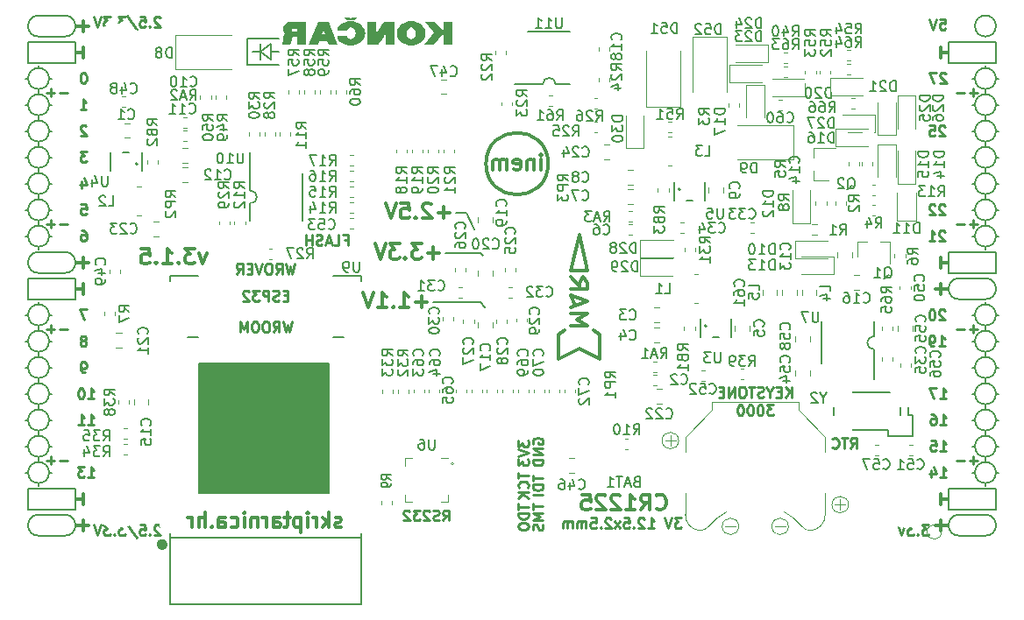
<source format=gbo>
G04 #@! TF.GenerationSoftware,KiCad,Pcbnew,5.1.9+dfsg1-1*
G04 #@! TF.CreationDate,2021-02-17T18:19:24+01:00*
G04 #@! TF.ProjectId,ulx3s,756c7833-732e-46b6-9963-61645f706362,v3.1.1*
G04 #@! TF.SameCoordinates,Original*
G04 #@! TF.FileFunction,Legend,Bot*
G04 #@! TF.FilePolarity,Positive*
%FSLAX46Y46*%
G04 Gerber Fmt 4.6, Leading zero omitted, Abs format (unit mm)*
G04 Created by KiCad (PCBNEW 5.1.9+dfsg1-1) date 2021-02-17 18:19:24*
%MOMM*%
%LPD*%
G01*
G04 APERTURE LIST*
%ADD10C,0.250000*%
%ADD11C,0.300000*%
%ADD12C,0.150000*%
%ADD13C,0.200000*%
%ADD14C,0.500000*%
%ADD15C,0.120000*%
%ADD16C,0.100000*%
%ADD17C,1.200000*%
%ADD18O,2.600000X1.000000*%
%ADD19O,1.000000X2.600000*%
%ADD20C,9.100000*%
%ADD21C,2.100000*%
%ADD22O,1.827200X2.132000*%
%ADD23C,1.800000*%
%ADD24O,0.700000X1.650000*%
%ADD25O,1.650000X0.700000*%
%ADD26O,0.700000X2.200000*%
%ADD27O,1.827200X1.827200*%
%ADD28C,5.600000*%
%ADD29C,0.400000*%
%ADD30O,1.800000X1.800000*%
G04 APERTURE END LIST*
D10*
X134425238Y-110502380D02*
X134758571Y-110026190D01*
X134996666Y-110502380D02*
X134996666Y-109502380D01*
X134615714Y-109502380D01*
X134520476Y-109550000D01*
X134472857Y-109597619D01*
X134425238Y-109692857D01*
X134425238Y-109835714D01*
X134472857Y-109930952D01*
X134520476Y-109978571D01*
X134615714Y-110026190D01*
X134996666Y-110026190D01*
X134044285Y-110454761D02*
X133901428Y-110502380D01*
X133663333Y-110502380D01*
X133568095Y-110454761D01*
X133520476Y-110407142D01*
X133472857Y-110311904D01*
X133472857Y-110216666D01*
X133520476Y-110121428D01*
X133568095Y-110073809D01*
X133663333Y-110026190D01*
X133853809Y-109978571D01*
X133949047Y-109930952D01*
X133996666Y-109883333D01*
X134044285Y-109788095D01*
X134044285Y-109692857D01*
X133996666Y-109597619D01*
X133949047Y-109550000D01*
X133853809Y-109502380D01*
X133615714Y-109502380D01*
X133472857Y-109550000D01*
X133091904Y-109597619D02*
X133044285Y-109550000D01*
X132949047Y-109502380D01*
X132710952Y-109502380D01*
X132615714Y-109550000D01*
X132568095Y-109597619D01*
X132520476Y-109692857D01*
X132520476Y-109788095D01*
X132568095Y-109930952D01*
X133139523Y-110502380D01*
X132520476Y-110502380D01*
X132187142Y-109502380D02*
X131568095Y-109502380D01*
X131901428Y-109883333D01*
X131758571Y-109883333D01*
X131663333Y-109930952D01*
X131615714Y-109978571D01*
X131568095Y-110073809D01*
X131568095Y-110311904D01*
X131615714Y-110407142D01*
X131663333Y-110454761D01*
X131758571Y-110502380D01*
X132044285Y-110502380D01*
X132139523Y-110454761D01*
X132187142Y-110407142D01*
X131187142Y-109597619D02*
X131139523Y-109550000D01*
X131044285Y-109502380D01*
X130806190Y-109502380D01*
X130710952Y-109550000D01*
X130663333Y-109597619D01*
X130615714Y-109692857D01*
X130615714Y-109788095D01*
X130663333Y-109930952D01*
X131234761Y-110502380D01*
X130615714Y-110502380D01*
X100013333Y-90052380D02*
X99346666Y-90052380D01*
X99775238Y-91052380D01*
X99775238Y-93080952D02*
X99870476Y-93033333D01*
X99918095Y-92985714D01*
X99965714Y-92890476D01*
X99965714Y-92842857D01*
X99918095Y-92747619D01*
X99870476Y-92700000D01*
X99775238Y-92652380D01*
X99584761Y-92652380D01*
X99489523Y-92700000D01*
X99441904Y-92747619D01*
X99394285Y-92842857D01*
X99394285Y-92890476D01*
X99441904Y-92985714D01*
X99489523Y-93033333D01*
X99584761Y-93080952D01*
X99775238Y-93080952D01*
X99870476Y-93128571D01*
X99918095Y-93176190D01*
X99965714Y-93271428D01*
X99965714Y-93461904D01*
X99918095Y-93557142D01*
X99870476Y-93604761D01*
X99775238Y-93652380D01*
X99584761Y-93652380D01*
X99489523Y-93604761D01*
X99441904Y-93557142D01*
X99394285Y-93461904D01*
X99394285Y-93271428D01*
X99441904Y-93176190D01*
X99489523Y-93128571D01*
X99584761Y-93080952D01*
D11*
X124563333Y-111107142D02*
X124430000Y-111178571D01*
X124163333Y-111178571D01*
X124030000Y-111107142D01*
X123963333Y-110964285D01*
X123963333Y-110892857D01*
X124030000Y-110750000D01*
X124163333Y-110678571D01*
X124363333Y-110678571D01*
X124496666Y-110607142D01*
X124563333Y-110464285D01*
X124563333Y-110392857D01*
X124496666Y-110250000D01*
X124363333Y-110178571D01*
X124163333Y-110178571D01*
X124030000Y-110250000D01*
X123363333Y-111178571D02*
X123363333Y-109678571D01*
X123230000Y-110607142D02*
X122830000Y-111178571D01*
X122830000Y-110178571D02*
X123363333Y-110750000D01*
X122230000Y-111178571D02*
X122230000Y-110178571D01*
X122230000Y-110464285D02*
X122163333Y-110321428D01*
X122096666Y-110250000D01*
X121963333Y-110178571D01*
X121830000Y-110178571D01*
X121363333Y-111178571D02*
X121363333Y-110178571D01*
X121363333Y-109678571D02*
X121430000Y-109750000D01*
X121363333Y-109821428D01*
X121296666Y-109750000D01*
X121363333Y-109678571D01*
X121363333Y-109821428D01*
X120696666Y-110178571D02*
X120696666Y-111678571D01*
X120696666Y-110250000D02*
X120563333Y-110178571D01*
X120296666Y-110178571D01*
X120163333Y-110250000D01*
X120096666Y-110321428D01*
X120030000Y-110464285D01*
X120030000Y-110892857D01*
X120096666Y-111035714D01*
X120163333Y-111107142D01*
X120296666Y-111178571D01*
X120563333Y-111178571D01*
X120696666Y-111107142D01*
X119630000Y-110178571D02*
X119096666Y-110178571D01*
X119430000Y-109678571D02*
X119430000Y-110964285D01*
X119363333Y-111107142D01*
X119230000Y-111178571D01*
X119096666Y-111178571D01*
X118030000Y-111178571D02*
X118030000Y-110392857D01*
X118096666Y-110250000D01*
X118230000Y-110178571D01*
X118496666Y-110178571D01*
X118630000Y-110250000D01*
X118030000Y-111107142D02*
X118163333Y-111178571D01*
X118496666Y-111178571D01*
X118630000Y-111107142D01*
X118696666Y-110964285D01*
X118696666Y-110821428D01*
X118630000Y-110678571D01*
X118496666Y-110607142D01*
X118163333Y-110607142D01*
X118030000Y-110535714D01*
X117363333Y-111178571D02*
X117363333Y-110178571D01*
X117363333Y-110464285D02*
X117296666Y-110321428D01*
X117230000Y-110250000D01*
X117096666Y-110178571D01*
X116963333Y-110178571D01*
X116496666Y-110178571D02*
X116496666Y-111178571D01*
X116496666Y-110321428D02*
X116430000Y-110250000D01*
X116296666Y-110178571D01*
X116096666Y-110178571D01*
X115963333Y-110250000D01*
X115896666Y-110392857D01*
X115896666Y-111178571D01*
X115230000Y-111178571D02*
X115230000Y-110178571D01*
X115230000Y-109678571D02*
X115296666Y-109750000D01*
X115230000Y-109821428D01*
X115163333Y-109750000D01*
X115230000Y-109678571D01*
X115230000Y-109821428D01*
X113963333Y-111107142D02*
X114096666Y-111178571D01*
X114363333Y-111178571D01*
X114496666Y-111107142D01*
X114563333Y-111035714D01*
X114630000Y-110892857D01*
X114630000Y-110464285D01*
X114563333Y-110321428D01*
X114496666Y-110250000D01*
X114363333Y-110178571D01*
X114096666Y-110178571D01*
X113963333Y-110250000D01*
X112763333Y-111178571D02*
X112763333Y-110392857D01*
X112830000Y-110250000D01*
X112963333Y-110178571D01*
X113230000Y-110178571D01*
X113363333Y-110250000D01*
X112763333Y-111107142D02*
X112896666Y-111178571D01*
X113230000Y-111178571D01*
X113363333Y-111107142D01*
X113430000Y-110964285D01*
X113430000Y-110821428D01*
X113363333Y-110678571D01*
X113230000Y-110607142D01*
X112896666Y-110607142D01*
X112763333Y-110535714D01*
X112096666Y-111035714D02*
X112030000Y-111107142D01*
X112096666Y-111178571D01*
X112163333Y-111107142D01*
X112096666Y-111035714D01*
X112096666Y-111178571D01*
X111430000Y-111178571D02*
X111430000Y-109678571D01*
X110830000Y-111178571D02*
X110830000Y-110392857D01*
X110896666Y-110250000D01*
X111030000Y-110178571D01*
X111230000Y-110178571D01*
X111363333Y-110250000D01*
X111430000Y-110321428D01*
X110163333Y-111178571D02*
X110163333Y-110178571D01*
X110163333Y-110464285D02*
X110096666Y-110321428D01*
X110030000Y-110250000D01*
X109896666Y-110178571D01*
X109763333Y-110178571D01*
D12*
G36*
X123380000Y-107850000D02*
G01*
X110880000Y-107850000D01*
X110880000Y-95350000D01*
X123380000Y-95350000D01*
X123380000Y-107850000D01*
G37*
X123380000Y-107850000D02*
X110880000Y-107850000D01*
X110880000Y-95350000D01*
X123380000Y-95350000D01*
X123380000Y-107850000D01*
D13*
X185540000Y-72850000D02*
X185794000Y-72850000D01*
X136660000Y-80742000D02*
X135644000Y-80742000D01*
X137422000Y-82393000D02*
X136660000Y-80742000D01*
X138057000Y-84679000D02*
X134628000Y-84679000D01*
X138311000Y-84933000D02*
X138057000Y-84679000D01*
X138057000Y-89378000D02*
X138438000Y-89886000D01*
X133470000Y-89378000D02*
X138057000Y-89378000D01*
D10*
X99893476Y-96180380D02*
X99703000Y-96180380D01*
X99607761Y-96132761D01*
X99560142Y-96085142D01*
X99464904Y-95942285D01*
X99417285Y-95751809D01*
X99417285Y-95370857D01*
X99464904Y-95275619D01*
X99512523Y-95228000D01*
X99607761Y-95180380D01*
X99798238Y-95180380D01*
X99893476Y-95228000D01*
X99941095Y-95275619D01*
X99988714Y-95370857D01*
X99988714Y-95608952D01*
X99941095Y-95704190D01*
X99893476Y-95751809D01*
X99798238Y-95799428D01*
X99607761Y-95799428D01*
X99512523Y-95751809D01*
X99464904Y-95704190D01*
X99417285Y-95608952D01*
X100147476Y-101260380D02*
X100718904Y-101260380D01*
X100433190Y-101260380D02*
X100433190Y-100260380D01*
X100528428Y-100403238D01*
X100623666Y-100498476D01*
X100718904Y-100546095D01*
X99195095Y-101260380D02*
X99766523Y-101260380D01*
X99480809Y-101260380D02*
X99480809Y-100260380D01*
X99576047Y-100403238D01*
X99671285Y-100498476D01*
X99766523Y-100546095D01*
D13*
X115537000Y-63904000D02*
X118585000Y-63904000D01*
X115537000Y-66444000D02*
X115537000Y-63904000D01*
X118585000Y-66444000D02*
X115537000Y-66444000D01*
X117823000Y-65174000D02*
X118585000Y-65174000D01*
X116807000Y-65174000D02*
X116045000Y-65174000D01*
X116807000Y-64412000D02*
X116807000Y-65936000D01*
X117823000Y-64412000D02*
X117823000Y-65936000D01*
X116807000Y-65174000D02*
X117823000Y-64412000D01*
X117823000Y-65936000D02*
X116807000Y-65174000D01*
D10*
X182887904Y-72415619D02*
X182840285Y-72368000D01*
X182745047Y-72320380D01*
X182506952Y-72320380D01*
X182411714Y-72368000D01*
X182364095Y-72415619D01*
X182316476Y-72510857D01*
X182316476Y-72606095D01*
X182364095Y-72748952D01*
X182935523Y-73320380D01*
X182316476Y-73320380D01*
X181411714Y-72320380D02*
X181887904Y-72320380D01*
X181935523Y-72796571D01*
X181887904Y-72748952D01*
X181792666Y-72701333D01*
X181554571Y-72701333D01*
X181459333Y-72748952D01*
X181411714Y-72796571D01*
X181364095Y-72891809D01*
X181364095Y-73129904D01*
X181411714Y-73225142D01*
X181459333Y-73272761D01*
X181554571Y-73320380D01*
X181792666Y-73320380D01*
X181887904Y-73272761D01*
X181935523Y-73225142D01*
X182887904Y-80035619D02*
X182840285Y-79988000D01*
X182745047Y-79940380D01*
X182506952Y-79940380D01*
X182411714Y-79988000D01*
X182364095Y-80035619D01*
X182316476Y-80130857D01*
X182316476Y-80226095D01*
X182364095Y-80368952D01*
X182935523Y-80940380D01*
X182316476Y-80940380D01*
X181935523Y-80035619D02*
X181887904Y-79988000D01*
X181792666Y-79940380D01*
X181554571Y-79940380D01*
X181459333Y-79988000D01*
X181411714Y-80035619D01*
X181364095Y-80130857D01*
X181364095Y-80226095D01*
X181411714Y-80368952D01*
X181983142Y-80940380D01*
X181364095Y-80940380D01*
X182887904Y-82575619D02*
X182840285Y-82528000D01*
X182745047Y-82480380D01*
X182506952Y-82480380D01*
X182411714Y-82528000D01*
X182364095Y-82575619D01*
X182316476Y-82670857D01*
X182316476Y-82766095D01*
X182364095Y-82908952D01*
X182935523Y-83480380D01*
X182316476Y-83480380D01*
X181364095Y-83480380D02*
X181935523Y-83480380D01*
X181649809Y-83480380D02*
X181649809Y-82480380D01*
X181745047Y-82623238D01*
X181840285Y-82718476D01*
X181935523Y-82766095D01*
X182887904Y-90195619D02*
X182840285Y-90148000D01*
X182745047Y-90100380D01*
X182506952Y-90100380D01*
X182411714Y-90148000D01*
X182364095Y-90195619D01*
X182316476Y-90290857D01*
X182316476Y-90386095D01*
X182364095Y-90528952D01*
X182935523Y-91100380D01*
X182316476Y-91100380D01*
X181697428Y-90100380D02*
X181602190Y-90100380D01*
X181506952Y-90148000D01*
X181459333Y-90195619D01*
X181411714Y-90290857D01*
X181364095Y-90481333D01*
X181364095Y-90719428D01*
X181411714Y-90909904D01*
X181459333Y-91005142D01*
X181506952Y-91052761D01*
X181602190Y-91100380D01*
X181697428Y-91100380D01*
X181792666Y-91052761D01*
X181840285Y-91005142D01*
X181887904Y-90909904D01*
X181935523Y-90719428D01*
X181935523Y-90481333D01*
X181887904Y-90290857D01*
X181840285Y-90195619D01*
X181792666Y-90148000D01*
X181697428Y-90100380D01*
X182316476Y-93640380D02*
X182887904Y-93640380D01*
X182602190Y-93640380D02*
X182602190Y-92640380D01*
X182697428Y-92783238D01*
X182792666Y-92878476D01*
X182887904Y-92926095D01*
X181840285Y-93640380D02*
X181649809Y-93640380D01*
X181554571Y-93592761D01*
X181506952Y-93545142D01*
X181411714Y-93402285D01*
X181364095Y-93211809D01*
X181364095Y-92830857D01*
X181411714Y-92735619D01*
X181459333Y-92688000D01*
X181554571Y-92640380D01*
X181745047Y-92640380D01*
X181840285Y-92688000D01*
X181887904Y-92735619D01*
X181935523Y-92830857D01*
X181935523Y-93068952D01*
X181887904Y-93164190D01*
X181840285Y-93211809D01*
X181745047Y-93259428D01*
X181554571Y-93259428D01*
X181459333Y-93211809D01*
X181411714Y-93164190D01*
X181364095Y-93068952D01*
X124890476Y-83348571D02*
X125223809Y-83348571D01*
X125223809Y-83872380D02*
X125223809Y-82872380D01*
X124747619Y-82872380D01*
X123890476Y-83872380D02*
X124366666Y-83872380D01*
X124366666Y-82872380D01*
X123604761Y-83586666D02*
X123128571Y-83586666D01*
X123700000Y-83872380D02*
X123366666Y-82872380D01*
X123033333Y-83872380D01*
X122747619Y-83824761D02*
X122604761Y-83872380D01*
X122366666Y-83872380D01*
X122271428Y-83824761D01*
X122223809Y-83777142D01*
X122176190Y-83681904D01*
X122176190Y-83586666D01*
X122223809Y-83491428D01*
X122271428Y-83443809D01*
X122366666Y-83396190D01*
X122557142Y-83348571D01*
X122652380Y-83300952D01*
X122700000Y-83253333D01*
X122747619Y-83158095D01*
X122747619Y-83062857D01*
X122700000Y-82967619D01*
X122652380Y-82920000D01*
X122557142Y-82872380D01*
X122319047Y-82872380D01*
X122176190Y-82920000D01*
X121747619Y-83872380D02*
X121747619Y-82872380D01*
X121747619Y-83348571D02*
X121176190Y-83348571D01*
X121176190Y-83872380D02*
X121176190Y-82872380D01*
X157418095Y-110252380D02*
X156799047Y-110252380D01*
X157132380Y-110633333D01*
X156989523Y-110633333D01*
X156894285Y-110680952D01*
X156846666Y-110728571D01*
X156799047Y-110823809D01*
X156799047Y-111061904D01*
X156846666Y-111157142D01*
X156894285Y-111204761D01*
X156989523Y-111252380D01*
X157275238Y-111252380D01*
X157370476Y-111204761D01*
X157418095Y-111157142D01*
X156513333Y-110252380D02*
X156180000Y-111252380D01*
X155846666Y-110252380D01*
X154227619Y-111252380D02*
X154799047Y-111252380D01*
X154513333Y-111252380D02*
X154513333Y-110252380D01*
X154608571Y-110395238D01*
X154703809Y-110490476D01*
X154799047Y-110538095D01*
X153846666Y-110347619D02*
X153799047Y-110300000D01*
X153703809Y-110252380D01*
X153465714Y-110252380D01*
X153370476Y-110300000D01*
X153322857Y-110347619D01*
X153275238Y-110442857D01*
X153275238Y-110538095D01*
X153322857Y-110680952D01*
X153894285Y-111252380D01*
X153275238Y-111252380D01*
X152846666Y-111157142D02*
X152799047Y-111204761D01*
X152846666Y-111252380D01*
X152894285Y-111204761D01*
X152846666Y-111157142D01*
X152846666Y-111252380D01*
X151894285Y-110252380D02*
X152370476Y-110252380D01*
X152418095Y-110728571D01*
X152370476Y-110680952D01*
X152275238Y-110633333D01*
X152037142Y-110633333D01*
X151941904Y-110680952D01*
X151894285Y-110728571D01*
X151846666Y-110823809D01*
X151846666Y-111061904D01*
X151894285Y-111157142D01*
X151941904Y-111204761D01*
X152037142Y-111252380D01*
X152275238Y-111252380D01*
X152370476Y-111204761D01*
X152418095Y-111157142D01*
X151513333Y-111252380D02*
X150989523Y-110585714D01*
X151513333Y-110585714D02*
X150989523Y-111252380D01*
X150656190Y-110347619D02*
X150608571Y-110300000D01*
X150513333Y-110252380D01*
X150275238Y-110252380D01*
X150180000Y-110300000D01*
X150132380Y-110347619D01*
X150084761Y-110442857D01*
X150084761Y-110538095D01*
X150132380Y-110680952D01*
X150703809Y-111252380D01*
X150084761Y-111252380D01*
X149656190Y-111157142D02*
X149608571Y-111204761D01*
X149656190Y-111252380D01*
X149703809Y-111204761D01*
X149656190Y-111157142D01*
X149656190Y-111252380D01*
X148703809Y-110252380D02*
X149180000Y-110252380D01*
X149227619Y-110728571D01*
X149180000Y-110680952D01*
X149084761Y-110633333D01*
X148846666Y-110633333D01*
X148751428Y-110680952D01*
X148703809Y-110728571D01*
X148656190Y-110823809D01*
X148656190Y-111061904D01*
X148703809Y-111157142D01*
X148751428Y-111204761D01*
X148846666Y-111252380D01*
X149084761Y-111252380D01*
X149180000Y-111204761D01*
X149227619Y-111157142D01*
X148227619Y-111252380D02*
X148227619Y-110585714D01*
X148227619Y-110680952D02*
X148180000Y-110633333D01*
X148084761Y-110585714D01*
X147941904Y-110585714D01*
X147846666Y-110633333D01*
X147799047Y-110728571D01*
X147799047Y-111252380D01*
X147799047Y-110728571D02*
X147751428Y-110633333D01*
X147656190Y-110585714D01*
X147513333Y-110585714D01*
X147418095Y-110633333D01*
X147370476Y-110728571D01*
X147370476Y-111252380D01*
X146894285Y-111252380D02*
X146894285Y-110585714D01*
X146894285Y-110680952D02*
X146846666Y-110633333D01*
X146751428Y-110585714D01*
X146608571Y-110585714D01*
X146513333Y-110633333D01*
X146465714Y-110728571D01*
X146465714Y-111252380D01*
X146465714Y-110728571D02*
X146418095Y-110633333D01*
X146322857Y-110585714D01*
X146180000Y-110585714D01*
X146084761Y-110633333D01*
X146037142Y-110728571D01*
X146037142Y-111252380D01*
D11*
X111594285Y-84678571D02*
X111237142Y-85678571D01*
X110880000Y-84678571D01*
X110451428Y-84178571D02*
X109522857Y-84178571D01*
X110022857Y-84750000D01*
X109808571Y-84750000D01*
X109665714Y-84821428D01*
X109594285Y-84892857D01*
X109522857Y-85035714D01*
X109522857Y-85392857D01*
X109594285Y-85535714D01*
X109665714Y-85607142D01*
X109808571Y-85678571D01*
X110237142Y-85678571D01*
X110380000Y-85607142D01*
X110451428Y-85535714D01*
X108880000Y-85535714D02*
X108808571Y-85607142D01*
X108880000Y-85678571D01*
X108951428Y-85607142D01*
X108880000Y-85535714D01*
X108880000Y-85678571D01*
X107380000Y-85678571D02*
X108237142Y-85678571D01*
X107808571Y-85678571D02*
X107808571Y-84178571D01*
X107951428Y-84392857D01*
X108094285Y-84535714D01*
X108237142Y-84607142D01*
X106737142Y-85535714D02*
X106665714Y-85607142D01*
X106737142Y-85678571D01*
X106808571Y-85607142D01*
X106737142Y-85535714D01*
X106737142Y-85678571D01*
X105308571Y-84178571D02*
X106022857Y-84178571D01*
X106094285Y-84892857D01*
X106022857Y-84821428D01*
X105880000Y-84750000D01*
X105522857Y-84750000D01*
X105380000Y-84821428D01*
X105308571Y-84892857D01*
X105237142Y-85035714D01*
X105237142Y-85392857D01*
X105308571Y-85535714D01*
X105380000Y-85607142D01*
X105522857Y-85678571D01*
X105880000Y-85678571D01*
X106022857Y-85607142D01*
X106094285Y-85535714D01*
D10*
X168085000Y-98577380D02*
X168085000Y-97577380D01*
X167513571Y-98577380D02*
X167942142Y-98005952D01*
X167513571Y-97577380D02*
X168085000Y-98148809D01*
X167085000Y-98053571D02*
X166751666Y-98053571D01*
X166608809Y-98577380D02*
X167085000Y-98577380D01*
X167085000Y-97577380D01*
X166608809Y-97577380D01*
X165989761Y-98101190D02*
X165989761Y-98577380D01*
X166323095Y-97577380D02*
X165989761Y-98101190D01*
X165656428Y-97577380D01*
X165370714Y-98529761D02*
X165227857Y-98577380D01*
X164989761Y-98577380D01*
X164894523Y-98529761D01*
X164846904Y-98482142D01*
X164799285Y-98386904D01*
X164799285Y-98291666D01*
X164846904Y-98196428D01*
X164894523Y-98148809D01*
X164989761Y-98101190D01*
X165180238Y-98053571D01*
X165275476Y-98005952D01*
X165323095Y-97958333D01*
X165370714Y-97863095D01*
X165370714Y-97767857D01*
X165323095Y-97672619D01*
X165275476Y-97625000D01*
X165180238Y-97577380D01*
X164942142Y-97577380D01*
X164799285Y-97625000D01*
X164513571Y-97577380D02*
X163942142Y-97577380D01*
X164227857Y-98577380D02*
X164227857Y-97577380D01*
X163418333Y-97577380D02*
X163227857Y-97577380D01*
X163132619Y-97625000D01*
X163037380Y-97720238D01*
X162989761Y-97910714D01*
X162989761Y-98244047D01*
X163037380Y-98434523D01*
X163132619Y-98529761D01*
X163227857Y-98577380D01*
X163418333Y-98577380D01*
X163513571Y-98529761D01*
X163608809Y-98434523D01*
X163656428Y-98244047D01*
X163656428Y-97910714D01*
X163608809Y-97720238D01*
X163513571Y-97625000D01*
X163418333Y-97577380D01*
X162561190Y-98577380D02*
X162561190Y-97577380D01*
X161989761Y-98577380D01*
X161989761Y-97577380D01*
X161513571Y-98053571D02*
X161180238Y-98053571D01*
X161037380Y-98577380D02*
X161513571Y-98577380D01*
X161513571Y-97577380D01*
X161037380Y-97577380D01*
X166346904Y-99327380D02*
X165727857Y-99327380D01*
X166061190Y-99708333D01*
X165918333Y-99708333D01*
X165823095Y-99755952D01*
X165775476Y-99803571D01*
X165727857Y-99898809D01*
X165727857Y-100136904D01*
X165775476Y-100232142D01*
X165823095Y-100279761D01*
X165918333Y-100327380D01*
X166204047Y-100327380D01*
X166299285Y-100279761D01*
X166346904Y-100232142D01*
X165108809Y-99327380D02*
X165013571Y-99327380D01*
X164918333Y-99375000D01*
X164870714Y-99422619D01*
X164823095Y-99517857D01*
X164775476Y-99708333D01*
X164775476Y-99946428D01*
X164823095Y-100136904D01*
X164870714Y-100232142D01*
X164918333Y-100279761D01*
X165013571Y-100327380D01*
X165108809Y-100327380D01*
X165204047Y-100279761D01*
X165251666Y-100232142D01*
X165299285Y-100136904D01*
X165346904Y-99946428D01*
X165346904Y-99708333D01*
X165299285Y-99517857D01*
X165251666Y-99422619D01*
X165204047Y-99375000D01*
X165108809Y-99327380D01*
X164156428Y-99327380D02*
X164061190Y-99327380D01*
X163965952Y-99375000D01*
X163918333Y-99422619D01*
X163870714Y-99517857D01*
X163823095Y-99708333D01*
X163823095Y-99946428D01*
X163870714Y-100136904D01*
X163918333Y-100232142D01*
X163965952Y-100279761D01*
X164061190Y-100327380D01*
X164156428Y-100327380D01*
X164251666Y-100279761D01*
X164299285Y-100232142D01*
X164346904Y-100136904D01*
X164394523Y-99946428D01*
X164394523Y-99708333D01*
X164346904Y-99517857D01*
X164299285Y-99422619D01*
X164251666Y-99375000D01*
X164156428Y-99327380D01*
X163204047Y-99327380D02*
X163108809Y-99327380D01*
X163013571Y-99375000D01*
X162965952Y-99422619D01*
X162918333Y-99517857D01*
X162870714Y-99708333D01*
X162870714Y-99946428D01*
X162918333Y-100136904D01*
X162965952Y-100232142D01*
X163013571Y-100279761D01*
X163108809Y-100327380D01*
X163204047Y-100327380D01*
X163299285Y-100279761D01*
X163346904Y-100232142D01*
X163394523Y-100136904D01*
X163442142Y-99946428D01*
X163442142Y-99708333D01*
X163394523Y-99517857D01*
X163346904Y-99422619D01*
X163299285Y-99375000D01*
X163204047Y-99327380D01*
D11*
X182492000Y-87582000D02*
X182492000Y-88598000D01*
X183254000Y-88090000D02*
X181984000Y-88090000D01*
X182492000Y-110442000D02*
X182492000Y-111458000D01*
X183254000Y-110950000D02*
X181984000Y-110950000D01*
X99688000Y-62182000D02*
X99688000Y-63198000D01*
X98926000Y-62690000D02*
X100196000Y-62690000D01*
X99688000Y-110442000D02*
X99688000Y-111458000D01*
X98926000Y-110950000D02*
X100196000Y-110950000D01*
X99688000Y-85042000D02*
X99688000Y-86058000D01*
X98926000Y-85550000D02*
X100196000Y-85550000D01*
D13*
X187826000Y-62690000D02*
G75*
G03*
X187826000Y-62690000I-1016000J0D01*
G01*
X184270000Y-87074000D02*
X186810000Y-87074000D01*
X184270000Y-89106000D02*
X186810000Y-89106000D01*
X184270000Y-87074000D02*
G75*
G03*
X184270000Y-89106000I0J-1016000D01*
G01*
X186810000Y-89106000D02*
G75*
G03*
X186810000Y-87074000I0J1016000D01*
G01*
X184270000Y-111966000D02*
X186810000Y-111966000D01*
X184270000Y-109934000D02*
X186810000Y-109934000D01*
X184270000Y-109934000D02*
G75*
G03*
X184270000Y-111966000I0J-1016000D01*
G01*
X186810000Y-111966000D02*
G75*
G03*
X186810000Y-109934000I0J1016000D01*
G01*
X97910000Y-63706000D02*
G75*
G03*
X97910000Y-61674000I0J1016000D01*
G01*
X95370000Y-61674000D02*
X97910000Y-61674000D01*
X95370000Y-63706000D02*
X97910000Y-63706000D01*
X95370000Y-61674000D02*
G75*
G03*
X95370000Y-63706000I0J-1016000D01*
G01*
X95370000Y-86566000D02*
X97910000Y-86566000D01*
X95370000Y-84534000D02*
X97910000Y-84534000D01*
X95370000Y-84534000D02*
G75*
G03*
X95370000Y-86566000I0J-1016000D01*
G01*
X97910000Y-86566000D02*
G75*
G03*
X97910000Y-84534000I0J1016000D01*
G01*
X95370000Y-111966000D02*
X97910000Y-111966000D01*
X95370000Y-109934000D02*
X97910000Y-109934000D01*
X95370000Y-109934000D02*
G75*
G03*
X95370000Y-111966000I0J-1016000D01*
G01*
X97910000Y-111966000D02*
G75*
G03*
X97910000Y-109934000I0J1016000D01*
G01*
X98926000Y-107394000D02*
X94354000Y-107394000D01*
X98926000Y-109426000D02*
X98926000Y-107394000D01*
X94354000Y-109426000D02*
X98926000Y-109426000D01*
X94354000Y-107394000D02*
X94354000Y-109426000D01*
X187826000Y-107394000D02*
X183254000Y-107394000D01*
X187826000Y-109426000D02*
X187826000Y-107394000D01*
X183254000Y-109426000D02*
X187826000Y-109426000D01*
X183254000Y-107394000D02*
X183254000Y-109426000D01*
X187826000Y-84534000D02*
X183254000Y-84534000D01*
X187826000Y-86566000D02*
X187826000Y-84534000D01*
X183254000Y-86566000D02*
X187826000Y-86566000D01*
X183254000Y-84534000D02*
X183254000Y-86566000D01*
X187826000Y-64214000D02*
X183254000Y-64214000D01*
X187826000Y-66246000D02*
X187826000Y-64214000D01*
X183254000Y-66246000D02*
X187826000Y-66246000D01*
X183254000Y-64214000D02*
X183254000Y-66246000D01*
X98926000Y-64214000D02*
X94354000Y-64214000D01*
X98926000Y-66246000D02*
X98926000Y-64214000D01*
X94354000Y-66246000D02*
X98926000Y-66246000D01*
X94354000Y-64214000D02*
X94354000Y-66246000D01*
X98926000Y-87074000D02*
X94354000Y-87074000D01*
X98926000Y-89106000D02*
X98926000Y-87074000D01*
X94354000Y-89106000D02*
X98926000Y-89106000D01*
X94354000Y-87074000D02*
X94354000Y-89106000D01*
D10*
X186032000Y-91971428D02*
X185270095Y-91971428D01*
X185651047Y-92352380D02*
X185651047Y-91590476D01*
X184793904Y-91971428D02*
X184032000Y-91971428D01*
X186032000Y-69111428D02*
X185270095Y-69111428D01*
X185651047Y-69492380D02*
X185651047Y-68730476D01*
X184793904Y-69111428D02*
X184032000Y-69111428D01*
X186032000Y-81811428D02*
X185270095Y-81811428D01*
X185651047Y-82192380D02*
X185651047Y-81430476D01*
X184793904Y-81811428D02*
X184032000Y-81811428D01*
X186032000Y-104671428D02*
X185270095Y-104671428D01*
X185651047Y-105052380D02*
X185651047Y-104290476D01*
X184793904Y-104671428D02*
X184032000Y-104671428D01*
X98148000Y-104671428D02*
X97386095Y-104671428D01*
X96909904Y-104671428D02*
X96148000Y-104671428D01*
X96528952Y-105052380D02*
X96528952Y-104290476D01*
X98148000Y-91971428D02*
X97386095Y-91971428D01*
X96909904Y-91971428D02*
X96148000Y-91971428D01*
X96528952Y-92352380D02*
X96528952Y-91590476D01*
X98148000Y-81811428D02*
X97386095Y-81811428D01*
X96909904Y-81811428D02*
X96148000Y-81811428D01*
X96528952Y-82192380D02*
X96528952Y-81430476D01*
X98148000Y-69111428D02*
X97386095Y-69111428D01*
X96909904Y-69111428D02*
X96148000Y-69111428D01*
X96528952Y-69492380D02*
X96528952Y-68730476D01*
D11*
X182492000Y-107902000D02*
X182492000Y-108918000D01*
X183254000Y-108410000D02*
X182492000Y-108410000D01*
D13*
X95370000Y-96726000D02*
X95370000Y-97234000D01*
X96386000Y-95710000D02*
X96640000Y-95710000D01*
X94354000Y-95710000D02*
X94100000Y-95710000D01*
X187826000Y-98250000D02*
X188080000Y-98250000D01*
X187826000Y-83010000D02*
X188080000Y-83010000D01*
X95370000Y-107140000D02*
X95370000Y-106886000D01*
X96386000Y-105870000D02*
X96640000Y-105870000D01*
X94354000Y-105870000D02*
X94100000Y-105870000D01*
X94354000Y-103330000D02*
X94100000Y-103330000D01*
X95370000Y-104346000D02*
X95370000Y-104854000D01*
X96386000Y-103330000D02*
X96640000Y-103330000D01*
X94354000Y-100790000D02*
X94100000Y-100790000D01*
X95370000Y-102314000D02*
X95370000Y-101806000D01*
X96386000Y-100790000D02*
X96640000Y-100790000D01*
X95370000Y-99266000D02*
X95370000Y-99774000D01*
X94354000Y-98250000D02*
X94100000Y-98250000D01*
X96386000Y-98250000D02*
X96640000Y-98250000D01*
X95370000Y-94186000D02*
X95370000Y-94694000D01*
X96386000Y-93170000D02*
X96640000Y-93170000D01*
X94354000Y-93170000D02*
X94100000Y-93170000D01*
X94354000Y-90630000D02*
X94100000Y-90630000D01*
X95370000Y-91646000D02*
X95370000Y-92154000D01*
X96640000Y-90630000D02*
X96386000Y-90630000D01*
X95370000Y-89360000D02*
X95370000Y-89614000D01*
X94354000Y-83010000D02*
X94100000Y-83010000D01*
X95370000Y-84280000D02*
X95370000Y-84026000D01*
X96386000Y-83010000D02*
X96640000Y-83010000D01*
X95370000Y-81486000D02*
X95370000Y-81994000D01*
X94354000Y-80470000D02*
X94100000Y-80470000D01*
X96640000Y-80470000D02*
X96386000Y-80470000D01*
X95370000Y-78946000D02*
X95370000Y-79454000D01*
X96386000Y-77930000D02*
X96640000Y-77930000D01*
X94354000Y-77930000D02*
X94100000Y-77930000D01*
X95370000Y-76406000D02*
X95370000Y-76914000D01*
X94354000Y-75390000D02*
X94100000Y-75390000D01*
X96386000Y-75390000D02*
X96640000Y-75390000D01*
X95370000Y-73866000D02*
X95370000Y-74374000D01*
X96386000Y-72850000D02*
X96640000Y-72850000D01*
X94100000Y-72850000D02*
X94354000Y-72850000D01*
X94354000Y-70310000D02*
X94100000Y-70310000D01*
X96640000Y-70310000D02*
X96386000Y-70310000D01*
X95370000Y-71326000D02*
X95370000Y-71834000D01*
X95370000Y-68786000D02*
X95370000Y-69294000D01*
X96386000Y-67770000D02*
X96640000Y-67770000D01*
X94354000Y-67770000D02*
X94100000Y-67770000D01*
X95370000Y-66500000D02*
X95370000Y-66754000D01*
X187826000Y-105870000D02*
X188080000Y-105870000D01*
X186810000Y-107140000D02*
X186810000Y-106886000D01*
X185540000Y-105870000D02*
X185794000Y-105870000D01*
X186810000Y-104346000D02*
X186810000Y-104854000D01*
X187826000Y-103330000D02*
X188080000Y-103330000D01*
X185540000Y-103330000D02*
X185794000Y-103330000D01*
X186810000Y-101806000D02*
X186810000Y-102314000D01*
X187826000Y-100790000D02*
X188080000Y-100790000D01*
X185540000Y-100790000D02*
X185794000Y-100790000D01*
X186810000Y-99266000D02*
X186810000Y-99774000D01*
X185540000Y-98250000D02*
X185794000Y-98250000D01*
X186810000Y-97234000D02*
X186810000Y-96726000D01*
X187826000Y-95710000D02*
X188080000Y-95710000D01*
X185540000Y-95710000D02*
X185794000Y-95710000D01*
X186810000Y-94694000D02*
X186810000Y-94186000D01*
X187826000Y-93170000D02*
X188080000Y-93170000D01*
X185540000Y-93170000D02*
X185794000Y-93170000D01*
X186810000Y-92154000D02*
X186810000Y-91646000D01*
X187826000Y-90630000D02*
X188080000Y-90630000D01*
X185540000Y-90630000D02*
X185794000Y-90630000D01*
X186810000Y-89360000D02*
X186810000Y-89614000D01*
X186810000Y-84280000D02*
X186810000Y-84026000D01*
X185540000Y-83010000D02*
X185794000Y-83010000D01*
X186810000Y-81994000D02*
X186810000Y-81486000D01*
X185794000Y-80470000D02*
X185540000Y-80470000D01*
X187826000Y-80470000D02*
X188080000Y-80470000D01*
X186810000Y-78946000D02*
X186810000Y-79454000D01*
X185794000Y-77930000D02*
X185540000Y-77930000D01*
X187826000Y-77930000D02*
X188080000Y-77930000D01*
X186810000Y-76406000D02*
X186810000Y-76914000D01*
X186810000Y-73866000D02*
X186810000Y-74374000D01*
X185794000Y-75390000D02*
X185540000Y-75390000D01*
X187826000Y-75390000D02*
X188080000Y-75390000D01*
X187826000Y-72850000D02*
X188080000Y-72850000D01*
X186810000Y-71834000D02*
X186810000Y-71326000D01*
X187826000Y-70310000D02*
X188080000Y-70310000D01*
X185540000Y-70310000D02*
X185794000Y-70310000D01*
X187826000Y-67770000D02*
X188080000Y-67770000D01*
X186810000Y-68786000D02*
X186810000Y-69294000D01*
X185540000Y-67770000D02*
X185794000Y-67770000D01*
X186810000Y-66500000D02*
X186810000Y-66754000D01*
X187826000Y-67770000D02*
G75*
G03*
X187826000Y-67770000I-1016000J0D01*
G01*
X187826000Y-70310000D02*
G75*
G03*
X187826000Y-70310000I-1016000J0D01*
G01*
X187826000Y-72850000D02*
G75*
G03*
X187826000Y-72850000I-1016000J0D01*
G01*
X187826000Y-75390000D02*
G75*
G03*
X187826000Y-75390000I-1016000J0D01*
G01*
X187826000Y-77930000D02*
G75*
G03*
X187826000Y-77930000I-1016000J0D01*
G01*
X187826000Y-80470000D02*
G75*
G03*
X187826000Y-80470000I-1016000J0D01*
G01*
X187826000Y-83010000D02*
G75*
G03*
X187826000Y-83010000I-1016000J0D01*
G01*
X187826000Y-90630000D02*
G75*
G03*
X187826000Y-90630000I-1016000J0D01*
G01*
X187826000Y-93170000D02*
G75*
G03*
X187826000Y-93170000I-1016000J0D01*
G01*
X187826000Y-95710000D02*
G75*
G03*
X187826000Y-95710000I-1016000J0D01*
G01*
X187826000Y-98250000D02*
G75*
G03*
X187826000Y-98250000I-1016000J0D01*
G01*
X187826000Y-100790000D02*
G75*
G03*
X187826000Y-100790000I-1016000J0D01*
G01*
X187826000Y-103330000D02*
G75*
G03*
X187826000Y-103330000I-1016000J0D01*
G01*
X187826000Y-105870000D02*
G75*
G03*
X187826000Y-105870000I-1016000J0D01*
G01*
X96386000Y-105870000D02*
G75*
G03*
X96386000Y-105870000I-1016000J0D01*
G01*
X96386000Y-103330000D02*
G75*
G03*
X96386000Y-103330000I-1016000J0D01*
G01*
X96386000Y-100790000D02*
G75*
G03*
X96386000Y-100790000I-1016000J0D01*
G01*
X96386000Y-98250000D02*
G75*
G03*
X96386000Y-98250000I-1016000J0D01*
G01*
X96386000Y-95710000D02*
G75*
G03*
X96386000Y-95710000I-1016000J0D01*
G01*
X96386000Y-93170000D02*
G75*
G03*
X96386000Y-93170000I-1016000J0D01*
G01*
X96386000Y-90630000D02*
G75*
G03*
X96386000Y-90630000I-1016000J0D01*
G01*
X96386000Y-83010000D02*
G75*
G03*
X96386000Y-83010000I-1016000J0D01*
G01*
X96386000Y-80470000D02*
G75*
G03*
X96386000Y-80470000I-1016000J0D01*
G01*
X96386000Y-77930000D02*
G75*
G03*
X96386000Y-77930000I-1016000J0D01*
G01*
X96386000Y-75390000D02*
G75*
G03*
X96386000Y-75390000I-1016000J0D01*
G01*
X96386000Y-72850000D02*
G75*
G03*
X96386000Y-72850000I-1016000J0D01*
G01*
X96386000Y-70310000D02*
G75*
G03*
X96386000Y-70310000I-1016000J0D01*
G01*
X96386000Y-67770000D02*
G75*
G03*
X96386000Y-67770000I-1016000J0D01*
G01*
D10*
X182428476Y-62015380D02*
X182904666Y-62015380D01*
X182952285Y-62491571D01*
X182904666Y-62443952D01*
X182809428Y-62396333D01*
X182571333Y-62396333D01*
X182476095Y-62443952D01*
X182428476Y-62491571D01*
X182380857Y-62586809D01*
X182380857Y-62824904D01*
X182428476Y-62920142D01*
X182476095Y-62967761D01*
X182571333Y-63015380D01*
X182809428Y-63015380D01*
X182904666Y-62967761D01*
X182952285Y-62920142D01*
X182095142Y-62015380D02*
X181761809Y-63015380D01*
X181428476Y-62015380D01*
D11*
X182492000Y-64722000D02*
X182492000Y-65738000D01*
X183254000Y-65230000D02*
X182492000Y-65230000D01*
D10*
X182999904Y-67317619D02*
X182952285Y-67270000D01*
X182857047Y-67222380D01*
X182618952Y-67222380D01*
X182523714Y-67270000D01*
X182476095Y-67317619D01*
X182428476Y-67412857D01*
X182428476Y-67508095D01*
X182476095Y-67650952D01*
X183047523Y-68222380D01*
X182428476Y-68222380D01*
X182095142Y-67222380D02*
X181428476Y-67222380D01*
X181857047Y-68222380D01*
D11*
X182492000Y-85042000D02*
X182492000Y-86058000D01*
X183254000Y-85550000D02*
X182492000Y-85550000D01*
D10*
X182428476Y-98702380D02*
X182999904Y-98702380D01*
X182714190Y-98702380D02*
X182714190Y-97702380D01*
X182809428Y-97845238D01*
X182904666Y-97940476D01*
X182999904Y-97988095D01*
X182095142Y-97702380D02*
X181428476Y-97702380D01*
X181857047Y-98702380D01*
X182428476Y-101242380D02*
X182999904Y-101242380D01*
X182714190Y-101242380D02*
X182714190Y-100242380D01*
X182809428Y-100385238D01*
X182904666Y-100480476D01*
X182999904Y-100528095D01*
X181571333Y-100242380D02*
X181761809Y-100242380D01*
X181857047Y-100290000D01*
X181904666Y-100337619D01*
X181999904Y-100480476D01*
X182047523Y-100670952D01*
X182047523Y-101051904D01*
X181999904Y-101147142D01*
X181952285Y-101194761D01*
X181857047Y-101242380D01*
X181666571Y-101242380D01*
X181571333Y-101194761D01*
X181523714Y-101147142D01*
X181476095Y-101051904D01*
X181476095Y-100813809D01*
X181523714Y-100718571D01*
X181571333Y-100670952D01*
X181666571Y-100623333D01*
X181857047Y-100623333D01*
X181952285Y-100670952D01*
X181999904Y-100718571D01*
X182047523Y-100813809D01*
X182428476Y-103782380D02*
X182999904Y-103782380D01*
X182714190Y-103782380D02*
X182714190Y-102782380D01*
X182809428Y-102925238D01*
X182904666Y-103020476D01*
X182999904Y-103068095D01*
X181523714Y-102782380D02*
X181999904Y-102782380D01*
X182047523Y-103258571D01*
X181999904Y-103210952D01*
X181904666Y-103163333D01*
X181666571Y-103163333D01*
X181571333Y-103210952D01*
X181523714Y-103258571D01*
X181476095Y-103353809D01*
X181476095Y-103591904D01*
X181523714Y-103687142D01*
X181571333Y-103734761D01*
X181666571Y-103782380D01*
X181904666Y-103782380D01*
X181999904Y-103734761D01*
X182047523Y-103687142D01*
X182428476Y-106322380D02*
X182999904Y-106322380D01*
X182714190Y-106322380D02*
X182714190Y-105322380D01*
X182809428Y-105465238D01*
X182904666Y-105560476D01*
X182999904Y-105608095D01*
X181571333Y-105655714D02*
X181571333Y-106322380D01*
X181809428Y-105274761D02*
X182047523Y-105989047D01*
X181428476Y-105989047D01*
X181312642Y-110928380D02*
X180693595Y-110928380D01*
X181026928Y-111309333D01*
X180884071Y-111309333D01*
X180788833Y-111356952D01*
X180741214Y-111404571D01*
X180693595Y-111499809D01*
X180693595Y-111737904D01*
X180741214Y-111833142D01*
X180788833Y-111880761D01*
X180884071Y-111928380D01*
X181169785Y-111928380D01*
X181265023Y-111880761D01*
X181312642Y-111833142D01*
X180265023Y-111833142D02*
X180217404Y-111880761D01*
X180265023Y-111928380D01*
X180312642Y-111880761D01*
X180265023Y-111833142D01*
X180265023Y-111928380D01*
X179884071Y-110928380D02*
X179265023Y-110928380D01*
X179598357Y-111309333D01*
X179455500Y-111309333D01*
X179360261Y-111356952D01*
X179312642Y-111404571D01*
X179265023Y-111499809D01*
X179265023Y-111737904D01*
X179312642Y-111833142D01*
X179360261Y-111880761D01*
X179455500Y-111928380D01*
X179741214Y-111928380D01*
X179836452Y-111880761D01*
X179884071Y-111833142D01*
X178979309Y-110928380D02*
X178645976Y-111928380D01*
X178312642Y-110928380D01*
D11*
X99688000Y-108918000D02*
X99688000Y-107902000D01*
X98926000Y-108410000D02*
X99688000Y-108410000D01*
X99688000Y-88598000D02*
X99688000Y-87582000D01*
X98926000Y-88090000D02*
X99688000Y-88090000D01*
X99688000Y-64722000D02*
X99688000Y-65738000D01*
X98926000Y-65230000D02*
X99688000Y-65230000D01*
D10*
X107103690Y-111023619D02*
X107056071Y-110976000D01*
X106960833Y-110928380D01*
X106722738Y-110928380D01*
X106627500Y-110976000D01*
X106579880Y-111023619D01*
X106532261Y-111118857D01*
X106532261Y-111214095D01*
X106579880Y-111356952D01*
X107151309Y-111928380D01*
X106532261Y-111928380D01*
X106103690Y-111833142D02*
X106056071Y-111880761D01*
X106103690Y-111928380D01*
X106151309Y-111880761D01*
X106103690Y-111833142D01*
X106103690Y-111928380D01*
X105151309Y-110928380D02*
X105627500Y-110928380D01*
X105675119Y-111404571D01*
X105627500Y-111356952D01*
X105532261Y-111309333D01*
X105294166Y-111309333D01*
X105198928Y-111356952D01*
X105151309Y-111404571D01*
X105103690Y-111499809D01*
X105103690Y-111737904D01*
X105151309Y-111833142D01*
X105198928Y-111880761D01*
X105294166Y-111928380D01*
X105532261Y-111928380D01*
X105627500Y-111880761D01*
X105675119Y-111833142D01*
X103960833Y-110880761D02*
X104817976Y-112166476D01*
X103722738Y-110928380D02*
X103103690Y-110928380D01*
X103437023Y-111309333D01*
X103294166Y-111309333D01*
X103198928Y-111356952D01*
X103151309Y-111404571D01*
X103103690Y-111499809D01*
X103103690Y-111737904D01*
X103151309Y-111833142D01*
X103198928Y-111880761D01*
X103294166Y-111928380D01*
X103579880Y-111928380D01*
X103675119Y-111880761D01*
X103722738Y-111833142D01*
X102675119Y-111833142D02*
X102627500Y-111880761D01*
X102675119Y-111928380D01*
X102722738Y-111880761D01*
X102675119Y-111833142D01*
X102675119Y-111928380D01*
X102294166Y-110928380D02*
X101675119Y-110928380D01*
X102008452Y-111309333D01*
X101865595Y-111309333D01*
X101770357Y-111356952D01*
X101722738Y-111404571D01*
X101675119Y-111499809D01*
X101675119Y-111737904D01*
X101722738Y-111833142D01*
X101770357Y-111880761D01*
X101865595Y-111928380D01*
X102151309Y-111928380D01*
X102246547Y-111880761D01*
X102294166Y-111833142D01*
X101389404Y-110928380D02*
X101056071Y-111928380D01*
X100722738Y-110928380D01*
X100132476Y-106322380D02*
X100703904Y-106322380D01*
X100418190Y-106322380D02*
X100418190Y-105322380D01*
X100513428Y-105465238D01*
X100608666Y-105560476D01*
X100703904Y-105608095D01*
X99799142Y-105322380D02*
X99180095Y-105322380D01*
X99513428Y-105703333D01*
X99370571Y-105703333D01*
X99275333Y-105750952D01*
X99227714Y-105798571D01*
X99180095Y-105893809D01*
X99180095Y-106131904D01*
X99227714Y-106227142D01*
X99275333Y-106274761D01*
X99370571Y-106322380D01*
X99656285Y-106322380D01*
X99751523Y-106274761D01*
X99799142Y-106227142D01*
X100147476Y-98720380D02*
X100718904Y-98720380D01*
X100433190Y-98720380D02*
X100433190Y-97720380D01*
X100528428Y-97863238D01*
X100623666Y-97958476D01*
X100718904Y-98006095D01*
X99528428Y-97720380D02*
X99433190Y-97720380D01*
X99337952Y-97768000D01*
X99290333Y-97815619D01*
X99242714Y-97910857D01*
X99195095Y-98101333D01*
X99195095Y-98339428D01*
X99242714Y-98529904D01*
X99290333Y-98625142D01*
X99337952Y-98672761D01*
X99433190Y-98720380D01*
X99528428Y-98720380D01*
X99623666Y-98672761D01*
X99671285Y-98625142D01*
X99718904Y-98529904D01*
X99766523Y-98339428D01*
X99766523Y-98101333D01*
X99718904Y-97910857D01*
X99671285Y-97815619D01*
X99623666Y-97768000D01*
X99528428Y-97720380D01*
X99512523Y-82462380D02*
X99703000Y-82462380D01*
X99798238Y-82510000D01*
X99845857Y-82557619D01*
X99941095Y-82700476D01*
X99988714Y-82890952D01*
X99988714Y-83271904D01*
X99941095Y-83367142D01*
X99893476Y-83414761D01*
X99798238Y-83462380D01*
X99607761Y-83462380D01*
X99512523Y-83414761D01*
X99464904Y-83367142D01*
X99417285Y-83271904D01*
X99417285Y-83033809D01*
X99464904Y-82938571D01*
X99512523Y-82890952D01*
X99607761Y-82843333D01*
X99798238Y-82843333D01*
X99893476Y-82890952D01*
X99941095Y-82938571D01*
X99988714Y-83033809D01*
X99464904Y-79922380D02*
X99941095Y-79922380D01*
X99988714Y-80398571D01*
X99941095Y-80350952D01*
X99845857Y-80303333D01*
X99607761Y-80303333D01*
X99512523Y-80350952D01*
X99464904Y-80398571D01*
X99417285Y-80493809D01*
X99417285Y-80731904D01*
X99464904Y-80827142D01*
X99512523Y-80874761D01*
X99607761Y-80922380D01*
X99845857Y-80922380D01*
X99941095Y-80874761D01*
X99988714Y-80827142D01*
X99512523Y-77715714D02*
X99512523Y-78382380D01*
X99750619Y-77334761D02*
X99988714Y-78049047D01*
X99369666Y-78049047D01*
X100021333Y-74842380D02*
X99402285Y-74842380D01*
X99735619Y-75223333D01*
X99592761Y-75223333D01*
X99497523Y-75270952D01*
X99449904Y-75318571D01*
X99402285Y-75413809D01*
X99402285Y-75651904D01*
X99449904Y-75747142D01*
X99497523Y-75794761D01*
X99592761Y-75842380D01*
X99878476Y-75842380D01*
X99973714Y-75794761D01*
X100021333Y-75747142D01*
X99973714Y-72397619D02*
X99926095Y-72350000D01*
X99830857Y-72302380D01*
X99592761Y-72302380D01*
X99497523Y-72350000D01*
X99449904Y-72397619D01*
X99402285Y-72492857D01*
X99402285Y-72588095D01*
X99449904Y-72730952D01*
X100021333Y-73302380D01*
X99402285Y-73302380D01*
X99402285Y-70762380D02*
X99973714Y-70762380D01*
X99688000Y-70762380D02*
X99688000Y-69762380D01*
X99783238Y-69905238D01*
X99878476Y-70000476D01*
X99973714Y-70048095D01*
X99750619Y-67222380D02*
X99655380Y-67222380D01*
X99560142Y-67270000D01*
X99512523Y-67317619D01*
X99464904Y-67412857D01*
X99417285Y-67603333D01*
X99417285Y-67841428D01*
X99464904Y-68031904D01*
X99512523Y-68127142D01*
X99560142Y-68174761D01*
X99655380Y-68222380D01*
X99750619Y-68222380D01*
X99845857Y-68174761D01*
X99893476Y-68127142D01*
X99941095Y-68031904D01*
X99988714Y-67841428D01*
X99988714Y-67603333D01*
X99941095Y-67412857D01*
X99893476Y-67317619D01*
X99845857Y-67270000D01*
X99750619Y-67222380D01*
X107103690Y-61874619D02*
X107056071Y-61827000D01*
X106960833Y-61779380D01*
X106722738Y-61779380D01*
X106627500Y-61827000D01*
X106579880Y-61874619D01*
X106532261Y-61969857D01*
X106532261Y-62065095D01*
X106579880Y-62207952D01*
X107151309Y-62779380D01*
X106532261Y-62779380D01*
X106103690Y-62684142D02*
X106056071Y-62731761D01*
X106103690Y-62779380D01*
X106151309Y-62731761D01*
X106103690Y-62684142D01*
X106103690Y-62779380D01*
X105151309Y-61779380D02*
X105627500Y-61779380D01*
X105675119Y-62255571D01*
X105627500Y-62207952D01*
X105532261Y-62160333D01*
X105294166Y-62160333D01*
X105198928Y-62207952D01*
X105151309Y-62255571D01*
X105103690Y-62350809D01*
X105103690Y-62588904D01*
X105151309Y-62684142D01*
X105198928Y-62731761D01*
X105294166Y-62779380D01*
X105532261Y-62779380D01*
X105627500Y-62731761D01*
X105675119Y-62684142D01*
X103960833Y-61731761D02*
X104817976Y-63017476D01*
X103722738Y-61779380D02*
X103103690Y-61779380D01*
X103437023Y-62160333D01*
X103294166Y-62160333D01*
X103198928Y-62207952D01*
X103151309Y-62255571D01*
X103103690Y-62350809D01*
X103103690Y-62588904D01*
X103151309Y-62684142D01*
X103198928Y-62731761D01*
X103294166Y-62779380D01*
X103579880Y-62779380D01*
X103675119Y-62731761D01*
X103722738Y-62684142D01*
X102675119Y-62684142D02*
X102627500Y-62731761D01*
X102675119Y-62779380D01*
X102722738Y-62731761D01*
X102675119Y-62684142D01*
X102675119Y-62779380D01*
X102294166Y-61779380D02*
X101675119Y-61779380D01*
X102008452Y-62160333D01*
X101865595Y-62160333D01*
X101770357Y-62207952D01*
X101722738Y-62255571D01*
X101675119Y-62350809D01*
X101675119Y-62588904D01*
X101722738Y-62684142D01*
X101770357Y-62731761D01*
X101865595Y-62779380D01*
X102151309Y-62779380D01*
X102246547Y-62731761D01*
X102294166Y-62684142D01*
X101389404Y-61779380D02*
X101056071Y-62779380D01*
X100722738Y-61779380D01*
D11*
X155027857Y-109335714D02*
X155099285Y-109407142D01*
X155313571Y-109478571D01*
X155456428Y-109478571D01*
X155670714Y-109407142D01*
X155813571Y-109264285D01*
X155885000Y-109121428D01*
X155956428Y-108835714D01*
X155956428Y-108621428D01*
X155885000Y-108335714D01*
X155813571Y-108192857D01*
X155670714Y-108050000D01*
X155456428Y-107978571D01*
X155313571Y-107978571D01*
X155099285Y-108050000D01*
X155027857Y-108121428D01*
X153527857Y-109478571D02*
X154027857Y-108764285D01*
X154385000Y-109478571D02*
X154385000Y-107978571D01*
X153813571Y-107978571D01*
X153670714Y-108050000D01*
X153599285Y-108121428D01*
X153527857Y-108264285D01*
X153527857Y-108478571D01*
X153599285Y-108621428D01*
X153670714Y-108692857D01*
X153813571Y-108764285D01*
X154385000Y-108764285D01*
X152099285Y-109478571D02*
X152956428Y-109478571D01*
X152527857Y-109478571D02*
X152527857Y-107978571D01*
X152670714Y-108192857D01*
X152813571Y-108335714D01*
X152956428Y-108407142D01*
X151527857Y-108121428D02*
X151456428Y-108050000D01*
X151313571Y-107978571D01*
X150956428Y-107978571D01*
X150813571Y-108050000D01*
X150742142Y-108121428D01*
X150670714Y-108264285D01*
X150670714Y-108407142D01*
X150742142Y-108621428D01*
X151599285Y-109478571D01*
X150670714Y-109478571D01*
X150099285Y-108121428D02*
X150027857Y-108050000D01*
X149885000Y-107978571D01*
X149527857Y-107978571D01*
X149385000Y-108050000D01*
X149313571Y-108121428D01*
X149242142Y-108264285D01*
X149242142Y-108407142D01*
X149313571Y-108621428D01*
X150170714Y-109478571D01*
X149242142Y-109478571D01*
X147885000Y-107978571D02*
X148599285Y-107978571D01*
X148670714Y-108692857D01*
X148599285Y-108621428D01*
X148456428Y-108550000D01*
X148099285Y-108550000D01*
X147956428Y-108621428D01*
X147885000Y-108692857D01*
X147813571Y-108835714D01*
X147813571Y-109192857D01*
X147885000Y-109335714D01*
X147956428Y-109407142D01*
X148099285Y-109478571D01*
X148456428Y-109478571D01*
X148599285Y-109407142D01*
X148670714Y-109335714D01*
X135088000Y-80722142D02*
X133945142Y-80722142D01*
X134516571Y-81293571D02*
X134516571Y-80150714D01*
X133302285Y-79936428D02*
X133230857Y-79865000D01*
X133088000Y-79793571D01*
X132730857Y-79793571D01*
X132588000Y-79865000D01*
X132516571Y-79936428D01*
X132445142Y-80079285D01*
X132445142Y-80222142D01*
X132516571Y-80436428D01*
X133373714Y-81293571D01*
X132445142Y-81293571D01*
X131802285Y-81150714D02*
X131730857Y-81222142D01*
X131802285Y-81293571D01*
X131873714Y-81222142D01*
X131802285Y-81150714D01*
X131802285Y-81293571D01*
X130373714Y-79793571D02*
X131088000Y-79793571D01*
X131159428Y-80507857D01*
X131088000Y-80436428D01*
X130945142Y-80365000D01*
X130588000Y-80365000D01*
X130445142Y-80436428D01*
X130373714Y-80507857D01*
X130302285Y-80650714D01*
X130302285Y-81007857D01*
X130373714Y-81150714D01*
X130445142Y-81222142D01*
X130588000Y-81293571D01*
X130945142Y-81293571D01*
X131088000Y-81222142D01*
X131159428Y-81150714D01*
X129873714Y-79793571D02*
X129373714Y-81293571D01*
X128873714Y-79793571D01*
X134072000Y-84659142D02*
X132929142Y-84659142D01*
X133500571Y-85230571D02*
X133500571Y-84087714D01*
X132357714Y-83730571D02*
X131429142Y-83730571D01*
X131929142Y-84302000D01*
X131714857Y-84302000D01*
X131572000Y-84373428D01*
X131500571Y-84444857D01*
X131429142Y-84587714D01*
X131429142Y-84944857D01*
X131500571Y-85087714D01*
X131572000Y-85159142D01*
X131714857Y-85230571D01*
X132143428Y-85230571D01*
X132286285Y-85159142D01*
X132357714Y-85087714D01*
X130786285Y-85087714D02*
X130714857Y-85159142D01*
X130786285Y-85230571D01*
X130857714Y-85159142D01*
X130786285Y-85087714D01*
X130786285Y-85230571D01*
X130214857Y-83730571D02*
X129286285Y-83730571D01*
X129786285Y-84302000D01*
X129572000Y-84302000D01*
X129429142Y-84373428D01*
X129357714Y-84444857D01*
X129286285Y-84587714D01*
X129286285Y-84944857D01*
X129357714Y-85087714D01*
X129429142Y-85159142D01*
X129572000Y-85230571D01*
X130000571Y-85230571D01*
X130143428Y-85159142D01*
X130214857Y-85087714D01*
X128857714Y-83730571D02*
X128357714Y-85230571D01*
X127857714Y-83730571D01*
X132914000Y-89358142D02*
X131771142Y-89358142D01*
X132342571Y-89929571D02*
X132342571Y-88786714D01*
X130271142Y-89929571D02*
X131128285Y-89929571D01*
X130699714Y-89929571D02*
X130699714Y-88429571D01*
X130842571Y-88643857D01*
X130985428Y-88786714D01*
X131128285Y-88858142D01*
X129628285Y-89786714D02*
X129556857Y-89858142D01*
X129628285Y-89929571D01*
X129699714Y-89858142D01*
X129628285Y-89786714D01*
X129628285Y-89929571D01*
X128128285Y-89929571D02*
X128985428Y-89929571D01*
X128556857Y-89929571D02*
X128556857Y-88429571D01*
X128699714Y-88643857D01*
X128842571Y-88786714D01*
X128985428Y-88858142D01*
X127699714Y-88429571D02*
X127199714Y-89929571D01*
X126699714Y-88429571D01*
D10*
X141685380Y-105854285D02*
X141685380Y-106425714D01*
X142685380Y-106140000D02*
X141685380Y-106140000D01*
X142590142Y-107330476D02*
X142637761Y-107282857D01*
X142685380Y-107140000D01*
X142685380Y-107044761D01*
X142637761Y-106901904D01*
X142542523Y-106806666D01*
X142447285Y-106759047D01*
X142256809Y-106711428D01*
X142113952Y-106711428D01*
X141923476Y-106759047D01*
X141828238Y-106806666D01*
X141733000Y-106901904D01*
X141685380Y-107044761D01*
X141685380Y-107140000D01*
X141733000Y-107282857D01*
X141780619Y-107330476D01*
X142685380Y-107759047D02*
X141685380Y-107759047D01*
X142685380Y-108330476D02*
X142113952Y-107901904D01*
X141685380Y-108330476D02*
X142256809Y-107759047D01*
X141685380Y-102726904D02*
X141685380Y-103345952D01*
X142066333Y-103012619D01*
X142066333Y-103155476D01*
X142113952Y-103250714D01*
X142161571Y-103298333D01*
X142256809Y-103345952D01*
X142494904Y-103345952D01*
X142590142Y-103298333D01*
X142637761Y-103250714D01*
X142685380Y-103155476D01*
X142685380Y-102869761D01*
X142637761Y-102774523D01*
X142590142Y-102726904D01*
X141685380Y-103631666D02*
X142685380Y-103965000D01*
X141685380Y-104298333D01*
X141685380Y-104536428D02*
X141685380Y-105155476D01*
X142066333Y-104822142D01*
X142066333Y-104965000D01*
X142113952Y-105060238D01*
X142161571Y-105107857D01*
X142256809Y-105155476D01*
X142494904Y-105155476D01*
X142590142Y-105107857D01*
X142637761Y-105060238D01*
X142685380Y-104965000D01*
X142685380Y-104679285D01*
X142637761Y-104584047D01*
X142590142Y-104536428D01*
X141685380Y-108878476D02*
X141685380Y-109449904D01*
X142685380Y-109164190D02*
X141685380Y-109164190D01*
X142685380Y-109783238D02*
X141685380Y-109783238D01*
X141685380Y-110021333D01*
X141733000Y-110164190D01*
X141828238Y-110259428D01*
X141923476Y-110307047D01*
X142113952Y-110354666D01*
X142256809Y-110354666D01*
X142447285Y-110307047D01*
X142542523Y-110259428D01*
X142637761Y-110164190D01*
X142685380Y-110021333D01*
X142685380Y-109783238D01*
X141685380Y-110973714D02*
X141685380Y-111164190D01*
X141733000Y-111259428D01*
X141828238Y-111354666D01*
X142018714Y-111402285D01*
X142352047Y-111402285D01*
X142542523Y-111354666D01*
X142637761Y-111259428D01*
X142685380Y-111164190D01*
X142685380Y-110973714D01*
X142637761Y-110878476D01*
X142542523Y-110783238D01*
X142352047Y-110735619D01*
X142018714Y-110735619D01*
X141828238Y-110783238D01*
X141733000Y-110878476D01*
X141685380Y-110973714D01*
X143130000Y-103076095D02*
X143082380Y-102980857D01*
X143082380Y-102838000D01*
X143130000Y-102695142D01*
X143225238Y-102599904D01*
X143320476Y-102552285D01*
X143510952Y-102504666D01*
X143653809Y-102504666D01*
X143844285Y-102552285D01*
X143939523Y-102599904D01*
X144034761Y-102695142D01*
X144082380Y-102838000D01*
X144082380Y-102933238D01*
X144034761Y-103076095D01*
X143987142Y-103123714D01*
X143653809Y-103123714D01*
X143653809Y-102933238D01*
X144082380Y-103552285D02*
X143082380Y-103552285D01*
X144082380Y-104123714D01*
X143082380Y-104123714D01*
X144082380Y-104599904D02*
X143082380Y-104599904D01*
X143082380Y-104838000D01*
X143130000Y-104980857D01*
X143225238Y-105076095D01*
X143320476Y-105123714D01*
X143510952Y-105171333D01*
X143653809Y-105171333D01*
X143844285Y-105123714D01*
X143939523Y-105076095D01*
X144034761Y-104980857D01*
X144082380Y-104838000D01*
X144082380Y-104599904D01*
X143082380Y-106116190D02*
X143082380Y-106687619D01*
X144082380Y-106401904D02*
X143082380Y-106401904D01*
X144082380Y-107020952D02*
X143082380Y-107020952D01*
X143082380Y-107259047D01*
X143130000Y-107401904D01*
X143225238Y-107497142D01*
X143320476Y-107544761D01*
X143510952Y-107592380D01*
X143653809Y-107592380D01*
X143844285Y-107544761D01*
X143939523Y-107497142D01*
X144034761Y-107401904D01*
X144082380Y-107259047D01*
X144082380Y-107020952D01*
X144082380Y-108020952D02*
X143082380Y-108020952D01*
X143082380Y-108854666D02*
X143082380Y-109426095D01*
X144082380Y-109140380D02*
X143082380Y-109140380D01*
X144082380Y-109759428D02*
X143082380Y-109759428D01*
X143796666Y-110092761D01*
X143082380Y-110426095D01*
X144082380Y-110426095D01*
X144034761Y-110854666D02*
X144082380Y-110997523D01*
X144082380Y-111235619D01*
X144034761Y-111330857D01*
X143987142Y-111378476D01*
X143891904Y-111426095D01*
X143796666Y-111426095D01*
X143701428Y-111378476D01*
X143653809Y-111330857D01*
X143606190Y-111235619D01*
X143558571Y-111045142D01*
X143510952Y-110949904D01*
X143463333Y-110902285D01*
X143368095Y-110854666D01*
X143272857Y-110854666D01*
X143177619Y-110902285D01*
X143130000Y-110949904D01*
X143082380Y-111045142D01*
X143082380Y-111283238D01*
X143130000Y-111426095D01*
X173792428Y-103528380D02*
X174125761Y-103052190D01*
X174363857Y-103528380D02*
X174363857Y-102528380D01*
X173982904Y-102528380D01*
X173887666Y-102576000D01*
X173840047Y-102623619D01*
X173792428Y-102718857D01*
X173792428Y-102861714D01*
X173840047Y-102956952D01*
X173887666Y-103004571D01*
X173982904Y-103052190D01*
X174363857Y-103052190D01*
X173506714Y-102528380D02*
X172935285Y-102528380D01*
X173221000Y-103528380D02*
X173221000Y-102528380D01*
X172030523Y-103433142D02*
X172078142Y-103480761D01*
X172221000Y-103528380D01*
X172316238Y-103528380D01*
X172459095Y-103480761D01*
X172554333Y-103385523D01*
X172601952Y-103290285D01*
X172649571Y-103099809D01*
X172649571Y-102956952D01*
X172601952Y-102766476D01*
X172554333Y-102671238D01*
X172459095Y-102576000D01*
X172316238Y-102528380D01*
X172221000Y-102528380D01*
X172078142Y-102576000D01*
X172030523Y-102623619D01*
D12*
X110800000Y-92765000D02*
X109800000Y-92765000D01*
X124800000Y-92765000D02*
X123800000Y-92765000D01*
D14*
X107583981Y-112820000D02*
G75*
G03*
X107583981Y-112820000I-283981J0D01*
G01*
D12*
X126500000Y-112195000D02*
X108100000Y-112195000D01*
X108100000Y-118615000D02*
X108100000Y-111725000D01*
X126500000Y-118615000D02*
X126500000Y-111725000D01*
X126500000Y-118615000D02*
X108100000Y-118615000D01*
X126500000Y-87375000D02*
X126500000Y-86815000D01*
X126500000Y-86815000D02*
X123800000Y-86815000D01*
X110800000Y-86815000D02*
X108100000Y-86815000D01*
X108100000Y-86815000D02*
X108100000Y-87375000D01*
D15*
X131450000Y-104490000D02*
X130725000Y-104490000D01*
X130725000Y-104490000D02*
X130725000Y-105215000D01*
X134220000Y-108710000D02*
X134945000Y-108710000D01*
X134945000Y-108710000D02*
X134945000Y-107985000D01*
X131450000Y-108710000D02*
X130725000Y-108710000D01*
X130725000Y-108710000D02*
X130725000Y-107985000D01*
X134220000Y-104490000D02*
X134945000Y-104490000D01*
X135435000Y-105000000D02*
G75*
G03*
X135435000Y-105000000I-100000J0D01*
G01*
X162985000Y-111070000D02*
G75*
G03*
X162985000Y-111070000I-800000J0D01*
G01*
X162685000Y-111070000D02*
X161685000Y-111070000D01*
X156885000Y-102770000D02*
X155885000Y-102770000D01*
X157185000Y-102770000D02*
G75*
G03*
X157185000Y-102770000I-800000J0D01*
G01*
X156385000Y-103270000D02*
X156385000Y-102270000D01*
X173285000Y-108970000D02*
X172285000Y-108970000D01*
X172785000Y-109470000D02*
X172785000Y-108470000D01*
X173585000Y-108970000D02*
G75*
G03*
X173585000Y-108970000I-800000J0D01*
G01*
X167485000Y-111070000D02*
X166485000Y-111070000D01*
X167785000Y-111070000D02*
G75*
G03*
X167785000Y-111070000I-800000J0D01*
G01*
X157835000Y-107870000D02*
X157835000Y-109970000D01*
X171335000Y-107870000D02*
X171335000Y-109970000D01*
X171335000Y-103870000D02*
X171335000Y-102420000D01*
X171335000Y-102420000D02*
X168735000Y-99820000D01*
X168735000Y-99820000D02*
X168735000Y-99020000D01*
X168735000Y-99020000D02*
X160435000Y-99020000D01*
X160435000Y-99020000D02*
X160435000Y-99820000D01*
X160435000Y-99820000D02*
X157835000Y-102420000D01*
X157835000Y-102420000D02*
X157835000Y-103870000D01*
X160091264Y-111074552D02*
G75*
G02*
X161785000Y-109670000I4493736J-3695448D01*
G01*
X167317553Y-109624793D02*
G75*
G02*
X169085000Y-111070000I-2732553J-5145207D01*
G01*
X159170385Y-111454160D02*
G75*
G03*
X160085000Y-111070000I124615J984160D01*
G01*
X169999615Y-111454160D02*
G75*
G02*
X169085000Y-111070000I-124615J984160D01*
G01*
X157835000Y-109920000D02*
G75*
G03*
X159285000Y-111470000I1500000J-50000D01*
G01*
X171335000Y-109920000D02*
G75*
G02*
X169885000Y-111470000I-1500000J-50000D01*
G01*
X153780000Y-74500000D02*
X152080000Y-74500000D01*
X152080000Y-74500000D02*
X152080000Y-71350000D01*
X153780000Y-74500000D02*
X153780000Y-71350000D01*
D11*
X148380000Y-90500000D02*
X146780000Y-90500000D01*
X147380000Y-91100000D02*
X148380000Y-90500000D01*
X148380000Y-91700000D02*
X147380000Y-91100000D01*
X146780000Y-91700000D02*
X148380000Y-91700000D01*
X145580000Y-92500000D02*
X146180000Y-92100000D01*
X149580000Y-92500000D02*
X148980000Y-92100000D01*
X149580000Y-94900000D02*
X149580000Y-92500000D01*
X147580000Y-82900000D02*
X148380000Y-86300000D01*
X146780000Y-86300000D02*
X147580000Y-82900000D01*
X148380000Y-86300000D02*
X146780000Y-86300000D01*
X147580000Y-87900000D02*
X146780000Y-86900000D01*
X147580000Y-87500000D02*
X147580000Y-88100000D01*
X147980000Y-86900000D02*
X147580000Y-87500000D01*
X148380000Y-87500000D02*
X147980000Y-86900000D01*
X148380000Y-88100000D02*
X148380000Y-87500000D01*
X148380000Y-88100000D02*
X146780000Y-88100000D01*
X146780000Y-88700000D02*
X147180000Y-89700000D01*
X148380000Y-89300000D02*
X146780000Y-88700000D01*
X146780000Y-89900000D02*
X148380000Y-89300000D01*
X145580000Y-94900000D02*
X145580000Y-92500000D01*
X147580000Y-93900000D02*
X145580000Y-94900000D01*
X149580000Y-94900000D02*
X147580000Y-93900000D01*
X144580000Y-76000000D02*
G75*
G03*
X144580000Y-76000000I-3000000J0D01*
G01*
D16*
G36*
X135295312Y-62293736D02*
G01*
X134449779Y-62293736D01*
X134449779Y-63208430D01*
X133673405Y-62293736D01*
X132665810Y-62293736D01*
X132776190Y-62411789D01*
X132921311Y-62567570D01*
X133084015Y-62743097D01*
X133247144Y-62920389D01*
X133393539Y-63081464D01*
X133506042Y-63208342D01*
X133543803Y-63270020D01*
X133550872Y-63288783D01*
X133554937Y-63304424D01*
X133547161Y-63318444D01*
X133510372Y-63368812D01*
X133405488Y-63495764D01*
X133268146Y-63658555D01*
X133111635Y-63842104D01*
X132949244Y-64031331D01*
X132794262Y-64211154D01*
X132659979Y-64366494D01*
X132559684Y-64482268D01*
X133589075Y-64482268D01*
X134449779Y-63371286D01*
X134449779Y-64482268D01*
X135295312Y-64482268D01*
X135295312Y-62293736D01*
G37*
G36*
X127983538Y-62293736D02*
G01*
X127154234Y-62293736D01*
X127154234Y-64482268D01*
X128179561Y-64482268D01*
X128255659Y-64369414D01*
X128382965Y-64181468D01*
X128539415Y-63952056D01*
X128702944Y-63714802D01*
X128851487Y-63503333D01*
X128924801Y-63400653D01*
X128924801Y-64482268D01*
X129754105Y-64482268D01*
X129754105Y-62293736D01*
X128715288Y-62293736D01*
X128638900Y-62408901D01*
X128511795Y-62600516D01*
X128357164Y-62833509D01*
X128198198Y-63072806D01*
X128058089Y-63283334D01*
X127983892Y-63394468D01*
X127984068Y-63260830D01*
X127984132Y-63063212D01*
X127984047Y-62838123D01*
X127983877Y-62615134D01*
X127983687Y-62423815D01*
X127983538Y-62293736D01*
G37*
G36*
X130930182Y-63393663D02*
G01*
X129967948Y-63386359D01*
X129986395Y-63578847D01*
X130039714Y-63760648D01*
X130124867Y-63929507D01*
X130238819Y-64083169D01*
X130378535Y-64219378D01*
X130540979Y-64335879D01*
X130723113Y-64430416D01*
X130921904Y-64500735D01*
X131134314Y-64544580D01*
X131357309Y-64559697D01*
X131580333Y-64544580D01*
X131792762Y-64500735D01*
X131991562Y-64430416D01*
X132173700Y-64335879D01*
X132336141Y-64219378D01*
X132475851Y-64083169D01*
X132589796Y-63929507D01*
X132674941Y-63760648D01*
X132728254Y-63578847D01*
X132746699Y-63386359D01*
X132728254Y-63193870D01*
X132674941Y-63012069D01*
X132589796Y-62843210D01*
X132475851Y-62689548D01*
X132336141Y-62553339D01*
X132173700Y-62436838D01*
X131991562Y-62342301D01*
X131792762Y-62271982D01*
X131580333Y-62228137D01*
X131357309Y-62213020D01*
X131134314Y-62228137D01*
X130921904Y-62271982D01*
X130723113Y-62342301D01*
X130540979Y-62436838D01*
X130378535Y-62553339D01*
X130238819Y-62689548D01*
X130124867Y-62843210D01*
X130039714Y-63012069D01*
X129986395Y-63193870D01*
X129967948Y-63386359D01*
X130930182Y-63393663D01*
X130965187Y-63168192D01*
X131058654Y-62990013D01*
X131193260Y-62872960D01*
X131351683Y-62830868D01*
X131510075Y-62872960D01*
X131644642Y-62990013D01*
X131738075Y-63168192D01*
X131773065Y-63393663D01*
X131738075Y-63619152D01*
X131644642Y-63797340D01*
X131510075Y-63914396D01*
X131351683Y-63956489D01*
X131193260Y-63914396D01*
X131058654Y-63797340D01*
X130965187Y-63619152D01*
X130930182Y-63393663D01*
G37*
G36*
X119956789Y-63220071D02*
G01*
X121225149Y-64482274D01*
X121225149Y-62293742D01*
X119759205Y-62293742D01*
X119540090Y-62314566D01*
X119343084Y-62383465D01*
X119154760Y-62532887D01*
X119029139Y-62740631D01*
X118995777Y-62929931D01*
X119019945Y-63117037D01*
X119107102Y-63305313D01*
X119159767Y-63356830D01*
X119207573Y-63398008D01*
X119171785Y-63428612D01*
X119110990Y-63495327D01*
X119045511Y-63602573D01*
X119002448Y-63774221D01*
X118990490Y-64014795D01*
X118977478Y-64143303D01*
X118945954Y-64267371D01*
X118898031Y-64403129D01*
X118864688Y-64482274D01*
X119576584Y-64482274D01*
X119677144Y-64467606D01*
X119764831Y-64359005D01*
X119793432Y-64252879D01*
X119816701Y-64110582D01*
X119836532Y-63966032D01*
X119853137Y-63854619D01*
X119920618Y-63755444D01*
X119992871Y-63740275D01*
X120096170Y-63737211D01*
X120324298Y-63736652D01*
X120377936Y-63736475D01*
X120377936Y-64482274D01*
X121225149Y-64482274D01*
X119956789Y-63220071D01*
X119854779Y-63182059D01*
X119821119Y-63081308D01*
X119862154Y-62976265D01*
X119974874Y-62930823D01*
X120377936Y-62930823D01*
X120377936Y-63219982D01*
X119956789Y-63220071D01*
G37*
G36*
X123021886Y-63496267D02*
G01*
X121445840Y-64482271D01*
X122345276Y-64482271D01*
X122478059Y-64129931D01*
X123265214Y-64129931D01*
X123403976Y-64482271D01*
X124269274Y-64482271D01*
X123378910Y-62293739D01*
X122366543Y-62293739D01*
X121445840Y-64482271D01*
X123021886Y-63496267D01*
X122730606Y-63496267D01*
X122873875Y-63114737D01*
X123021886Y-63496267D01*
G37*
G36*
X125998996Y-63393663D02*
G01*
X125960212Y-63616256D01*
X125855602Y-63794766D01*
X125702777Y-63913431D01*
X125519351Y-63956489D01*
X125357398Y-63927788D01*
X125231812Y-63841204D01*
X125155553Y-63696019D01*
X125144184Y-63653751D01*
X124216588Y-63655695D01*
X124221802Y-63717344D01*
X124265953Y-63911579D01*
X124358470Y-64081184D01*
X124492035Y-64225768D01*
X124659329Y-64344941D01*
X124853035Y-64438310D01*
X125065834Y-64505487D01*
X125290408Y-64546079D01*
X125519440Y-64559697D01*
X125743801Y-64544587D01*
X125957537Y-64500758D01*
X126157589Y-64430461D01*
X126340896Y-64335946D01*
X126504399Y-64219466D01*
X126645036Y-64083271D01*
X126759747Y-63929611D01*
X126845473Y-63760739D01*
X126899152Y-63578904D01*
X126917725Y-63386359D01*
X126899152Y-63193784D01*
X126845473Y-63011933D01*
X126759747Y-62843054D01*
X126645036Y-62689395D01*
X126504399Y-62553207D01*
X126340896Y-62436737D01*
X126157589Y-62342234D01*
X125957537Y-62271948D01*
X125743801Y-62228127D01*
X125519440Y-62213020D01*
X125283520Y-62227603D01*
X125055592Y-62270928D01*
X124841932Y-62342364D01*
X124648817Y-62441278D01*
X124482524Y-62567036D01*
X124349329Y-62719007D01*
X124255508Y-62896558D01*
X124207339Y-63099055D01*
X124200535Y-63162295D01*
X125132078Y-63160881D01*
X125143094Y-63118112D01*
X125220573Y-62964715D01*
X125351366Y-62865875D01*
X125519351Y-62830868D01*
X125702777Y-62873925D01*
X125855602Y-62992586D01*
X125960212Y-63171087D01*
X125998996Y-63393663D01*
G37*
G36*
X125365225Y-61840303D02*
G01*
X124927348Y-61840303D01*
X125141250Y-62115530D01*
X125871438Y-62115530D01*
X126165782Y-61840303D01*
X125681925Y-61840303D01*
X125520924Y-61913793D01*
X125365225Y-61840303D01*
G37*
D15*
X158505000Y-63700000D02*
X158505000Y-69100000D01*
X161805000Y-63700000D02*
X161805000Y-69100000D01*
X158505000Y-63700000D02*
X161805000Y-63700000D01*
X157330000Y-70500000D02*
X157330000Y-65100000D01*
X154030000Y-70500000D02*
X154030000Y-65100000D01*
X157330000Y-70500000D02*
X154030000Y-70500000D01*
X168254000Y-72250000D02*
X162854000Y-72250000D01*
X168254000Y-75550000D02*
X162854000Y-75550000D01*
X168254000Y-72250000D02*
X168254000Y-75550000D01*
X156530000Y-73355000D02*
X156130000Y-73355000D01*
X156530000Y-76155000D02*
X156130000Y-76155000D01*
X159070000Y-86690000D02*
X158670000Y-86690000D01*
X159070000Y-89490000D02*
X158670000Y-89490000D01*
X104895000Y-81025000D02*
X105295000Y-81025000D01*
X104895000Y-78225000D02*
X105295000Y-78225000D01*
D12*
X179776000Y-100322000D02*
X179376000Y-100322000D01*
X179776000Y-102322000D02*
X179776000Y-100322000D01*
X177376000Y-102322000D02*
X179776000Y-102322000D01*
X177376000Y-101722000D02*
X177376000Y-102322000D01*
X172176000Y-99522000D02*
X172176000Y-100322000D01*
X177576000Y-98122000D02*
X173976000Y-98122000D01*
X177376000Y-101722000D02*
X173976000Y-101722000D01*
X178576000Y-99522000D02*
X178576000Y-100322000D01*
X179376000Y-99522000D02*
X179376000Y-100322000D01*
D15*
X103644922Y-72075000D02*
X104162078Y-72075000D01*
X103644922Y-73495000D02*
X104162078Y-73495000D01*
X129490000Y-108637221D02*
X129490000Y-108962779D01*
X128470000Y-108637221D02*
X128470000Y-108962779D01*
X130070000Y-98162779D02*
X130070000Y-97837221D01*
X131090000Y-98162779D02*
X131090000Y-97837221D01*
X128570000Y-98150279D02*
X128570000Y-97824721D01*
X129590000Y-98150279D02*
X129590000Y-97824721D01*
X117604721Y-84190000D02*
X117930279Y-84190000D01*
X117604721Y-85210000D02*
X117930279Y-85210000D01*
X167343221Y-65228000D02*
X167668779Y-65228000D01*
X167343221Y-66248000D02*
X167668779Y-66248000D01*
X103589221Y-103090000D02*
X103914779Y-103090000D01*
X103589221Y-104110000D02*
X103914779Y-104110000D01*
X103914779Y-102570000D02*
X103589221Y-102570000D01*
X103914779Y-101550000D02*
X103589221Y-101550000D01*
X104566000Y-99270578D02*
X104566000Y-98753422D01*
X105986000Y-99270578D02*
X105986000Y-98753422D01*
X103066500Y-99192779D02*
X103066500Y-98867221D01*
X104086500Y-99192779D02*
X104086500Y-98867221D01*
X102858422Y-92351000D02*
X103375578Y-92351000D01*
X102858422Y-93771000D02*
X103375578Y-93771000D01*
X103246000Y-86276221D02*
X103246000Y-86601779D01*
X102226000Y-86276221D02*
X102226000Y-86601779D01*
X107004578Y-83002000D02*
X106487422Y-83002000D01*
X107004578Y-81582000D02*
X106487422Y-81582000D01*
X105855000Y-75977779D02*
X105855000Y-75652221D01*
X106875000Y-75977779D02*
X106875000Y-75652221D01*
X109798578Y-77795000D02*
X109281422Y-77795000D01*
X109798578Y-76375000D02*
X109281422Y-76375000D01*
X109798578Y-75890000D02*
X109281422Y-75890000D01*
X109798578Y-74470000D02*
X109281422Y-74470000D01*
X109702779Y-73785000D02*
X109377221Y-73785000D01*
X109702779Y-72765000D02*
X109377221Y-72765000D01*
X109702779Y-72515000D02*
X109377221Y-72515000D01*
X109702779Y-71495000D02*
X109377221Y-71495000D01*
X112790000Y-81882779D02*
X112790000Y-81557221D01*
X113810000Y-81882779D02*
X113810000Y-81557221D01*
X114290000Y-81882779D02*
X114290000Y-81557221D01*
X115310000Y-81882779D02*
X115310000Y-81557221D01*
X101718000Y-90665779D02*
X101718000Y-90340221D01*
X102738000Y-90665779D02*
X102738000Y-90340221D01*
X116710000Y-72957221D02*
X116710000Y-73282779D01*
X115690000Y-72957221D02*
X115690000Y-73282779D01*
X118205000Y-72955221D02*
X118205000Y-73280779D01*
X117185000Y-72955221D02*
X117185000Y-73280779D01*
X119710000Y-72957221D02*
X119710000Y-73282779D01*
X118690000Y-72957221D02*
X118690000Y-73282779D01*
X125758779Y-76180000D02*
X125433221Y-76180000D01*
X125758779Y-75160000D02*
X125433221Y-75160000D01*
X125758779Y-77722000D02*
X125433221Y-77722000D01*
X125758779Y-76702000D02*
X125433221Y-76702000D01*
X125758779Y-79246000D02*
X125433221Y-79246000D01*
X125758779Y-78226000D02*
X125433221Y-78226000D01*
X125758779Y-80770000D02*
X125433221Y-80770000D01*
X125758779Y-79750000D02*
X125433221Y-79750000D01*
X103437221Y-69510000D02*
X103762779Y-69510000D01*
X103437221Y-70530000D02*
X103762779Y-70530000D01*
X110990000Y-69747779D02*
X110990000Y-69422221D01*
X112010000Y-69747779D02*
X112010000Y-69422221D01*
X112490000Y-69747779D02*
X112490000Y-69422221D01*
X113510000Y-69747779D02*
X113510000Y-69422221D01*
X119498000Y-69247779D02*
X119498000Y-68922221D01*
X120518000Y-69247779D02*
X120518000Y-68922221D01*
X121022000Y-69247779D02*
X121022000Y-68922221D01*
X122042000Y-69247779D02*
X122042000Y-68922221D01*
X122546000Y-69247779D02*
X122546000Y-68922221D01*
X123566000Y-69247779D02*
X123566000Y-68922221D01*
X124070000Y-69247779D02*
X124070000Y-68922221D01*
X125090000Y-69247779D02*
X125090000Y-68922221D01*
X129912000Y-74935779D02*
X129912000Y-74610221D01*
X130932000Y-74935779D02*
X130932000Y-74610221D01*
X131451000Y-74935779D02*
X131451000Y-74610221D01*
X132471000Y-74935779D02*
X132471000Y-74610221D01*
X132975000Y-74935779D02*
X132975000Y-74610221D01*
X133995000Y-74935779D02*
X133995000Y-74610221D01*
X134499000Y-74935779D02*
X134499000Y-74610221D01*
X135519000Y-74935779D02*
X135519000Y-74610221D01*
X134242422Y-67840000D02*
X134759578Y-67840000D01*
X134242422Y-69260000D02*
X134759578Y-69260000D01*
X149470000Y-65062779D02*
X149470000Y-64737221D01*
X150490000Y-65062779D02*
X150490000Y-64737221D01*
X149470000Y-68062779D02*
X149470000Y-67737221D01*
X150490000Y-68062779D02*
X150490000Y-67737221D01*
X139515500Y-65392779D02*
X139515500Y-65067221D01*
X140535500Y-65392779D02*
X140535500Y-65067221D01*
X141107000Y-70038221D02*
X141107000Y-70363779D01*
X140087000Y-70038221D02*
X140087000Y-70363779D01*
X144942779Y-70410000D02*
X144617221Y-70410000D01*
X144942779Y-69390000D02*
X144617221Y-69390000D01*
X149342779Y-70710000D02*
X149017221Y-70710000D01*
X149342779Y-69690000D02*
X149017221Y-69690000D01*
X149337779Y-72997000D02*
X149012221Y-72997000D01*
X149337779Y-71977000D02*
X149012221Y-71977000D01*
X156492779Y-72997000D02*
X156167221Y-72997000D01*
X156492779Y-71977000D02*
X156167221Y-71977000D01*
X150492578Y-75592000D02*
X149975422Y-75592000D01*
X150492578Y-74172000D02*
X149975422Y-74172000D01*
X160065000Y-78823578D02*
X160065000Y-78306422D01*
X161485000Y-78823578D02*
X161485000Y-78306422D01*
X157662779Y-82730000D02*
X157337221Y-82730000D01*
X157662779Y-81710000D02*
X157337221Y-81710000D01*
X164137221Y-81710000D02*
X164462779Y-81710000D01*
X164137221Y-82730000D02*
X164462779Y-82730000D01*
X158822000Y-84150221D02*
X158822000Y-84475779D01*
X157802000Y-84150221D02*
X157802000Y-84475779D01*
X146621422Y-104490000D02*
X147138578Y-104490000D01*
X146621422Y-105910000D02*
X147138578Y-105910000D01*
X152301779Y-103586000D02*
X151976221Y-103586000D01*
X152301779Y-102566000D02*
X151976221Y-102566000D01*
X155055422Y-97794000D02*
X155572578Y-97794000D01*
X155055422Y-99214000D02*
X155572578Y-99214000D01*
X154697221Y-96400000D02*
X155022779Y-96400000D01*
X154697221Y-97420000D02*
X155022779Y-97420000D01*
X154697221Y-95130000D02*
X155022779Y-95130000D01*
X154697221Y-96150000D02*
X155022779Y-96150000D01*
X154801422Y-89920000D02*
X155318578Y-89920000D01*
X154801422Y-91340000D02*
X155318578Y-91340000D01*
X154801422Y-91825000D02*
X155318578Y-91825000D01*
X154801422Y-93245000D02*
X155318578Y-93245000D01*
X158745000Y-91737221D02*
X158745000Y-92062779D01*
X157725000Y-91737221D02*
X157725000Y-92062779D01*
X159682779Y-97000000D02*
X159357221Y-97000000D01*
X159682779Y-95980000D02*
X159357221Y-95980000D01*
X163477779Y-96855000D02*
X163152221Y-96855000D01*
X163477779Y-95835000D02*
X163152221Y-95835000D01*
X162605000Y-92158578D02*
X162605000Y-91641422D01*
X164025000Y-92158578D02*
X164025000Y-91641422D01*
X169867000Y-92657422D02*
X169867000Y-93174578D01*
X168447000Y-92657422D02*
X168447000Y-93174578D01*
X168462000Y-96494578D02*
X168462000Y-95977422D01*
X169882000Y-96494578D02*
X169882000Y-95977422D01*
X176446779Y-104221000D02*
X176121221Y-104221000D01*
X176446779Y-103201000D02*
X176121221Y-103201000D01*
X179760779Y-104221000D02*
X179435221Y-104221000D01*
X179760779Y-103201000D02*
X179435221Y-103201000D01*
X177810000Y-94737221D02*
X177810000Y-95062779D01*
X176790000Y-94737221D02*
X176790000Y-95062779D01*
X179588000Y-95311221D02*
X179588000Y-95636779D01*
X178568000Y-95311221D02*
X178568000Y-95636779D01*
X176790000Y-92080779D02*
X176790000Y-91755221D01*
X177810000Y-92080779D02*
X177810000Y-91755221D01*
X179788000Y-91659422D02*
X179788000Y-92176578D01*
X178368000Y-91659422D02*
X178368000Y-92176578D01*
X178553000Y-88143779D02*
X178553000Y-87818221D01*
X179573000Y-88143779D02*
X179573000Y-87818221D01*
X174120422Y-86763000D02*
X174637578Y-86763000D01*
X174120422Y-88183000D02*
X174637578Y-88183000D01*
X172511000Y-85046578D02*
X172511000Y-84529422D01*
X173931000Y-85046578D02*
X173931000Y-84529422D01*
X179065000Y-84752221D02*
X179065000Y-85077779D01*
X178045000Y-84752221D02*
X178045000Y-85077779D01*
X170425000Y-79997779D02*
X170425000Y-79672221D01*
X171445000Y-79997779D02*
X171445000Y-79672221D01*
X172330000Y-79997779D02*
X172330000Y-79672221D01*
X173350000Y-79997779D02*
X173350000Y-79672221D01*
X176177779Y-80980000D02*
X175852221Y-80980000D01*
X176177779Y-79960000D02*
X175852221Y-79960000D01*
X176177779Y-79075000D02*
X175852221Y-79075000D01*
X176177779Y-78055000D02*
X175852221Y-78055000D01*
X178230000Y-81520000D02*
X178230000Y-78835000D01*
X180150000Y-81520000D02*
X178230000Y-81520000D01*
X180150000Y-78835000D02*
X180150000Y-81520000D01*
X170175000Y-77605000D02*
X171635000Y-77605000D01*
X170175000Y-74445000D02*
X172335000Y-74445000D01*
X170175000Y-74445000D02*
X170175000Y-75375000D01*
X170175000Y-77605000D02*
X170175000Y-76675000D01*
X174620000Y-75862221D02*
X174620000Y-76187779D01*
X173600000Y-75862221D02*
X173600000Y-76187779D01*
X175890000Y-75862221D02*
X175890000Y-76187779D01*
X174870000Y-75862221D02*
X174870000Y-76187779D01*
X173835221Y-69691000D02*
X174160779Y-69691000D01*
X173835221Y-70711000D02*
X174160779Y-70711000D01*
X173762779Y-67409000D02*
X173437221Y-67409000D01*
X173762779Y-66389000D02*
X173437221Y-66389000D01*
X173439221Y-64992000D02*
X173764779Y-64992000D01*
X173439221Y-66012000D02*
X173764779Y-66012000D01*
X169409000Y-67315779D02*
X169409000Y-66990221D01*
X170429000Y-67315779D02*
X170429000Y-66990221D01*
X170821000Y-67315779D02*
X170821000Y-66990221D01*
X171841000Y-67315779D02*
X171841000Y-66990221D01*
X165850000Y-64507000D02*
X162700000Y-64507000D01*
X165850000Y-66207000D02*
X162700000Y-66207000D01*
X165850000Y-64507000D02*
X165850000Y-66207000D01*
X167343221Y-66625000D02*
X167668779Y-66625000D01*
X167343221Y-67645000D02*
X167668779Y-67645000D01*
X169406000Y-67809000D02*
X166256000Y-67809000D01*
X169406000Y-69509000D02*
X166256000Y-69509000D01*
X169406000Y-67809000D02*
X169406000Y-69509000D01*
X161970000Y-70472779D02*
X161970000Y-70147221D01*
X162990000Y-70472779D02*
X162990000Y-70147221D01*
X163735000Y-68410000D02*
X163735000Y-71560000D01*
X165435000Y-68410000D02*
X165435000Y-71560000D01*
X163735000Y-68410000D02*
X165435000Y-68410000D01*
D12*
X157346803Y-78492000D02*
G75*
G03*
X157346803Y-78492000I-111803J0D01*
G01*
X157935000Y-79592000D02*
X158535000Y-79592000D01*
X159735000Y-79592000D02*
X159735000Y-77792000D01*
X156735000Y-77792000D02*
X156735000Y-79592000D01*
D15*
X156205000Y-78402221D02*
X156205000Y-78727779D01*
X155185000Y-78402221D02*
X155185000Y-78727779D01*
X152261422Y-76585000D02*
X152778578Y-76585000D01*
X152261422Y-78005000D02*
X152778578Y-78005000D01*
X152261422Y-78490000D02*
X152778578Y-78490000D01*
X152261422Y-79910000D02*
X152778578Y-79910000D01*
X152357221Y-80595000D02*
X152682779Y-80595000D01*
X152357221Y-81615000D02*
X152682779Y-81615000D01*
X152357221Y-81865000D02*
X152682779Y-81865000D01*
X152357221Y-82885000D02*
X152682779Y-82885000D01*
X137790000Y-81678578D02*
X137790000Y-81161422D01*
X139210000Y-81678578D02*
X139210000Y-81161422D01*
X125762779Y-82280000D02*
X125437221Y-82280000D01*
X125762779Y-81260000D02*
X125437221Y-81260000D01*
X136610000Y-86057221D02*
X136610000Y-86382779D01*
X135590000Y-86057221D02*
X135590000Y-86382779D01*
X141410000Y-86057221D02*
X141410000Y-86382779D01*
X140390000Y-86057221D02*
X140390000Y-86382779D01*
X139210000Y-86361422D02*
X139210000Y-86878578D01*
X137790000Y-86361422D02*
X137790000Y-86878578D01*
X135410000Y-90857221D02*
X135410000Y-91182779D01*
X134390000Y-90857221D02*
X134390000Y-91182779D01*
X137410000Y-91057221D02*
X137410000Y-91382779D01*
X136390000Y-91057221D02*
X136390000Y-91382779D01*
X139210000Y-91361422D02*
X139210000Y-91878578D01*
X137790000Y-91361422D02*
X137790000Y-91878578D01*
X140610000Y-91057221D02*
X140610000Y-91382779D01*
X139590000Y-91057221D02*
X139590000Y-91382779D01*
X142510000Y-90957221D02*
X142510000Y-91282779D01*
X141490000Y-90957221D02*
X141490000Y-91282779D01*
X141062779Y-88930000D02*
X140737221Y-88930000D01*
X141062779Y-87910000D02*
X140737221Y-87910000D01*
X135937221Y-87910000D02*
X136262779Y-87910000D01*
X135937221Y-88930000D02*
X136262779Y-88930000D01*
D12*
X159886803Y-91700000D02*
G75*
G03*
X159886803Y-91700000I-111803J0D01*
G01*
X160475000Y-92800000D02*
X161075000Y-92800000D01*
X162275000Y-92800000D02*
X162275000Y-91000000D01*
X159275000Y-91000000D02*
X159275000Y-92800000D01*
X104936803Y-76015000D02*
G75*
G03*
X104936803Y-76015000I-111803J0D01*
G01*
X104125000Y-74915000D02*
X103525000Y-74915000D01*
X102325000Y-74915000D02*
X102325000Y-76715000D01*
X105325000Y-76715000D02*
X105325000Y-74915000D01*
X176030000Y-92680000D02*
X176030000Y-91283000D01*
X170950000Y-95347000D02*
X170950000Y-91283000D01*
X176030000Y-93950000D02*
X176030000Y-96871000D01*
X176030000Y-92680000D02*
G75*
G03*
X176030000Y-93950000I0J-635000D01*
G01*
X144045000Y-68341500D02*
X141378000Y-68341500D01*
X145315000Y-68341500D02*
X146712000Y-68341500D01*
X146712000Y-63261500D02*
X142648000Y-63261500D01*
X145315000Y-68341500D02*
G75*
G03*
X144045000Y-68341500I-635000J0D01*
G01*
X115805000Y-79857000D02*
X115805000Y-81508000D01*
X115805000Y-78587000D02*
X115805000Y-74904000D01*
X120885000Y-81508000D02*
X120885000Y-76936000D01*
X115805000Y-79857000D02*
G75*
G03*
X115805000Y-78587000I0J635000D01*
G01*
D15*
X168400000Y-85130000D02*
X168400000Y-83430000D01*
X168400000Y-83430000D02*
X171550000Y-83430000D01*
X168400000Y-85130000D02*
X171550000Y-85130000D01*
X169880000Y-81735000D02*
X169880000Y-78585000D01*
X168180000Y-81735000D02*
X168180000Y-78585000D01*
X169880000Y-81735000D02*
X168180000Y-81735000D01*
X172200000Y-84954000D02*
X172200000Y-86654000D01*
X172200000Y-86654000D02*
X169050000Y-86654000D01*
X172200000Y-84954000D02*
X169050000Y-84954000D01*
X180040000Y-77925000D02*
X180040000Y-74775000D01*
X178340000Y-77925000D02*
X178340000Y-74775000D01*
X180040000Y-77925000D02*
X178340000Y-77925000D01*
X176435000Y-74125000D02*
X176435000Y-77275000D01*
X178135000Y-74125000D02*
X178135000Y-77275000D01*
X176435000Y-74125000D02*
X178135000Y-74125000D01*
X172337000Y-74353000D02*
X172337000Y-72653000D01*
X172337000Y-72653000D02*
X175487000Y-72653000D01*
X172337000Y-74353000D02*
X175487000Y-74353000D01*
X171829000Y-69400000D02*
X174979000Y-69400000D01*
X171829000Y-67700000D02*
X174979000Y-67700000D01*
X171829000Y-69400000D02*
X171829000Y-67700000D01*
X162050000Y-68112000D02*
X165200000Y-68112000D01*
X162050000Y-66412000D02*
X165200000Y-66412000D01*
X162050000Y-68112000D02*
X162050000Y-66412000D01*
X178135000Y-73244000D02*
X176435000Y-73244000D01*
X176435000Y-73244000D02*
X176435000Y-70094000D01*
X178135000Y-73244000D02*
X178135000Y-70094000D01*
X178340000Y-69444000D02*
X180040000Y-69444000D01*
X180040000Y-69444000D02*
X180040000Y-72594000D01*
X178340000Y-69444000D02*
X178340000Y-72594000D01*
X182572000Y-111603000D02*
G75*
G03*
X182572000Y-111603000I-700000J0D01*
G01*
X170080000Y-81865000D02*
X170520000Y-81865000D01*
X170080000Y-82885000D02*
X170520000Y-82885000D01*
X108580000Y-66850000D02*
X108580000Y-63550000D01*
X108580000Y-63550000D02*
X113980000Y-63550000D01*
X108580000Y-66850000D02*
X113980000Y-66850000D01*
X174435000Y-83520000D02*
X174435000Y-84980000D01*
X177595000Y-83520000D02*
X177595000Y-85680000D01*
X177595000Y-83520000D02*
X176665000Y-83520000D01*
X174435000Y-83520000D02*
X175365000Y-83520000D01*
X176152000Y-71256000D02*
X176152000Y-72956000D01*
X176152000Y-72956000D02*
X173002000Y-72956000D01*
X176152000Y-71256000D02*
X173002000Y-71256000D01*
X153491000Y-85036000D02*
X153491000Y-83336000D01*
X153491000Y-83336000D02*
X156641000Y-83336000D01*
X153491000Y-85036000D02*
X156641000Y-85036000D01*
X153471000Y-86814000D02*
X153471000Y-85114000D01*
X153471000Y-85114000D02*
X156621000Y-85114000D01*
X153471000Y-86814000D02*
X156621000Y-86814000D01*
X166835221Y-70820000D02*
X167160779Y-70820000D01*
X166835221Y-69800000D02*
X167160779Y-69800000D01*
X166692000Y-88729578D02*
X166692000Y-88212422D01*
X165272000Y-88729578D02*
X165272000Y-88212422D01*
X167177000Y-88209748D02*
X167177000Y-88732252D01*
X168597000Y-88209748D02*
X168597000Y-88732252D01*
X169082000Y-88209748D02*
X169082000Y-88732252D01*
X170502000Y-88209748D02*
X170502000Y-88732252D01*
X131570000Y-98140580D02*
X131570000Y-97859420D01*
X132590000Y-98140580D02*
X132590000Y-97859420D01*
X133070000Y-97859420D02*
X133070000Y-98140580D01*
X134090000Y-97859420D02*
X134090000Y-98140580D01*
X136690000Y-98140580D02*
X136690000Y-97859420D01*
X135670000Y-98140580D02*
X135670000Y-97859420D01*
X137170000Y-97859420D02*
X137170000Y-98140580D01*
X138190000Y-97859420D02*
X138190000Y-98140580D01*
X139690000Y-98140580D02*
X139690000Y-97859420D01*
X138670000Y-98140580D02*
X138670000Y-97859420D01*
X141190000Y-97859420D02*
X141190000Y-98140580D01*
X140170000Y-97859420D02*
X140170000Y-98140580D01*
X141670000Y-98140580D02*
X141670000Y-97859420D01*
X142690000Y-98140580D02*
X142690000Y-97859420D01*
X144190000Y-97859420D02*
X144190000Y-98140580D01*
X143170000Y-97859420D02*
X143170000Y-98140580D01*
X144670000Y-98140580D02*
X144670000Y-97859420D01*
X145690000Y-98140580D02*
X145690000Y-97859420D01*
X146170000Y-97859420D02*
X146170000Y-98140580D01*
X147190000Y-97859420D02*
X147190000Y-98140580D01*
D12*
X126361904Y-85472380D02*
X126361904Y-86281904D01*
X126314285Y-86377142D01*
X126266666Y-86424761D01*
X126171428Y-86472380D01*
X125980952Y-86472380D01*
X125885714Y-86424761D01*
X125838095Y-86377142D01*
X125790476Y-86281904D01*
X125790476Y-85472380D01*
X125266666Y-86472380D02*
X125076190Y-86472380D01*
X124980952Y-86424761D01*
X124933333Y-86377142D01*
X124838095Y-86234285D01*
X124790476Y-86043809D01*
X124790476Y-85662857D01*
X124838095Y-85567619D01*
X124885714Y-85520000D01*
X124980952Y-85472380D01*
X125171428Y-85472380D01*
X125266666Y-85520000D01*
X125314285Y-85567619D01*
X125361904Y-85662857D01*
X125361904Y-85900952D01*
X125314285Y-85996190D01*
X125266666Y-86043809D01*
X125171428Y-86091428D01*
X124980952Y-86091428D01*
X124885714Y-86043809D01*
X124838095Y-85996190D01*
X124790476Y-85900952D01*
D10*
X119442857Y-88748571D02*
X119109523Y-88748571D01*
X118966666Y-89272380D02*
X119442857Y-89272380D01*
X119442857Y-88272380D01*
X118966666Y-88272380D01*
X118585714Y-89224761D02*
X118442857Y-89272380D01*
X118204761Y-89272380D01*
X118109523Y-89224761D01*
X118061904Y-89177142D01*
X118014285Y-89081904D01*
X118014285Y-88986666D01*
X118061904Y-88891428D01*
X118109523Y-88843809D01*
X118204761Y-88796190D01*
X118395238Y-88748571D01*
X118490476Y-88700952D01*
X118538095Y-88653333D01*
X118585714Y-88558095D01*
X118585714Y-88462857D01*
X118538095Y-88367619D01*
X118490476Y-88320000D01*
X118395238Y-88272380D01*
X118157142Y-88272380D01*
X118014285Y-88320000D01*
X117585714Y-89272380D02*
X117585714Y-88272380D01*
X117204761Y-88272380D01*
X117109523Y-88320000D01*
X117061904Y-88367619D01*
X117014285Y-88462857D01*
X117014285Y-88605714D01*
X117061904Y-88700952D01*
X117109523Y-88748571D01*
X117204761Y-88796190D01*
X117585714Y-88796190D01*
X116680952Y-88272380D02*
X116061904Y-88272380D01*
X116395238Y-88653333D01*
X116252380Y-88653333D01*
X116157142Y-88700952D01*
X116109523Y-88748571D01*
X116061904Y-88843809D01*
X116061904Y-89081904D01*
X116109523Y-89177142D01*
X116157142Y-89224761D01*
X116252380Y-89272380D01*
X116538095Y-89272380D01*
X116633333Y-89224761D01*
X116680952Y-89177142D01*
X115680952Y-88367619D02*
X115633333Y-88320000D01*
X115538095Y-88272380D01*
X115300000Y-88272380D01*
X115204761Y-88320000D01*
X115157142Y-88367619D01*
X115109523Y-88462857D01*
X115109523Y-88558095D01*
X115157142Y-88700952D01*
X115728571Y-89272380D01*
X115109523Y-89272380D01*
X120113333Y-85652380D02*
X119875238Y-86652380D01*
X119684761Y-85938095D01*
X119494285Y-86652380D01*
X119256190Y-85652380D01*
X118303809Y-86652380D02*
X118637142Y-86176190D01*
X118875238Y-86652380D02*
X118875238Y-85652380D01*
X118494285Y-85652380D01*
X118399047Y-85700000D01*
X118351428Y-85747619D01*
X118303809Y-85842857D01*
X118303809Y-85985714D01*
X118351428Y-86080952D01*
X118399047Y-86128571D01*
X118494285Y-86176190D01*
X118875238Y-86176190D01*
X117684761Y-85652380D02*
X117494285Y-85652380D01*
X117399047Y-85700000D01*
X117303809Y-85795238D01*
X117256190Y-85985714D01*
X117256190Y-86319047D01*
X117303809Y-86509523D01*
X117399047Y-86604761D01*
X117494285Y-86652380D01*
X117684761Y-86652380D01*
X117780000Y-86604761D01*
X117875238Y-86509523D01*
X117922857Y-86319047D01*
X117922857Y-85985714D01*
X117875238Y-85795238D01*
X117780000Y-85700000D01*
X117684761Y-85652380D01*
X116970476Y-85652380D02*
X116637142Y-86652380D01*
X116303809Y-85652380D01*
X115970476Y-86128571D02*
X115637142Y-86128571D01*
X115494285Y-86652380D02*
X115970476Y-86652380D01*
X115970476Y-85652380D01*
X115494285Y-85652380D01*
X114494285Y-86652380D02*
X114827619Y-86176190D01*
X115065714Y-86652380D02*
X115065714Y-85652380D01*
X114684761Y-85652380D01*
X114589523Y-85700000D01*
X114541904Y-85747619D01*
X114494285Y-85842857D01*
X114494285Y-85985714D01*
X114541904Y-86080952D01*
X114589523Y-86128571D01*
X114684761Y-86176190D01*
X115065714Y-86176190D01*
X119847619Y-91272380D02*
X119609523Y-92272380D01*
X119419047Y-91558095D01*
X119228571Y-92272380D01*
X118990476Y-91272380D01*
X118038095Y-92272380D02*
X118371428Y-91796190D01*
X118609523Y-92272380D02*
X118609523Y-91272380D01*
X118228571Y-91272380D01*
X118133333Y-91320000D01*
X118085714Y-91367619D01*
X118038095Y-91462857D01*
X118038095Y-91605714D01*
X118085714Y-91700952D01*
X118133333Y-91748571D01*
X118228571Y-91796190D01*
X118609523Y-91796190D01*
X117419047Y-91272380D02*
X117228571Y-91272380D01*
X117133333Y-91320000D01*
X117038095Y-91415238D01*
X116990476Y-91605714D01*
X116990476Y-91939047D01*
X117038095Y-92129523D01*
X117133333Y-92224761D01*
X117228571Y-92272380D01*
X117419047Y-92272380D01*
X117514285Y-92224761D01*
X117609523Y-92129523D01*
X117657142Y-91939047D01*
X117657142Y-91605714D01*
X117609523Y-91415238D01*
X117514285Y-91320000D01*
X117419047Y-91272380D01*
X116371428Y-91272380D02*
X116180952Y-91272380D01*
X116085714Y-91320000D01*
X115990476Y-91415238D01*
X115942857Y-91605714D01*
X115942857Y-91939047D01*
X115990476Y-92129523D01*
X116085714Y-92224761D01*
X116180952Y-92272380D01*
X116371428Y-92272380D01*
X116466666Y-92224761D01*
X116561904Y-92129523D01*
X116609523Y-91939047D01*
X116609523Y-91605714D01*
X116561904Y-91415238D01*
X116466666Y-91320000D01*
X116371428Y-91272380D01*
X115514285Y-92272380D02*
X115514285Y-91272380D01*
X115180952Y-91986666D01*
X114847619Y-91272380D01*
X114847619Y-92272380D01*
D12*
X133641904Y-102652380D02*
X133641904Y-103461904D01*
X133594285Y-103557142D01*
X133546666Y-103604761D01*
X133451428Y-103652380D01*
X133260952Y-103652380D01*
X133165714Y-103604761D01*
X133118095Y-103557142D01*
X133070476Y-103461904D01*
X133070476Y-102652380D01*
X132165714Y-102652380D02*
X132356190Y-102652380D01*
X132451428Y-102700000D01*
X132499047Y-102747619D01*
X132594285Y-102890476D01*
X132641904Y-103080952D01*
X132641904Y-103461904D01*
X132594285Y-103557142D01*
X132546666Y-103604761D01*
X132451428Y-103652380D01*
X132260952Y-103652380D01*
X132165714Y-103604761D01*
X132118095Y-103557142D01*
X132070476Y-103461904D01*
X132070476Y-103223809D01*
X132118095Y-103128571D01*
X132165714Y-103080952D01*
X132260952Y-103033333D01*
X132451428Y-103033333D01*
X132546666Y-103080952D01*
X132594285Y-103128571D01*
X132641904Y-103223809D01*
X153114285Y-106705571D02*
X152971428Y-106753190D01*
X152923809Y-106800809D01*
X152876190Y-106896047D01*
X152876190Y-107038904D01*
X152923809Y-107134142D01*
X152971428Y-107181761D01*
X153066666Y-107229380D01*
X153447619Y-107229380D01*
X153447619Y-106229380D01*
X153114285Y-106229380D01*
X153019047Y-106277000D01*
X152971428Y-106324619D01*
X152923809Y-106419857D01*
X152923809Y-106515095D01*
X152971428Y-106610333D01*
X153019047Y-106657952D01*
X153114285Y-106705571D01*
X153447619Y-106705571D01*
X152495238Y-106943666D02*
X152019047Y-106943666D01*
X152590476Y-107229380D02*
X152257142Y-106229380D01*
X151923809Y-107229380D01*
X151733333Y-106229380D02*
X151161904Y-106229380D01*
X151447619Y-107229380D02*
X151447619Y-106229380D01*
X150304761Y-107229380D02*
X150876190Y-107229380D01*
X150590476Y-107229380D02*
X150590476Y-106229380D01*
X150685714Y-106372238D01*
X150780952Y-106467476D01*
X150876190Y-106515095D01*
X151782380Y-71385714D02*
X150782380Y-71385714D01*
X150782380Y-71623809D01*
X150830000Y-71766666D01*
X150925238Y-71861904D01*
X151020476Y-71909523D01*
X151210952Y-71957142D01*
X151353809Y-71957142D01*
X151544285Y-71909523D01*
X151639523Y-71861904D01*
X151734761Y-71766666D01*
X151782380Y-71623809D01*
X151782380Y-71385714D01*
X150782380Y-72290476D02*
X150782380Y-72909523D01*
X151163333Y-72576190D01*
X151163333Y-72719047D01*
X151210952Y-72814285D01*
X151258571Y-72861904D01*
X151353809Y-72909523D01*
X151591904Y-72909523D01*
X151687142Y-72861904D01*
X151734761Y-72814285D01*
X151782380Y-72719047D01*
X151782380Y-72433333D01*
X151734761Y-72338095D01*
X151687142Y-72290476D01*
X150782380Y-73528571D02*
X150782380Y-73623809D01*
X150830000Y-73719047D01*
X150877619Y-73766666D01*
X150972857Y-73814285D01*
X151163333Y-73861904D01*
X151401428Y-73861904D01*
X151591904Y-73814285D01*
X151687142Y-73766666D01*
X151734761Y-73719047D01*
X151782380Y-73623809D01*
X151782380Y-73528571D01*
X151734761Y-73433333D01*
X151687142Y-73385714D01*
X151591904Y-73338095D01*
X151401428Y-73290476D01*
X151163333Y-73290476D01*
X150972857Y-73338095D01*
X150877619Y-73385714D01*
X150830000Y-73433333D01*
X150782380Y-73528571D01*
D11*
X143901428Y-76578571D02*
X143901428Y-75578571D01*
X143901428Y-75078571D02*
X143972857Y-75150000D01*
X143901428Y-75221428D01*
X143830000Y-75150000D01*
X143901428Y-75078571D01*
X143901428Y-75221428D01*
X143187142Y-75578571D02*
X143187142Y-76578571D01*
X143187142Y-75721428D02*
X143115714Y-75650000D01*
X142972857Y-75578571D01*
X142758571Y-75578571D01*
X142615714Y-75650000D01*
X142544285Y-75792857D01*
X142544285Y-76578571D01*
X141258571Y-76507142D02*
X141401428Y-76578571D01*
X141687142Y-76578571D01*
X141830000Y-76507142D01*
X141901428Y-76364285D01*
X141901428Y-75792857D01*
X141830000Y-75650000D01*
X141687142Y-75578571D01*
X141401428Y-75578571D01*
X141258571Y-75650000D01*
X141187142Y-75792857D01*
X141187142Y-75935714D01*
X141901428Y-76078571D01*
X140544285Y-76578571D02*
X140544285Y-75578571D01*
X140544285Y-75721428D02*
X140472857Y-75650000D01*
X140330000Y-75578571D01*
X140115714Y-75578571D01*
X139972857Y-75650000D01*
X139901428Y-75792857D01*
X139901428Y-76578571D01*
X139901428Y-75792857D02*
X139830000Y-75650000D01*
X139687142Y-75578571D01*
X139472857Y-75578571D01*
X139330000Y-75650000D01*
X139258571Y-75792857D01*
X139258571Y-76578571D01*
D12*
X146510380Y-77644333D02*
X146034190Y-77311000D01*
X146510380Y-77072904D02*
X145510380Y-77072904D01*
X145510380Y-77453857D01*
X145558000Y-77549095D01*
X145605619Y-77596714D01*
X145700857Y-77644333D01*
X145843714Y-77644333D01*
X145938952Y-77596714D01*
X145986571Y-77549095D01*
X146034190Y-77453857D01*
X146034190Y-77072904D01*
X146510380Y-78072904D02*
X145510380Y-78072904D01*
X145510380Y-78453857D01*
X145558000Y-78549095D01*
X145605619Y-78596714D01*
X145700857Y-78644333D01*
X145843714Y-78644333D01*
X145938952Y-78596714D01*
X145986571Y-78549095D01*
X146034190Y-78453857D01*
X146034190Y-78072904D01*
X145510380Y-78977666D02*
X145510380Y-79596714D01*
X145891333Y-79263380D01*
X145891333Y-79406238D01*
X145938952Y-79501476D01*
X145986571Y-79549095D01*
X146081809Y-79596714D01*
X146319904Y-79596714D01*
X146415142Y-79549095D01*
X146462761Y-79501476D01*
X146510380Y-79406238D01*
X146510380Y-79120523D01*
X146462761Y-79025285D01*
X146415142Y-78977666D01*
X108610380Y-79230333D02*
X108134190Y-78897000D01*
X108610380Y-78658904D02*
X107610380Y-78658904D01*
X107610380Y-79039857D01*
X107658000Y-79135095D01*
X107705619Y-79182714D01*
X107800857Y-79230333D01*
X107943714Y-79230333D01*
X108038952Y-79182714D01*
X108086571Y-79135095D01*
X108134190Y-79039857D01*
X108134190Y-78658904D01*
X108610380Y-79658904D02*
X107610380Y-79658904D01*
X107610380Y-80039857D01*
X107658000Y-80135095D01*
X107705619Y-80182714D01*
X107800857Y-80230333D01*
X107943714Y-80230333D01*
X108038952Y-80182714D01*
X108086571Y-80135095D01*
X108134190Y-80039857D01*
X108134190Y-79658904D01*
X107705619Y-80611285D02*
X107658000Y-80658904D01*
X107610380Y-80754142D01*
X107610380Y-80992238D01*
X107658000Y-81087476D01*
X107705619Y-81135095D01*
X107800857Y-81182714D01*
X107896095Y-81182714D01*
X108038952Y-81135095D01*
X108610380Y-80563666D01*
X108610380Y-81182714D01*
X151083380Y-96694333D02*
X150607190Y-96361000D01*
X151083380Y-96122904D02*
X150083380Y-96122904D01*
X150083380Y-96503857D01*
X150131000Y-96599095D01*
X150178619Y-96646714D01*
X150273857Y-96694333D01*
X150416714Y-96694333D01*
X150511952Y-96646714D01*
X150559571Y-96599095D01*
X150607190Y-96503857D01*
X150607190Y-96122904D01*
X151083380Y-97122904D02*
X150083380Y-97122904D01*
X150083380Y-97503857D01*
X150131000Y-97599095D01*
X150178619Y-97646714D01*
X150273857Y-97694333D01*
X150416714Y-97694333D01*
X150511952Y-97646714D01*
X150559571Y-97599095D01*
X150607190Y-97503857D01*
X150607190Y-97122904D01*
X151083380Y-98646714D02*
X151083380Y-98075285D01*
X151083380Y-98361000D02*
X150083380Y-98361000D01*
X150226238Y-98265761D01*
X150321476Y-98170523D01*
X150369095Y-98075285D01*
X161242285Y-63488380D02*
X161242285Y-62488380D01*
X161004190Y-62488380D01*
X160861333Y-62536000D01*
X160766095Y-62631238D01*
X160718476Y-62726476D01*
X160670857Y-62916952D01*
X160670857Y-63059809D01*
X160718476Y-63250285D01*
X160766095Y-63345523D01*
X160861333Y-63440761D01*
X161004190Y-63488380D01*
X161242285Y-63488380D01*
X159766095Y-62488380D02*
X160242285Y-62488380D01*
X160289904Y-62964571D01*
X160242285Y-62916952D01*
X160147047Y-62869333D01*
X159908952Y-62869333D01*
X159813714Y-62916952D01*
X159766095Y-62964571D01*
X159718476Y-63059809D01*
X159718476Y-63297904D01*
X159766095Y-63393142D01*
X159813714Y-63440761D01*
X159908952Y-63488380D01*
X160147047Y-63488380D01*
X160242285Y-63440761D01*
X160289904Y-63393142D01*
X159337523Y-62583619D02*
X159289904Y-62536000D01*
X159194666Y-62488380D01*
X158956571Y-62488380D01*
X158861333Y-62536000D01*
X158813714Y-62583619D01*
X158766095Y-62678857D01*
X158766095Y-62774095D01*
X158813714Y-62916952D01*
X159385142Y-63488380D01*
X158766095Y-63488380D01*
X157021285Y-63361380D02*
X157021285Y-62361380D01*
X156783190Y-62361380D01*
X156640333Y-62409000D01*
X156545095Y-62504238D01*
X156497476Y-62599476D01*
X156449857Y-62789952D01*
X156449857Y-62932809D01*
X156497476Y-63123285D01*
X156545095Y-63218523D01*
X156640333Y-63313761D01*
X156783190Y-63361380D01*
X157021285Y-63361380D01*
X155545095Y-62361380D02*
X156021285Y-62361380D01*
X156068904Y-62837571D01*
X156021285Y-62789952D01*
X155926047Y-62742333D01*
X155687952Y-62742333D01*
X155592714Y-62789952D01*
X155545095Y-62837571D01*
X155497476Y-62932809D01*
X155497476Y-63170904D01*
X155545095Y-63266142D01*
X155592714Y-63313761D01*
X155687952Y-63361380D01*
X155926047Y-63361380D01*
X156021285Y-63313761D01*
X156068904Y-63266142D01*
X154545095Y-63361380D02*
X155116523Y-63361380D01*
X154830809Y-63361380D02*
X154830809Y-62361380D01*
X154926047Y-62504238D01*
X155021285Y-62599476D01*
X155116523Y-62647095D01*
X164703095Y-76892380D02*
X164703095Y-75892380D01*
X164465000Y-75892380D01*
X164322142Y-75940000D01*
X164226904Y-76035238D01*
X164179285Y-76130476D01*
X164131666Y-76320952D01*
X164131666Y-76463809D01*
X164179285Y-76654285D01*
X164226904Y-76749523D01*
X164322142Y-76844761D01*
X164465000Y-76892380D01*
X164703095Y-76892380D01*
X163655476Y-76892380D02*
X163465000Y-76892380D01*
X163369761Y-76844761D01*
X163322142Y-76797142D01*
X163226904Y-76654285D01*
X163179285Y-76463809D01*
X163179285Y-76082857D01*
X163226904Y-75987619D01*
X163274523Y-75940000D01*
X163369761Y-75892380D01*
X163560238Y-75892380D01*
X163655476Y-75940000D01*
X163703095Y-75987619D01*
X163750714Y-76082857D01*
X163750714Y-76320952D01*
X163703095Y-76416190D01*
X163655476Y-76463809D01*
X163560238Y-76511428D01*
X163369761Y-76511428D01*
X163274523Y-76463809D01*
X163226904Y-76416190D01*
X163179285Y-76320952D01*
X159686666Y-75225380D02*
X160162857Y-75225380D01*
X160162857Y-74225380D01*
X159448571Y-74225380D02*
X158829523Y-74225380D01*
X159162857Y-74606333D01*
X159020000Y-74606333D01*
X158924761Y-74653952D01*
X158877142Y-74701571D01*
X158829523Y-74796809D01*
X158829523Y-75034904D01*
X158877142Y-75130142D01*
X158924761Y-75177761D01*
X159020000Y-75225380D01*
X159305714Y-75225380D01*
X159400952Y-75177761D01*
X159448571Y-75130142D01*
X155861666Y-88542380D02*
X156337857Y-88542380D01*
X156337857Y-87542380D01*
X155004523Y-88542380D02*
X155575952Y-88542380D01*
X155290238Y-88542380D02*
X155290238Y-87542380D01*
X155385476Y-87685238D01*
X155480714Y-87780476D01*
X155575952Y-87828095D01*
X102101666Y-80095380D02*
X102577857Y-80095380D01*
X102577857Y-79095380D01*
X101815952Y-79190619D02*
X101768333Y-79143000D01*
X101673095Y-79095380D01*
X101435000Y-79095380D01*
X101339761Y-79143000D01*
X101292142Y-79190619D01*
X101244523Y-79285857D01*
X101244523Y-79381095D01*
X101292142Y-79523952D01*
X101863571Y-80095380D01*
X101244523Y-80095380D01*
X171172190Y-98625190D02*
X171172190Y-99101380D01*
X171505523Y-98101380D02*
X171172190Y-98625190D01*
X170838857Y-98101380D01*
X170553142Y-98196619D02*
X170505523Y-98149000D01*
X170410285Y-98101380D01*
X170172190Y-98101380D01*
X170076952Y-98149000D01*
X170029333Y-98196619D01*
X169981714Y-98291857D01*
X169981714Y-98387095D01*
X170029333Y-98529952D01*
X170600761Y-99101380D01*
X169981714Y-99101380D01*
X104006666Y-71618142D02*
X104054285Y-71665761D01*
X104197142Y-71713380D01*
X104292380Y-71713380D01*
X104435238Y-71665761D01*
X104530476Y-71570523D01*
X104578095Y-71475285D01*
X104625714Y-71284809D01*
X104625714Y-71141952D01*
X104578095Y-70951476D01*
X104530476Y-70856238D01*
X104435238Y-70761000D01*
X104292380Y-70713380D01*
X104197142Y-70713380D01*
X104054285Y-70761000D01*
X104006666Y-70808619D01*
X103054285Y-71713380D02*
X103625714Y-71713380D01*
X103340000Y-71713380D02*
X103340000Y-70713380D01*
X103435238Y-70856238D01*
X103530476Y-70951476D01*
X103625714Y-70999095D01*
X129447380Y-106534000D02*
X128971190Y-106284000D01*
X129447380Y-106105428D02*
X128447380Y-106105428D01*
X128447380Y-106391142D01*
X128495000Y-106462571D01*
X128542619Y-106498285D01*
X128637857Y-106534000D01*
X128780714Y-106534000D01*
X128875952Y-106498285D01*
X128923571Y-106462571D01*
X128971190Y-106391142D01*
X128971190Y-106105428D01*
X129447380Y-106891142D02*
X129447380Y-107034000D01*
X129399761Y-107105428D01*
X129352142Y-107141142D01*
X129209285Y-107212571D01*
X129018809Y-107248285D01*
X128637857Y-107248285D01*
X128542619Y-107212571D01*
X128495000Y-107176857D01*
X128447380Y-107105428D01*
X128447380Y-106962571D01*
X128495000Y-106891142D01*
X128542619Y-106855428D01*
X128637857Y-106819714D01*
X128875952Y-106819714D01*
X128971190Y-106855428D01*
X129018809Y-106891142D01*
X129066428Y-106962571D01*
X129066428Y-107105428D01*
X129018809Y-107176857D01*
X128971190Y-107212571D01*
X128875952Y-107248285D01*
X131047380Y-94581142D02*
X130571190Y-94247809D01*
X131047380Y-94009714D02*
X130047380Y-94009714D01*
X130047380Y-94390666D01*
X130095000Y-94485904D01*
X130142619Y-94533523D01*
X130237857Y-94581142D01*
X130380714Y-94581142D01*
X130475952Y-94533523D01*
X130523571Y-94485904D01*
X130571190Y-94390666D01*
X130571190Y-94009714D01*
X130047380Y-94914476D02*
X130047380Y-95533523D01*
X130428333Y-95200190D01*
X130428333Y-95343047D01*
X130475952Y-95438285D01*
X130523571Y-95485904D01*
X130618809Y-95533523D01*
X130856904Y-95533523D01*
X130952142Y-95485904D01*
X130999761Y-95438285D01*
X131047380Y-95343047D01*
X131047380Y-95057333D01*
X130999761Y-94962095D01*
X130952142Y-94914476D01*
X130142619Y-95914476D02*
X130095000Y-95962095D01*
X130047380Y-96057333D01*
X130047380Y-96295428D01*
X130095000Y-96390666D01*
X130142619Y-96438285D01*
X130237857Y-96485904D01*
X130333095Y-96485904D01*
X130475952Y-96438285D01*
X131047380Y-95866857D01*
X131047380Y-96485904D01*
X129547380Y-94568642D02*
X129071190Y-94235309D01*
X129547380Y-93997214D02*
X128547380Y-93997214D01*
X128547380Y-94378166D01*
X128595000Y-94473404D01*
X128642619Y-94521023D01*
X128737857Y-94568642D01*
X128880714Y-94568642D01*
X128975952Y-94521023D01*
X129023571Y-94473404D01*
X129071190Y-94378166D01*
X129071190Y-93997214D01*
X128547380Y-94901976D02*
X128547380Y-95521023D01*
X128928333Y-95187690D01*
X128928333Y-95330547D01*
X128975952Y-95425785D01*
X129023571Y-95473404D01*
X129118809Y-95521023D01*
X129356904Y-95521023D01*
X129452142Y-95473404D01*
X129499761Y-95425785D01*
X129547380Y-95330547D01*
X129547380Y-95044833D01*
X129499761Y-94949595D01*
X129452142Y-94901976D01*
X128547380Y-95854357D02*
X128547380Y-96473404D01*
X128928333Y-96140071D01*
X128928333Y-96282928D01*
X128975952Y-96378166D01*
X129023571Y-96425785D01*
X129118809Y-96473404D01*
X129356904Y-96473404D01*
X129452142Y-96425785D01*
X129499761Y-96378166D01*
X129547380Y-96282928D01*
X129547380Y-95997214D01*
X129499761Y-95901976D01*
X129452142Y-95854357D01*
X121270357Y-85167380D02*
X121603690Y-84691190D01*
X121841785Y-85167380D02*
X121841785Y-84167380D01*
X121460833Y-84167380D01*
X121365595Y-84215000D01*
X121317976Y-84262619D01*
X121270357Y-84357857D01*
X121270357Y-84500714D01*
X121317976Y-84595952D01*
X121365595Y-84643571D01*
X121460833Y-84691190D01*
X121841785Y-84691190D01*
X120889404Y-84262619D02*
X120841785Y-84215000D01*
X120746547Y-84167380D01*
X120508452Y-84167380D01*
X120413214Y-84215000D01*
X120365595Y-84262619D01*
X120317976Y-84357857D01*
X120317976Y-84453095D01*
X120365595Y-84595952D01*
X120937023Y-85167380D01*
X120317976Y-85167380D01*
X119984642Y-84167380D02*
X119317976Y-84167380D01*
X119746547Y-85167380D01*
X168163857Y-63668380D02*
X168497190Y-63192190D01*
X168735285Y-63668380D02*
X168735285Y-62668380D01*
X168354333Y-62668380D01*
X168259095Y-62716000D01*
X168211476Y-62763619D01*
X168163857Y-62858857D01*
X168163857Y-63001714D01*
X168211476Y-63096952D01*
X168259095Y-63144571D01*
X168354333Y-63192190D01*
X168735285Y-63192190D01*
X167306714Y-63001714D02*
X167306714Y-63668380D01*
X167544809Y-62620761D02*
X167782904Y-63335047D01*
X167163857Y-63335047D01*
X166592428Y-62668380D02*
X166497190Y-62668380D01*
X166401952Y-62716000D01*
X166354333Y-62763619D01*
X166306714Y-62858857D01*
X166259095Y-63049333D01*
X166259095Y-63287428D01*
X166306714Y-63477904D01*
X166354333Y-63573142D01*
X166401952Y-63620761D01*
X166497190Y-63668380D01*
X166592428Y-63668380D01*
X166687666Y-63620761D01*
X166735285Y-63573142D01*
X166782904Y-63477904D01*
X166830523Y-63287428D01*
X166830523Y-63049333D01*
X166782904Y-62858857D01*
X166735285Y-62763619D01*
X166687666Y-62716000D01*
X166592428Y-62668380D01*
X101615857Y-104308380D02*
X101949190Y-103832190D01*
X102187285Y-104308380D02*
X102187285Y-103308380D01*
X101806333Y-103308380D01*
X101711095Y-103356000D01*
X101663476Y-103403619D01*
X101615857Y-103498857D01*
X101615857Y-103641714D01*
X101663476Y-103736952D01*
X101711095Y-103784571D01*
X101806333Y-103832190D01*
X102187285Y-103832190D01*
X101282523Y-103308380D02*
X100663476Y-103308380D01*
X100996809Y-103689333D01*
X100853952Y-103689333D01*
X100758714Y-103736952D01*
X100711095Y-103784571D01*
X100663476Y-103879809D01*
X100663476Y-104117904D01*
X100711095Y-104213142D01*
X100758714Y-104260761D01*
X100853952Y-104308380D01*
X101139666Y-104308380D01*
X101234904Y-104260761D01*
X101282523Y-104213142D01*
X99806333Y-103641714D02*
X99806333Y-104308380D01*
X100044428Y-103260761D02*
X100282523Y-103975047D01*
X99663476Y-103975047D01*
X101615857Y-102784380D02*
X101949190Y-102308190D01*
X102187285Y-102784380D02*
X102187285Y-101784380D01*
X101806333Y-101784380D01*
X101711095Y-101832000D01*
X101663476Y-101879619D01*
X101615857Y-101974857D01*
X101615857Y-102117714D01*
X101663476Y-102212952D01*
X101711095Y-102260571D01*
X101806333Y-102308190D01*
X102187285Y-102308190D01*
X101282523Y-101784380D02*
X100663476Y-101784380D01*
X100996809Y-102165333D01*
X100853952Y-102165333D01*
X100758714Y-102212952D01*
X100711095Y-102260571D01*
X100663476Y-102355809D01*
X100663476Y-102593904D01*
X100711095Y-102689142D01*
X100758714Y-102736761D01*
X100853952Y-102784380D01*
X101139666Y-102784380D01*
X101234904Y-102736761D01*
X101282523Y-102689142D01*
X99758714Y-101784380D02*
X100234904Y-101784380D01*
X100282523Y-102260571D01*
X100234904Y-102212952D01*
X100139666Y-102165333D01*
X99901571Y-102165333D01*
X99806333Y-102212952D01*
X99758714Y-102260571D01*
X99711095Y-102355809D01*
X99711095Y-102593904D01*
X99758714Y-102689142D01*
X99806333Y-102736761D01*
X99901571Y-102784380D01*
X100139666Y-102784380D01*
X100234904Y-102736761D01*
X100282523Y-102689142D01*
X106141142Y-101290142D02*
X106188761Y-101242523D01*
X106236380Y-101099666D01*
X106236380Y-101004428D01*
X106188761Y-100861571D01*
X106093523Y-100766333D01*
X105998285Y-100718714D01*
X105807809Y-100671095D01*
X105664952Y-100671095D01*
X105474476Y-100718714D01*
X105379238Y-100766333D01*
X105284000Y-100861571D01*
X105236380Y-101004428D01*
X105236380Y-101099666D01*
X105284000Y-101242523D01*
X105331619Y-101290142D01*
X106236380Y-102242523D02*
X106236380Y-101671095D01*
X106236380Y-101956809D02*
X105236380Y-101956809D01*
X105379238Y-101861571D01*
X105474476Y-101766333D01*
X105522095Y-101671095D01*
X105236380Y-103147285D02*
X105236380Y-102671095D01*
X105712571Y-102623476D01*
X105664952Y-102671095D01*
X105617333Y-102766333D01*
X105617333Y-103004428D01*
X105664952Y-103099666D01*
X105712571Y-103147285D01*
X105807809Y-103194904D01*
X106045904Y-103194904D01*
X106141142Y-103147285D01*
X106188761Y-103099666D01*
X106236380Y-103004428D01*
X106236380Y-102766333D01*
X106188761Y-102671095D01*
X106141142Y-102623476D01*
X102695380Y-98387142D02*
X102219190Y-98053809D01*
X102695380Y-97815714D02*
X101695380Y-97815714D01*
X101695380Y-98196666D01*
X101743000Y-98291904D01*
X101790619Y-98339523D01*
X101885857Y-98387142D01*
X102028714Y-98387142D01*
X102123952Y-98339523D01*
X102171571Y-98291904D01*
X102219190Y-98196666D01*
X102219190Y-97815714D01*
X101695380Y-98720476D02*
X101695380Y-99339523D01*
X102076333Y-99006190D01*
X102076333Y-99149047D01*
X102123952Y-99244285D01*
X102171571Y-99291904D01*
X102266809Y-99339523D01*
X102504904Y-99339523D01*
X102600142Y-99291904D01*
X102647761Y-99244285D01*
X102695380Y-99149047D01*
X102695380Y-98863333D01*
X102647761Y-98768095D01*
X102600142Y-98720476D01*
X102123952Y-99910952D02*
X102076333Y-99815714D01*
X102028714Y-99768095D01*
X101933476Y-99720476D01*
X101885857Y-99720476D01*
X101790619Y-99768095D01*
X101743000Y-99815714D01*
X101695380Y-99910952D01*
X101695380Y-100101428D01*
X101743000Y-100196666D01*
X101790619Y-100244285D01*
X101885857Y-100291904D01*
X101933476Y-100291904D01*
X102028714Y-100244285D01*
X102076333Y-100196666D01*
X102123952Y-100101428D01*
X102123952Y-99910952D01*
X102171571Y-99815714D01*
X102219190Y-99768095D01*
X102314428Y-99720476D01*
X102504904Y-99720476D01*
X102600142Y-99768095D01*
X102647761Y-99815714D01*
X102695380Y-99910952D01*
X102695380Y-100101428D01*
X102647761Y-100196666D01*
X102600142Y-100244285D01*
X102504904Y-100291904D01*
X102314428Y-100291904D01*
X102219190Y-100244285D01*
X102171571Y-100196666D01*
X102123952Y-100101428D01*
X105837142Y-92457142D02*
X105884761Y-92409523D01*
X105932380Y-92266666D01*
X105932380Y-92171428D01*
X105884761Y-92028571D01*
X105789523Y-91933333D01*
X105694285Y-91885714D01*
X105503809Y-91838095D01*
X105360952Y-91838095D01*
X105170476Y-91885714D01*
X105075238Y-91933333D01*
X104980000Y-92028571D01*
X104932380Y-92171428D01*
X104932380Y-92266666D01*
X104980000Y-92409523D01*
X105027619Y-92457142D01*
X105027619Y-92838095D02*
X104980000Y-92885714D01*
X104932380Y-92980952D01*
X104932380Y-93219047D01*
X104980000Y-93314285D01*
X105027619Y-93361904D01*
X105122857Y-93409523D01*
X105218095Y-93409523D01*
X105360952Y-93361904D01*
X105932380Y-92790476D01*
X105932380Y-93409523D01*
X105932380Y-94361904D02*
X105932380Y-93790476D01*
X105932380Y-94076190D02*
X104932380Y-94076190D01*
X105075238Y-93980952D01*
X105170476Y-93885714D01*
X105218095Y-93790476D01*
X101737142Y-85757142D02*
X101784761Y-85709523D01*
X101832380Y-85566666D01*
X101832380Y-85471428D01*
X101784761Y-85328571D01*
X101689523Y-85233333D01*
X101594285Y-85185714D01*
X101403809Y-85138095D01*
X101260952Y-85138095D01*
X101070476Y-85185714D01*
X100975238Y-85233333D01*
X100880000Y-85328571D01*
X100832380Y-85471428D01*
X100832380Y-85566666D01*
X100880000Y-85709523D01*
X100927619Y-85757142D01*
X101165714Y-86614285D02*
X101832380Y-86614285D01*
X100784761Y-86376190D02*
X101499047Y-86138095D01*
X101499047Y-86757142D01*
X101832380Y-87185714D02*
X101832380Y-87376190D01*
X101784761Y-87471428D01*
X101737142Y-87519047D01*
X101594285Y-87614285D01*
X101403809Y-87661904D01*
X101022857Y-87661904D01*
X100927619Y-87614285D01*
X100880000Y-87566666D01*
X100832380Y-87471428D01*
X100832380Y-87280952D01*
X100880000Y-87185714D01*
X100927619Y-87138095D01*
X101022857Y-87090476D01*
X101260952Y-87090476D01*
X101356190Y-87138095D01*
X101403809Y-87185714D01*
X101451428Y-87280952D01*
X101451428Y-87471428D01*
X101403809Y-87566666D01*
X101356190Y-87614285D01*
X101260952Y-87661904D01*
X104222857Y-82657142D02*
X104270476Y-82704761D01*
X104413333Y-82752380D01*
X104508571Y-82752380D01*
X104651428Y-82704761D01*
X104746666Y-82609523D01*
X104794285Y-82514285D01*
X104841904Y-82323809D01*
X104841904Y-82180952D01*
X104794285Y-81990476D01*
X104746666Y-81895238D01*
X104651428Y-81800000D01*
X104508571Y-81752380D01*
X104413333Y-81752380D01*
X104270476Y-81800000D01*
X104222857Y-81847619D01*
X103841904Y-81847619D02*
X103794285Y-81800000D01*
X103699047Y-81752380D01*
X103460952Y-81752380D01*
X103365714Y-81800000D01*
X103318095Y-81847619D01*
X103270476Y-81942857D01*
X103270476Y-82038095D01*
X103318095Y-82180952D01*
X103889523Y-82752380D01*
X103270476Y-82752380D01*
X102937142Y-81752380D02*
X102318095Y-81752380D01*
X102651428Y-82133333D01*
X102508571Y-82133333D01*
X102413333Y-82180952D01*
X102365714Y-82228571D01*
X102318095Y-82323809D01*
X102318095Y-82561904D01*
X102365714Y-82657142D01*
X102413333Y-82704761D01*
X102508571Y-82752380D01*
X102794285Y-82752380D01*
X102889523Y-82704761D01*
X102937142Y-82657142D01*
X106832380Y-72245333D02*
X106356190Y-71912000D01*
X106832380Y-71673904D02*
X105832380Y-71673904D01*
X105832380Y-72054857D01*
X105880000Y-72150095D01*
X105927619Y-72197714D01*
X106022857Y-72245333D01*
X106165714Y-72245333D01*
X106260952Y-72197714D01*
X106308571Y-72150095D01*
X106356190Y-72054857D01*
X106356190Y-71673904D01*
X106308571Y-73007238D02*
X106356190Y-73150095D01*
X106403809Y-73197714D01*
X106499047Y-73245333D01*
X106641904Y-73245333D01*
X106737142Y-73197714D01*
X106784761Y-73150095D01*
X106832380Y-73054857D01*
X106832380Y-72673904D01*
X105832380Y-72673904D01*
X105832380Y-73007238D01*
X105880000Y-73102476D01*
X105927619Y-73150095D01*
X106022857Y-73197714D01*
X106118095Y-73197714D01*
X106213333Y-73150095D01*
X106260952Y-73102476D01*
X106308571Y-73007238D01*
X106308571Y-72673904D01*
X105927619Y-73626285D02*
X105880000Y-73673904D01*
X105832380Y-73769142D01*
X105832380Y-74007238D01*
X105880000Y-74102476D01*
X105927619Y-74150095D01*
X106022857Y-74197714D01*
X106118095Y-74197714D01*
X106260952Y-74150095D01*
X106832380Y-73578666D01*
X106832380Y-74197714D01*
X113322857Y-77457142D02*
X113370476Y-77504761D01*
X113513333Y-77552380D01*
X113608571Y-77552380D01*
X113751428Y-77504761D01*
X113846666Y-77409523D01*
X113894285Y-77314285D01*
X113941904Y-77123809D01*
X113941904Y-76980952D01*
X113894285Y-76790476D01*
X113846666Y-76695238D01*
X113751428Y-76600000D01*
X113608571Y-76552380D01*
X113513333Y-76552380D01*
X113370476Y-76600000D01*
X113322857Y-76647619D01*
X112370476Y-77552380D02*
X112941904Y-77552380D01*
X112656190Y-77552380D02*
X112656190Y-76552380D01*
X112751428Y-76695238D01*
X112846666Y-76790476D01*
X112941904Y-76838095D01*
X111989523Y-76647619D02*
X111941904Y-76600000D01*
X111846666Y-76552380D01*
X111608571Y-76552380D01*
X111513333Y-76600000D01*
X111465714Y-76647619D01*
X111418095Y-76742857D01*
X111418095Y-76838095D01*
X111465714Y-76980952D01*
X112037142Y-77552380D01*
X111418095Y-77552380D01*
X109922857Y-71057142D02*
X109970476Y-71104761D01*
X110113333Y-71152380D01*
X110208571Y-71152380D01*
X110351428Y-71104761D01*
X110446666Y-71009523D01*
X110494285Y-70914285D01*
X110541904Y-70723809D01*
X110541904Y-70580952D01*
X110494285Y-70390476D01*
X110446666Y-70295238D01*
X110351428Y-70200000D01*
X110208571Y-70152380D01*
X110113333Y-70152380D01*
X109970476Y-70200000D01*
X109922857Y-70247619D01*
X108970476Y-71152380D02*
X109541904Y-71152380D01*
X109256190Y-71152380D02*
X109256190Y-70152380D01*
X109351428Y-70295238D01*
X109446666Y-70390476D01*
X109541904Y-70438095D01*
X108018095Y-71152380D02*
X108589523Y-71152380D01*
X108303809Y-71152380D02*
X108303809Y-70152380D01*
X108399047Y-70295238D01*
X108494285Y-70390476D01*
X108589523Y-70438095D01*
X109975238Y-69852380D02*
X110308571Y-69376190D01*
X110546666Y-69852380D02*
X110546666Y-68852380D01*
X110165714Y-68852380D01*
X110070476Y-68900000D01*
X110022857Y-68947619D01*
X109975238Y-69042857D01*
X109975238Y-69185714D01*
X110022857Y-69280952D01*
X110070476Y-69328571D01*
X110165714Y-69376190D01*
X110546666Y-69376190D01*
X109594285Y-69566666D02*
X109118095Y-69566666D01*
X109689523Y-69852380D02*
X109356190Y-68852380D01*
X109022857Y-69852380D01*
X108737142Y-68947619D02*
X108689523Y-68900000D01*
X108594285Y-68852380D01*
X108356190Y-68852380D01*
X108260952Y-68900000D01*
X108213333Y-68947619D01*
X108165714Y-69042857D01*
X108165714Y-69138095D01*
X108213333Y-69280952D01*
X108784761Y-69852380D01*
X108165714Y-69852380D01*
X110022857Y-68457142D02*
X110070476Y-68504761D01*
X110213333Y-68552380D01*
X110308571Y-68552380D01*
X110451428Y-68504761D01*
X110546666Y-68409523D01*
X110594285Y-68314285D01*
X110641904Y-68123809D01*
X110641904Y-67980952D01*
X110594285Y-67790476D01*
X110546666Y-67695238D01*
X110451428Y-67600000D01*
X110308571Y-67552380D01*
X110213333Y-67552380D01*
X110070476Y-67600000D01*
X110022857Y-67647619D01*
X109070476Y-68552380D02*
X109641904Y-68552380D01*
X109356190Y-68552380D02*
X109356190Y-67552380D01*
X109451428Y-67695238D01*
X109546666Y-67790476D01*
X109641904Y-67838095D01*
X108451428Y-67552380D02*
X108356190Y-67552380D01*
X108260952Y-67600000D01*
X108213333Y-67647619D01*
X108165714Y-67742857D01*
X108118095Y-67933333D01*
X108118095Y-68171428D01*
X108165714Y-68361904D01*
X108213333Y-68457142D01*
X108260952Y-68504761D01*
X108356190Y-68552380D01*
X108451428Y-68552380D01*
X108546666Y-68504761D01*
X108594285Y-68457142D01*
X108641904Y-68361904D01*
X108689523Y-68171428D01*
X108689523Y-67933333D01*
X108641904Y-67742857D01*
X108594285Y-67647619D01*
X108546666Y-67600000D01*
X108451428Y-67552380D01*
X113732380Y-78357142D02*
X113256190Y-78023809D01*
X113732380Y-77785714D02*
X112732380Y-77785714D01*
X112732380Y-78166666D01*
X112780000Y-78261904D01*
X112827619Y-78309523D01*
X112922857Y-78357142D01*
X113065714Y-78357142D01*
X113160952Y-78309523D01*
X113208571Y-78261904D01*
X113256190Y-78166666D01*
X113256190Y-77785714D01*
X112827619Y-78738095D02*
X112780000Y-78785714D01*
X112732380Y-78880952D01*
X112732380Y-79119047D01*
X112780000Y-79214285D01*
X112827619Y-79261904D01*
X112922857Y-79309523D01*
X113018095Y-79309523D01*
X113160952Y-79261904D01*
X113732380Y-78690476D01*
X113732380Y-79309523D01*
X113732380Y-79785714D02*
X113732380Y-79976190D01*
X113684761Y-80071428D01*
X113637142Y-80119047D01*
X113494285Y-80214285D01*
X113303809Y-80261904D01*
X112922857Y-80261904D01*
X112827619Y-80214285D01*
X112780000Y-80166666D01*
X112732380Y-80071428D01*
X112732380Y-79880952D01*
X112780000Y-79785714D01*
X112827619Y-79738095D01*
X112922857Y-79690476D01*
X113160952Y-79690476D01*
X113256190Y-79738095D01*
X113303809Y-79785714D01*
X113351428Y-79880952D01*
X113351428Y-80071428D01*
X113303809Y-80166666D01*
X113256190Y-80214285D01*
X113160952Y-80261904D01*
X115232380Y-78357142D02*
X114756190Y-78023809D01*
X115232380Y-77785714D02*
X114232380Y-77785714D01*
X114232380Y-78166666D01*
X114280000Y-78261904D01*
X114327619Y-78309523D01*
X114422857Y-78357142D01*
X114565714Y-78357142D01*
X114660952Y-78309523D01*
X114708571Y-78261904D01*
X114756190Y-78166666D01*
X114756190Y-77785714D01*
X115232380Y-79309523D02*
X115232380Y-78738095D01*
X115232380Y-79023809D02*
X114232380Y-79023809D01*
X114375238Y-78928571D01*
X114470476Y-78833333D01*
X114518095Y-78738095D01*
X114327619Y-79690476D02*
X114280000Y-79738095D01*
X114232380Y-79833333D01*
X114232380Y-80071428D01*
X114280000Y-80166666D01*
X114327619Y-80214285D01*
X114422857Y-80261904D01*
X114518095Y-80261904D01*
X114660952Y-80214285D01*
X115232380Y-79642857D01*
X115232380Y-80261904D01*
X104132380Y-90333333D02*
X103656190Y-90000000D01*
X104132380Y-89761904D02*
X103132380Y-89761904D01*
X103132380Y-90142857D01*
X103180000Y-90238095D01*
X103227619Y-90285714D01*
X103322857Y-90333333D01*
X103465714Y-90333333D01*
X103560952Y-90285714D01*
X103608571Y-90238095D01*
X103656190Y-90142857D01*
X103656190Y-89761904D01*
X103132380Y-90666666D02*
X103132380Y-91333333D01*
X104132380Y-90904761D01*
X116667380Y-69701142D02*
X116191190Y-69367809D01*
X116667380Y-69129714D02*
X115667380Y-69129714D01*
X115667380Y-69510666D01*
X115715000Y-69605904D01*
X115762619Y-69653523D01*
X115857857Y-69701142D01*
X116000714Y-69701142D01*
X116095952Y-69653523D01*
X116143571Y-69605904D01*
X116191190Y-69510666D01*
X116191190Y-69129714D01*
X115667380Y-70034476D02*
X115667380Y-70653523D01*
X116048333Y-70320190D01*
X116048333Y-70463047D01*
X116095952Y-70558285D01*
X116143571Y-70605904D01*
X116238809Y-70653523D01*
X116476904Y-70653523D01*
X116572142Y-70605904D01*
X116619761Y-70558285D01*
X116667380Y-70463047D01*
X116667380Y-70177333D01*
X116619761Y-70082095D01*
X116572142Y-70034476D01*
X115667380Y-71272571D02*
X115667380Y-71367809D01*
X115715000Y-71463047D01*
X115762619Y-71510666D01*
X115857857Y-71558285D01*
X116048333Y-71605904D01*
X116286428Y-71605904D01*
X116476904Y-71558285D01*
X116572142Y-71510666D01*
X116619761Y-71463047D01*
X116667380Y-71367809D01*
X116667380Y-71272571D01*
X116619761Y-71177333D01*
X116572142Y-71129714D01*
X116476904Y-71082095D01*
X116286428Y-71034476D01*
X116048333Y-71034476D01*
X115857857Y-71082095D01*
X115762619Y-71129714D01*
X115715000Y-71177333D01*
X115667380Y-71272571D01*
X118162380Y-69699142D02*
X117686190Y-69365809D01*
X118162380Y-69127714D02*
X117162380Y-69127714D01*
X117162380Y-69508666D01*
X117210000Y-69603904D01*
X117257619Y-69651523D01*
X117352857Y-69699142D01*
X117495714Y-69699142D01*
X117590952Y-69651523D01*
X117638571Y-69603904D01*
X117686190Y-69508666D01*
X117686190Y-69127714D01*
X117257619Y-70080095D02*
X117210000Y-70127714D01*
X117162380Y-70222952D01*
X117162380Y-70461047D01*
X117210000Y-70556285D01*
X117257619Y-70603904D01*
X117352857Y-70651523D01*
X117448095Y-70651523D01*
X117590952Y-70603904D01*
X118162380Y-70032476D01*
X118162380Y-70651523D01*
X117590952Y-71222952D02*
X117543333Y-71127714D01*
X117495714Y-71080095D01*
X117400476Y-71032476D01*
X117352857Y-71032476D01*
X117257619Y-71080095D01*
X117210000Y-71127714D01*
X117162380Y-71222952D01*
X117162380Y-71413428D01*
X117210000Y-71508666D01*
X117257619Y-71556285D01*
X117352857Y-71603904D01*
X117400476Y-71603904D01*
X117495714Y-71556285D01*
X117543333Y-71508666D01*
X117590952Y-71413428D01*
X117590952Y-71222952D01*
X117638571Y-71127714D01*
X117686190Y-71080095D01*
X117781428Y-71032476D01*
X117971904Y-71032476D01*
X118067142Y-71080095D01*
X118114761Y-71127714D01*
X118162380Y-71222952D01*
X118162380Y-71413428D01*
X118114761Y-71508666D01*
X118067142Y-71556285D01*
X117971904Y-71603904D01*
X117781428Y-71603904D01*
X117686190Y-71556285D01*
X117638571Y-71508666D01*
X117590952Y-71413428D01*
X121222380Y-72588142D02*
X120746190Y-72254809D01*
X121222380Y-72016714D02*
X120222380Y-72016714D01*
X120222380Y-72397666D01*
X120270000Y-72492904D01*
X120317619Y-72540523D01*
X120412857Y-72588142D01*
X120555714Y-72588142D01*
X120650952Y-72540523D01*
X120698571Y-72492904D01*
X120746190Y-72397666D01*
X120746190Y-72016714D01*
X121222380Y-73540523D02*
X121222380Y-72969095D01*
X121222380Y-73254809D02*
X120222380Y-73254809D01*
X120365238Y-73159571D01*
X120460476Y-73064333D01*
X120508095Y-72969095D01*
X121222380Y-74492904D02*
X121222380Y-73921476D01*
X121222380Y-74207190D02*
X120222380Y-74207190D01*
X120365238Y-74111952D01*
X120460476Y-74016714D01*
X120508095Y-73921476D01*
X123459857Y-76140380D02*
X123793190Y-75664190D01*
X124031285Y-76140380D02*
X124031285Y-75140380D01*
X123650333Y-75140380D01*
X123555095Y-75188000D01*
X123507476Y-75235619D01*
X123459857Y-75330857D01*
X123459857Y-75473714D01*
X123507476Y-75568952D01*
X123555095Y-75616571D01*
X123650333Y-75664190D01*
X124031285Y-75664190D01*
X122507476Y-76140380D02*
X123078904Y-76140380D01*
X122793190Y-76140380D02*
X122793190Y-75140380D01*
X122888428Y-75283238D01*
X122983666Y-75378476D01*
X123078904Y-75426095D01*
X122174142Y-75140380D02*
X121507476Y-75140380D01*
X121936047Y-76140380D01*
X123459857Y-77664380D02*
X123793190Y-77188190D01*
X124031285Y-77664380D02*
X124031285Y-76664380D01*
X123650333Y-76664380D01*
X123555095Y-76712000D01*
X123507476Y-76759619D01*
X123459857Y-76854857D01*
X123459857Y-76997714D01*
X123507476Y-77092952D01*
X123555095Y-77140571D01*
X123650333Y-77188190D01*
X124031285Y-77188190D01*
X122507476Y-77664380D02*
X123078904Y-77664380D01*
X122793190Y-77664380D02*
X122793190Y-76664380D01*
X122888428Y-76807238D01*
X122983666Y-76902476D01*
X123078904Y-76950095D01*
X121650333Y-76664380D02*
X121840809Y-76664380D01*
X121936047Y-76712000D01*
X121983666Y-76759619D01*
X122078904Y-76902476D01*
X122126523Y-77092952D01*
X122126523Y-77473904D01*
X122078904Y-77569142D01*
X122031285Y-77616761D01*
X121936047Y-77664380D01*
X121745571Y-77664380D01*
X121650333Y-77616761D01*
X121602714Y-77569142D01*
X121555095Y-77473904D01*
X121555095Y-77235809D01*
X121602714Y-77140571D01*
X121650333Y-77092952D01*
X121745571Y-77045333D01*
X121936047Y-77045333D01*
X122031285Y-77092952D01*
X122078904Y-77140571D01*
X122126523Y-77235809D01*
X123459857Y-79188380D02*
X123793190Y-78712190D01*
X124031285Y-79188380D02*
X124031285Y-78188380D01*
X123650333Y-78188380D01*
X123555095Y-78236000D01*
X123507476Y-78283619D01*
X123459857Y-78378857D01*
X123459857Y-78521714D01*
X123507476Y-78616952D01*
X123555095Y-78664571D01*
X123650333Y-78712190D01*
X124031285Y-78712190D01*
X122507476Y-79188380D02*
X123078904Y-79188380D01*
X122793190Y-79188380D02*
X122793190Y-78188380D01*
X122888428Y-78331238D01*
X122983666Y-78426476D01*
X123078904Y-78474095D01*
X121602714Y-78188380D02*
X122078904Y-78188380D01*
X122126523Y-78664571D01*
X122078904Y-78616952D01*
X121983666Y-78569333D01*
X121745571Y-78569333D01*
X121650333Y-78616952D01*
X121602714Y-78664571D01*
X121555095Y-78759809D01*
X121555095Y-78997904D01*
X121602714Y-79093142D01*
X121650333Y-79140761D01*
X121745571Y-79188380D01*
X121983666Y-79188380D01*
X122078904Y-79140761D01*
X122126523Y-79093142D01*
X123459857Y-80712380D02*
X123793190Y-80236190D01*
X124031285Y-80712380D02*
X124031285Y-79712380D01*
X123650333Y-79712380D01*
X123555095Y-79760000D01*
X123507476Y-79807619D01*
X123459857Y-79902857D01*
X123459857Y-80045714D01*
X123507476Y-80140952D01*
X123555095Y-80188571D01*
X123650333Y-80236190D01*
X124031285Y-80236190D01*
X122507476Y-80712380D02*
X123078904Y-80712380D01*
X122793190Y-80712380D02*
X122793190Y-79712380D01*
X122888428Y-79855238D01*
X122983666Y-79950476D01*
X123078904Y-79998095D01*
X121650333Y-80045714D02*
X121650333Y-80712380D01*
X121888428Y-79664761D02*
X122126523Y-80379047D01*
X121507476Y-80379047D01*
X104254857Y-69107142D02*
X104302476Y-69154761D01*
X104445333Y-69202380D01*
X104540571Y-69202380D01*
X104683428Y-69154761D01*
X104778666Y-69059523D01*
X104826285Y-68964285D01*
X104873904Y-68773809D01*
X104873904Y-68630952D01*
X104826285Y-68440476D01*
X104778666Y-68345238D01*
X104683428Y-68250000D01*
X104540571Y-68202380D01*
X104445333Y-68202380D01*
X104302476Y-68250000D01*
X104254857Y-68297619D01*
X103397714Y-68535714D02*
X103397714Y-69202380D01*
X103635809Y-68154761D02*
X103873904Y-68869047D01*
X103254857Y-68869047D01*
X102731047Y-68630952D02*
X102826285Y-68583333D01*
X102873904Y-68535714D01*
X102921523Y-68440476D01*
X102921523Y-68392857D01*
X102873904Y-68297619D01*
X102826285Y-68250000D01*
X102731047Y-68202380D01*
X102540571Y-68202380D01*
X102445333Y-68250000D01*
X102397714Y-68297619D01*
X102350095Y-68392857D01*
X102350095Y-68440476D01*
X102397714Y-68535714D01*
X102445333Y-68583333D01*
X102540571Y-68630952D01*
X102731047Y-68630952D01*
X102826285Y-68678571D01*
X102873904Y-68726190D01*
X102921523Y-68821428D01*
X102921523Y-69011904D01*
X102873904Y-69107142D01*
X102826285Y-69154761D01*
X102731047Y-69202380D01*
X102540571Y-69202380D01*
X102445333Y-69154761D01*
X102397714Y-69107142D01*
X102350095Y-69011904D01*
X102350095Y-68821428D01*
X102397714Y-68726190D01*
X102445333Y-68678571D01*
X102540571Y-68630952D01*
X112205380Y-71826142D02*
X111729190Y-71492809D01*
X112205380Y-71254714D02*
X111205380Y-71254714D01*
X111205380Y-71635666D01*
X111253000Y-71730904D01*
X111300619Y-71778523D01*
X111395857Y-71826142D01*
X111538714Y-71826142D01*
X111633952Y-71778523D01*
X111681571Y-71730904D01*
X111729190Y-71635666D01*
X111729190Y-71254714D01*
X111205380Y-72730904D02*
X111205380Y-72254714D01*
X111681571Y-72207095D01*
X111633952Y-72254714D01*
X111586333Y-72349952D01*
X111586333Y-72588047D01*
X111633952Y-72683285D01*
X111681571Y-72730904D01*
X111776809Y-72778523D01*
X112014904Y-72778523D01*
X112110142Y-72730904D01*
X112157761Y-72683285D01*
X112205380Y-72588047D01*
X112205380Y-72349952D01*
X112157761Y-72254714D01*
X112110142Y-72207095D01*
X111205380Y-73397571D02*
X111205380Y-73492809D01*
X111253000Y-73588047D01*
X111300619Y-73635666D01*
X111395857Y-73683285D01*
X111586333Y-73730904D01*
X111824428Y-73730904D01*
X112014904Y-73683285D01*
X112110142Y-73635666D01*
X112157761Y-73588047D01*
X112205380Y-73492809D01*
X112205380Y-73397571D01*
X112157761Y-73302333D01*
X112110142Y-73254714D01*
X112014904Y-73207095D01*
X111824428Y-73159476D01*
X111586333Y-73159476D01*
X111395857Y-73207095D01*
X111300619Y-73254714D01*
X111253000Y-73302333D01*
X111205380Y-73397571D01*
X113602380Y-71826142D02*
X113126190Y-71492809D01*
X113602380Y-71254714D02*
X112602380Y-71254714D01*
X112602380Y-71635666D01*
X112650000Y-71730904D01*
X112697619Y-71778523D01*
X112792857Y-71826142D01*
X112935714Y-71826142D01*
X113030952Y-71778523D01*
X113078571Y-71730904D01*
X113126190Y-71635666D01*
X113126190Y-71254714D01*
X112935714Y-72683285D02*
X113602380Y-72683285D01*
X112554761Y-72445190D02*
X113269047Y-72207095D01*
X113269047Y-72826142D01*
X113602380Y-73254714D02*
X113602380Y-73445190D01*
X113554761Y-73540428D01*
X113507142Y-73588047D01*
X113364285Y-73683285D01*
X113173809Y-73730904D01*
X112792857Y-73730904D01*
X112697619Y-73683285D01*
X112650000Y-73635666D01*
X112602380Y-73540428D01*
X112602380Y-73349952D01*
X112650000Y-73254714D01*
X112697619Y-73207095D01*
X112792857Y-73159476D01*
X113030952Y-73159476D01*
X113126190Y-73207095D01*
X113173809Y-73254714D01*
X113221428Y-73349952D01*
X113221428Y-73540428D01*
X113173809Y-73635666D01*
X113126190Y-73683285D01*
X113030952Y-73730904D01*
X120475380Y-65539142D02*
X119999190Y-65205809D01*
X120475380Y-64967714D02*
X119475380Y-64967714D01*
X119475380Y-65348666D01*
X119523000Y-65443904D01*
X119570619Y-65491523D01*
X119665857Y-65539142D01*
X119808714Y-65539142D01*
X119903952Y-65491523D01*
X119951571Y-65443904D01*
X119999190Y-65348666D01*
X119999190Y-64967714D01*
X119475380Y-66443904D02*
X119475380Y-65967714D01*
X119951571Y-65920095D01*
X119903952Y-65967714D01*
X119856333Y-66062952D01*
X119856333Y-66301047D01*
X119903952Y-66396285D01*
X119951571Y-66443904D01*
X120046809Y-66491523D01*
X120284904Y-66491523D01*
X120380142Y-66443904D01*
X120427761Y-66396285D01*
X120475380Y-66301047D01*
X120475380Y-66062952D01*
X120427761Y-65967714D01*
X120380142Y-65920095D01*
X119475380Y-66824857D02*
X119475380Y-67491523D01*
X120475380Y-67062952D01*
X121999380Y-65539142D02*
X121523190Y-65205809D01*
X121999380Y-64967714D02*
X120999380Y-64967714D01*
X120999380Y-65348666D01*
X121047000Y-65443904D01*
X121094619Y-65491523D01*
X121189857Y-65539142D01*
X121332714Y-65539142D01*
X121427952Y-65491523D01*
X121475571Y-65443904D01*
X121523190Y-65348666D01*
X121523190Y-64967714D01*
X120999380Y-66443904D02*
X120999380Y-65967714D01*
X121475571Y-65920095D01*
X121427952Y-65967714D01*
X121380333Y-66062952D01*
X121380333Y-66301047D01*
X121427952Y-66396285D01*
X121475571Y-66443904D01*
X121570809Y-66491523D01*
X121808904Y-66491523D01*
X121904142Y-66443904D01*
X121951761Y-66396285D01*
X121999380Y-66301047D01*
X121999380Y-66062952D01*
X121951761Y-65967714D01*
X121904142Y-65920095D01*
X121427952Y-67062952D02*
X121380333Y-66967714D01*
X121332714Y-66920095D01*
X121237476Y-66872476D01*
X121189857Y-66872476D01*
X121094619Y-66920095D01*
X121047000Y-66967714D01*
X120999380Y-67062952D01*
X120999380Y-67253428D01*
X121047000Y-67348666D01*
X121094619Y-67396285D01*
X121189857Y-67443904D01*
X121237476Y-67443904D01*
X121332714Y-67396285D01*
X121380333Y-67348666D01*
X121427952Y-67253428D01*
X121427952Y-67062952D01*
X121475571Y-66967714D01*
X121523190Y-66920095D01*
X121618428Y-66872476D01*
X121808904Y-66872476D01*
X121904142Y-66920095D01*
X121951761Y-66967714D01*
X121999380Y-67062952D01*
X121999380Y-67253428D01*
X121951761Y-67348666D01*
X121904142Y-67396285D01*
X121808904Y-67443904D01*
X121618428Y-67443904D01*
X121523190Y-67396285D01*
X121475571Y-67348666D01*
X121427952Y-67253428D01*
X123381380Y-65539142D02*
X122905190Y-65205809D01*
X123381380Y-64967714D02*
X122381380Y-64967714D01*
X122381380Y-65348666D01*
X122429000Y-65443904D01*
X122476619Y-65491523D01*
X122571857Y-65539142D01*
X122714714Y-65539142D01*
X122809952Y-65491523D01*
X122857571Y-65443904D01*
X122905190Y-65348666D01*
X122905190Y-64967714D01*
X122381380Y-66443904D02*
X122381380Y-65967714D01*
X122857571Y-65920095D01*
X122809952Y-65967714D01*
X122762333Y-66062952D01*
X122762333Y-66301047D01*
X122809952Y-66396285D01*
X122857571Y-66443904D01*
X122952809Y-66491523D01*
X123190904Y-66491523D01*
X123286142Y-66443904D01*
X123333761Y-66396285D01*
X123381380Y-66301047D01*
X123381380Y-66062952D01*
X123333761Y-65967714D01*
X123286142Y-65920095D01*
X123381380Y-66967714D02*
X123381380Y-67158190D01*
X123333761Y-67253428D01*
X123286142Y-67301047D01*
X123143285Y-67396285D01*
X122952809Y-67443904D01*
X122571857Y-67443904D01*
X122476619Y-67396285D01*
X122429000Y-67348666D01*
X122381380Y-67253428D01*
X122381380Y-67062952D01*
X122429000Y-66967714D01*
X122476619Y-66920095D01*
X122571857Y-66872476D01*
X122809952Y-66872476D01*
X122905190Y-66920095D01*
X122952809Y-66967714D01*
X123000428Y-67062952D01*
X123000428Y-67253428D01*
X122952809Y-67348666D01*
X122905190Y-67396285D01*
X122809952Y-67443904D01*
X126429380Y-68397142D02*
X125953190Y-68063809D01*
X126429380Y-67825714D02*
X125429380Y-67825714D01*
X125429380Y-68206666D01*
X125477000Y-68301904D01*
X125524619Y-68349523D01*
X125619857Y-68397142D01*
X125762714Y-68397142D01*
X125857952Y-68349523D01*
X125905571Y-68301904D01*
X125953190Y-68206666D01*
X125953190Y-67825714D01*
X125429380Y-69254285D02*
X125429380Y-69063809D01*
X125477000Y-68968571D01*
X125524619Y-68920952D01*
X125667476Y-68825714D01*
X125857952Y-68778095D01*
X126238904Y-68778095D01*
X126334142Y-68825714D01*
X126381761Y-68873333D01*
X126429380Y-68968571D01*
X126429380Y-69159047D01*
X126381761Y-69254285D01*
X126334142Y-69301904D01*
X126238904Y-69349523D01*
X126000809Y-69349523D01*
X125905571Y-69301904D01*
X125857952Y-69254285D01*
X125810333Y-69159047D01*
X125810333Y-68968571D01*
X125857952Y-68873333D01*
X125905571Y-68825714D01*
X126000809Y-68778095D01*
X125429380Y-69968571D02*
X125429380Y-70063809D01*
X125477000Y-70159047D01*
X125524619Y-70206666D01*
X125619857Y-70254285D01*
X125810333Y-70301904D01*
X126048428Y-70301904D01*
X126238904Y-70254285D01*
X126334142Y-70206666D01*
X126381761Y-70159047D01*
X126429380Y-70063809D01*
X126429380Y-69968571D01*
X126381761Y-69873333D01*
X126334142Y-69825714D01*
X126238904Y-69778095D01*
X126048428Y-69730476D01*
X125810333Y-69730476D01*
X125619857Y-69778095D01*
X125524619Y-69825714D01*
X125477000Y-69873333D01*
X125429380Y-69968571D01*
X130889380Y-76924142D02*
X130413190Y-76590809D01*
X130889380Y-76352714D02*
X129889380Y-76352714D01*
X129889380Y-76733666D01*
X129937000Y-76828904D01*
X129984619Y-76876523D01*
X130079857Y-76924142D01*
X130222714Y-76924142D01*
X130317952Y-76876523D01*
X130365571Y-76828904D01*
X130413190Y-76733666D01*
X130413190Y-76352714D01*
X130889380Y-77876523D02*
X130889380Y-77305095D01*
X130889380Y-77590809D02*
X129889380Y-77590809D01*
X130032238Y-77495571D01*
X130127476Y-77400333D01*
X130175095Y-77305095D01*
X130317952Y-78447952D02*
X130270333Y-78352714D01*
X130222714Y-78305095D01*
X130127476Y-78257476D01*
X130079857Y-78257476D01*
X129984619Y-78305095D01*
X129937000Y-78352714D01*
X129889380Y-78447952D01*
X129889380Y-78638428D01*
X129937000Y-78733666D01*
X129984619Y-78781285D01*
X130079857Y-78828904D01*
X130127476Y-78828904D01*
X130222714Y-78781285D01*
X130270333Y-78733666D01*
X130317952Y-78638428D01*
X130317952Y-78447952D01*
X130365571Y-78352714D01*
X130413190Y-78305095D01*
X130508428Y-78257476D01*
X130698904Y-78257476D01*
X130794142Y-78305095D01*
X130841761Y-78352714D01*
X130889380Y-78447952D01*
X130889380Y-78638428D01*
X130841761Y-78733666D01*
X130794142Y-78781285D01*
X130698904Y-78828904D01*
X130508428Y-78828904D01*
X130413190Y-78781285D01*
X130365571Y-78733666D01*
X130317952Y-78638428D01*
X132413380Y-76924142D02*
X131937190Y-76590809D01*
X132413380Y-76352714D02*
X131413380Y-76352714D01*
X131413380Y-76733666D01*
X131461000Y-76828904D01*
X131508619Y-76876523D01*
X131603857Y-76924142D01*
X131746714Y-76924142D01*
X131841952Y-76876523D01*
X131889571Y-76828904D01*
X131937190Y-76733666D01*
X131937190Y-76352714D01*
X132413380Y-77876523D02*
X132413380Y-77305095D01*
X132413380Y-77590809D02*
X131413380Y-77590809D01*
X131556238Y-77495571D01*
X131651476Y-77400333D01*
X131699095Y-77305095D01*
X132413380Y-78352714D02*
X132413380Y-78543190D01*
X132365761Y-78638428D01*
X132318142Y-78686047D01*
X132175285Y-78781285D01*
X131984809Y-78828904D01*
X131603857Y-78828904D01*
X131508619Y-78781285D01*
X131461000Y-78733666D01*
X131413380Y-78638428D01*
X131413380Y-78447952D01*
X131461000Y-78352714D01*
X131508619Y-78305095D01*
X131603857Y-78257476D01*
X131841952Y-78257476D01*
X131937190Y-78305095D01*
X131984809Y-78352714D01*
X132032428Y-78447952D01*
X132032428Y-78638428D01*
X131984809Y-78733666D01*
X131937190Y-78781285D01*
X131841952Y-78828904D01*
X133937380Y-76924142D02*
X133461190Y-76590809D01*
X133937380Y-76352714D02*
X132937380Y-76352714D01*
X132937380Y-76733666D01*
X132985000Y-76828904D01*
X133032619Y-76876523D01*
X133127857Y-76924142D01*
X133270714Y-76924142D01*
X133365952Y-76876523D01*
X133413571Y-76828904D01*
X133461190Y-76733666D01*
X133461190Y-76352714D01*
X133032619Y-77305095D02*
X132985000Y-77352714D01*
X132937380Y-77447952D01*
X132937380Y-77686047D01*
X132985000Y-77781285D01*
X133032619Y-77828904D01*
X133127857Y-77876523D01*
X133223095Y-77876523D01*
X133365952Y-77828904D01*
X133937380Y-77257476D01*
X133937380Y-77876523D01*
X132937380Y-78495571D02*
X132937380Y-78590809D01*
X132985000Y-78686047D01*
X133032619Y-78733666D01*
X133127857Y-78781285D01*
X133318333Y-78828904D01*
X133556428Y-78828904D01*
X133746904Y-78781285D01*
X133842142Y-78733666D01*
X133889761Y-78686047D01*
X133937380Y-78590809D01*
X133937380Y-78495571D01*
X133889761Y-78400333D01*
X133842142Y-78352714D01*
X133746904Y-78305095D01*
X133556428Y-78257476D01*
X133318333Y-78257476D01*
X133127857Y-78305095D01*
X133032619Y-78352714D01*
X132985000Y-78400333D01*
X132937380Y-78495571D01*
X135588380Y-76924142D02*
X135112190Y-76590809D01*
X135588380Y-76352714D02*
X134588380Y-76352714D01*
X134588380Y-76733666D01*
X134636000Y-76828904D01*
X134683619Y-76876523D01*
X134778857Y-76924142D01*
X134921714Y-76924142D01*
X135016952Y-76876523D01*
X135064571Y-76828904D01*
X135112190Y-76733666D01*
X135112190Y-76352714D01*
X134683619Y-77305095D02*
X134636000Y-77352714D01*
X134588380Y-77447952D01*
X134588380Y-77686047D01*
X134636000Y-77781285D01*
X134683619Y-77828904D01*
X134778857Y-77876523D01*
X134874095Y-77876523D01*
X135016952Y-77828904D01*
X135588380Y-77257476D01*
X135588380Y-77876523D01*
X135588380Y-78828904D02*
X135588380Y-78257476D01*
X135588380Y-78543190D02*
X134588380Y-78543190D01*
X134731238Y-78447952D01*
X134826476Y-78352714D01*
X134874095Y-78257476D01*
X135143857Y-67457142D02*
X135191476Y-67504761D01*
X135334333Y-67552380D01*
X135429571Y-67552380D01*
X135572428Y-67504761D01*
X135667666Y-67409523D01*
X135715285Y-67314285D01*
X135762904Y-67123809D01*
X135762904Y-66980952D01*
X135715285Y-66790476D01*
X135667666Y-66695238D01*
X135572428Y-66600000D01*
X135429571Y-66552380D01*
X135334333Y-66552380D01*
X135191476Y-66600000D01*
X135143857Y-66647619D01*
X134286714Y-66885714D02*
X134286714Y-67552380D01*
X134524809Y-66504761D02*
X134762904Y-67219047D01*
X134143857Y-67219047D01*
X133858142Y-66552380D02*
X133191476Y-66552380D01*
X133620047Y-67552380D01*
X151587142Y-64007142D02*
X151634761Y-63959523D01*
X151682380Y-63816666D01*
X151682380Y-63721428D01*
X151634761Y-63578571D01*
X151539523Y-63483333D01*
X151444285Y-63435714D01*
X151253809Y-63388095D01*
X151110952Y-63388095D01*
X150920476Y-63435714D01*
X150825238Y-63483333D01*
X150730000Y-63578571D01*
X150682380Y-63721428D01*
X150682380Y-63816666D01*
X150730000Y-63959523D01*
X150777619Y-64007142D01*
X151682380Y-64959523D02*
X151682380Y-64388095D01*
X151682380Y-64673809D02*
X150682380Y-64673809D01*
X150825238Y-64578571D01*
X150920476Y-64483333D01*
X150968095Y-64388095D01*
X151110952Y-65530952D02*
X151063333Y-65435714D01*
X151015714Y-65388095D01*
X150920476Y-65340476D01*
X150872857Y-65340476D01*
X150777619Y-65388095D01*
X150730000Y-65435714D01*
X150682380Y-65530952D01*
X150682380Y-65721428D01*
X150730000Y-65816666D01*
X150777619Y-65864285D01*
X150872857Y-65911904D01*
X150920476Y-65911904D01*
X151015714Y-65864285D01*
X151063333Y-65816666D01*
X151110952Y-65721428D01*
X151110952Y-65530952D01*
X151158571Y-65435714D01*
X151206190Y-65388095D01*
X151301428Y-65340476D01*
X151491904Y-65340476D01*
X151587142Y-65388095D01*
X151634761Y-65435714D01*
X151682380Y-65530952D01*
X151682380Y-65721428D01*
X151634761Y-65816666D01*
X151587142Y-65864285D01*
X151491904Y-65911904D01*
X151301428Y-65911904D01*
X151206190Y-65864285D01*
X151158571Y-65816666D01*
X151110952Y-65721428D01*
X151682380Y-66957142D02*
X151206190Y-66623809D01*
X151682380Y-66385714D02*
X150682380Y-66385714D01*
X150682380Y-66766666D01*
X150730000Y-66861904D01*
X150777619Y-66909523D01*
X150872857Y-66957142D01*
X151015714Y-66957142D01*
X151110952Y-66909523D01*
X151158571Y-66861904D01*
X151206190Y-66766666D01*
X151206190Y-66385714D01*
X150777619Y-67338095D02*
X150730000Y-67385714D01*
X150682380Y-67480952D01*
X150682380Y-67719047D01*
X150730000Y-67814285D01*
X150777619Y-67861904D01*
X150872857Y-67909523D01*
X150968095Y-67909523D01*
X151110952Y-67861904D01*
X151682380Y-67290476D01*
X151682380Y-67909523D01*
X151015714Y-68766666D02*
X151682380Y-68766666D01*
X150634761Y-68528571D02*
X151349047Y-68290476D01*
X151349047Y-68909523D01*
X139144380Y-66002142D02*
X138668190Y-65668809D01*
X139144380Y-65430714D02*
X138144380Y-65430714D01*
X138144380Y-65811666D01*
X138192000Y-65906904D01*
X138239619Y-65954523D01*
X138334857Y-66002142D01*
X138477714Y-66002142D01*
X138572952Y-65954523D01*
X138620571Y-65906904D01*
X138668190Y-65811666D01*
X138668190Y-65430714D01*
X138239619Y-66383095D02*
X138192000Y-66430714D01*
X138144380Y-66525952D01*
X138144380Y-66764047D01*
X138192000Y-66859285D01*
X138239619Y-66906904D01*
X138334857Y-66954523D01*
X138430095Y-66954523D01*
X138572952Y-66906904D01*
X139144380Y-66335476D01*
X139144380Y-66954523D01*
X138239619Y-67335476D02*
X138192000Y-67383095D01*
X138144380Y-67478333D01*
X138144380Y-67716428D01*
X138192000Y-67811666D01*
X138239619Y-67859285D01*
X138334857Y-67906904D01*
X138430095Y-67906904D01*
X138572952Y-67859285D01*
X139144380Y-67287857D01*
X139144380Y-67906904D01*
X142552380Y-69477142D02*
X142076190Y-69143809D01*
X142552380Y-68905714D02*
X141552380Y-68905714D01*
X141552380Y-69286666D01*
X141600000Y-69381904D01*
X141647619Y-69429523D01*
X141742857Y-69477142D01*
X141885714Y-69477142D01*
X141980952Y-69429523D01*
X142028571Y-69381904D01*
X142076190Y-69286666D01*
X142076190Y-68905714D01*
X141647619Y-69858095D02*
X141600000Y-69905714D01*
X141552380Y-70000952D01*
X141552380Y-70239047D01*
X141600000Y-70334285D01*
X141647619Y-70381904D01*
X141742857Y-70429523D01*
X141838095Y-70429523D01*
X141980952Y-70381904D01*
X142552380Y-69810476D01*
X142552380Y-70429523D01*
X141552380Y-70762857D02*
X141552380Y-71381904D01*
X141933333Y-71048571D01*
X141933333Y-71191428D01*
X141980952Y-71286666D01*
X142028571Y-71334285D01*
X142123809Y-71381904D01*
X142361904Y-71381904D01*
X142457142Y-71334285D01*
X142504761Y-71286666D01*
X142552380Y-71191428D01*
X142552380Y-70905714D01*
X142504761Y-70810476D01*
X142457142Y-70762857D01*
X145430857Y-71796380D02*
X145764190Y-71320190D01*
X146002285Y-71796380D02*
X146002285Y-70796380D01*
X145621333Y-70796380D01*
X145526095Y-70844000D01*
X145478476Y-70891619D01*
X145430857Y-70986857D01*
X145430857Y-71129714D01*
X145478476Y-71224952D01*
X145526095Y-71272571D01*
X145621333Y-71320190D01*
X146002285Y-71320190D01*
X144573714Y-70796380D02*
X144764190Y-70796380D01*
X144859428Y-70844000D01*
X144907047Y-70891619D01*
X145002285Y-71034476D01*
X145049904Y-71224952D01*
X145049904Y-71605904D01*
X145002285Y-71701142D01*
X144954666Y-71748761D01*
X144859428Y-71796380D01*
X144668952Y-71796380D01*
X144573714Y-71748761D01*
X144526095Y-71701142D01*
X144478476Y-71605904D01*
X144478476Y-71367809D01*
X144526095Y-71272571D01*
X144573714Y-71224952D01*
X144668952Y-71177333D01*
X144859428Y-71177333D01*
X144954666Y-71224952D01*
X145002285Y-71272571D01*
X145049904Y-71367809D01*
X143526095Y-71796380D02*
X144097523Y-71796380D01*
X143811809Y-71796380D02*
X143811809Y-70796380D01*
X143907047Y-70939238D01*
X144002285Y-71034476D01*
X144097523Y-71082095D01*
X149222857Y-71852380D02*
X149556190Y-71376190D01*
X149794285Y-71852380D02*
X149794285Y-70852380D01*
X149413333Y-70852380D01*
X149318095Y-70900000D01*
X149270476Y-70947619D01*
X149222857Y-71042857D01*
X149222857Y-71185714D01*
X149270476Y-71280952D01*
X149318095Y-71328571D01*
X149413333Y-71376190D01*
X149794285Y-71376190D01*
X148841904Y-70947619D02*
X148794285Y-70900000D01*
X148699047Y-70852380D01*
X148460952Y-70852380D01*
X148365714Y-70900000D01*
X148318095Y-70947619D01*
X148270476Y-71042857D01*
X148270476Y-71138095D01*
X148318095Y-71280952D01*
X148889523Y-71852380D01*
X148270476Y-71852380D01*
X147413333Y-70852380D02*
X147603809Y-70852380D01*
X147699047Y-70900000D01*
X147746666Y-70947619D01*
X147841904Y-71090476D01*
X147889523Y-71280952D01*
X147889523Y-71661904D01*
X147841904Y-71757142D01*
X147794285Y-71804761D01*
X147699047Y-71852380D01*
X147508571Y-71852380D01*
X147413333Y-71804761D01*
X147365714Y-71757142D01*
X147318095Y-71661904D01*
X147318095Y-71423809D01*
X147365714Y-71328571D01*
X147413333Y-71280952D01*
X147508571Y-71233333D01*
X147699047Y-71233333D01*
X147794285Y-71280952D01*
X147841904Y-71328571D01*
X147889523Y-71423809D01*
X146954857Y-73320380D02*
X147288190Y-72844190D01*
X147526285Y-73320380D02*
X147526285Y-72320380D01*
X147145333Y-72320380D01*
X147050095Y-72368000D01*
X147002476Y-72415619D01*
X146954857Y-72510857D01*
X146954857Y-72653714D01*
X147002476Y-72748952D01*
X147050095Y-72796571D01*
X147145333Y-72844190D01*
X147526285Y-72844190D01*
X146573904Y-72415619D02*
X146526285Y-72368000D01*
X146431047Y-72320380D01*
X146192952Y-72320380D01*
X146097714Y-72368000D01*
X146050095Y-72415619D01*
X146002476Y-72510857D01*
X146002476Y-72606095D01*
X146050095Y-72748952D01*
X146621523Y-73320380D01*
X146002476Y-73320380D01*
X145097714Y-72320380D02*
X145573904Y-72320380D01*
X145621523Y-72796571D01*
X145573904Y-72748952D01*
X145478666Y-72701333D01*
X145240571Y-72701333D01*
X145145333Y-72748952D01*
X145097714Y-72796571D01*
X145050095Y-72891809D01*
X145050095Y-73129904D01*
X145097714Y-73225142D01*
X145145333Y-73272761D01*
X145240571Y-73320380D01*
X145478666Y-73320380D01*
X145573904Y-73272761D01*
X145621523Y-73225142D01*
X156987857Y-71669380D02*
X157321190Y-71193190D01*
X157559285Y-71669380D02*
X157559285Y-70669380D01*
X157178333Y-70669380D01*
X157083095Y-70717000D01*
X157035476Y-70764619D01*
X156987857Y-70859857D01*
X156987857Y-71002714D01*
X157035476Y-71097952D01*
X157083095Y-71145571D01*
X157178333Y-71193190D01*
X157559285Y-71193190D01*
X156083095Y-70669380D02*
X156559285Y-70669380D01*
X156606904Y-71145571D01*
X156559285Y-71097952D01*
X156464047Y-71050333D01*
X156225952Y-71050333D01*
X156130714Y-71097952D01*
X156083095Y-71145571D01*
X156035476Y-71240809D01*
X156035476Y-71478904D01*
X156083095Y-71574142D01*
X156130714Y-71621761D01*
X156225952Y-71669380D01*
X156464047Y-71669380D01*
X156559285Y-71621761D01*
X156606904Y-71574142D01*
X155083095Y-71669380D02*
X155654523Y-71669380D01*
X155368809Y-71669380D02*
X155368809Y-70669380D01*
X155464047Y-70812238D01*
X155559285Y-70907476D01*
X155654523Y-70955095D01*
X147894657Y-75257142D02*
X147942276Y-75304761D01*
X148085133Y-75352380D01*
X148180371Y-75352380D01*
X148323228Y-75304761D01*
X148418466Y-75209523D01*
X148466085Y-75114285D01*
X148513704Y-74923809D01*
X148513704Y-74780952D01*
X148466085Y-74590476D01*
X148418466Y-74495238D01*
X148323228Y-74400000D01*
X148180371Y-74352380D01*
X148085133Y-74352380D01*
X147942276Y-74400000D01*
X147894657Y-74447619D01*
X147513704Y-74447619D02*
X147466085Y-74400000D01*
X147370847Y-74352380D01*
X147132752Y-74352380D01*
X147037514Y-74400000D01*
X146989895Y-74447619D01*
X146942276Y-74542857D01*
X146942276Y-74638095D01*
X146989895Y-74780952D01*
X147561323Y-75352380D01*
X146942276Y-75352380D01*
X146085133Y-74685714D02*
X146085133Y-75352380D01*
X146323228Y-74304761D02*
X146561323Y-75019047D01*
X145942276Y-75019047D01*
X162982142Y-78398333D02*
X163029761Y-78350714D01*
X163077380Y-78207857D01*
X163077380Y-78112619D01*
X163029761Y-77969761D01*
X162934523Y-77874523D01*
X162839285Y-77826904D01*
X162648809Y-77779285D01*
X162505952Y-77779285D01*
X162315476Y-77826904D01*
X162220238Y-77874523D01*
X162125000Y-77969761D01*
X162077380Y-78112619D01*
X162077380Y-78207857D01*
X162125000Y-78350714D01*
X162172619Y-78398333D01*
X163077380Y-78874523D02*
X163077380Y-79065000D01*
X163029761Y-79160238D01*
X162982142Y-79207857D01*
X162839285Y-79303095D01*
X162648809Y-79350714D01*
X162267857Y-79350714D01*
X162172619Y-79303095D01*
X162125000Y-79255476D01*
X162077380Y-79160238D01*
X162077380Y-78969761D01*
X162125000Y-78874523D01*
X162172619Y-78826904D01*
X162267857Y-78779285D01*
X162505952Y-78779285D01*
X162601190Y-78826904D01*
X162648809Y-78874523D01*
X162696428Y-78969761D01*
X162696428Y-79160238D01*
X162648809Y-79255476D01*
X162601190Y-79303095D01*
X162505952Y-79350714D01*
X161036857Y-82605142D02*
X161084476Y-82652761D01*
X161227333Y-82700380D01*
X161322571Y-82700380D01*
X161465428Y-82652761D01*
X161560666Y-82557523D01*
X161608285Y-82462285D01*
X161655904Y-82271809D01*
X161655904Y-82128952D01*
X161608285Y-81938476D01*
X161560666Y-81843238D01*
X161465428Y-81748000D01*
X161322571Y-81700380D01*
X161227333Y-81700380D01*
X161084476Y-81748000D01*
X161036857Y-81795619D01*
X160703523Y-81700380D02*
X160084476Y-81700380D01*
X160417809Y-82081333D01*
X160274952Y-82081333D01*
X160179714Y-82128952D01*
X160132095Y-82176571D01*
X160084476Y-82271809D01*
X160084476Y-82509904D01*
X160132095Y-82605142D01*
X160179714Y-82652761D01*
X160274952Y-82700380D01*
X160560666Y-82700380D01*
X160655904Y-82652761D01*
X160703523Y-82605142D01*
X159227333Y-82033714D02*
X159227333Y-82700380D01*
X159465428Y-81652761D02*
X159703523Y-82367047D01*
X159084476Y-82367047D01*
X163972857Y-81226142D02*
X164020476Y-81273761D01*
X164163333Y-81321380D01*
X164258571Y-81321380D01*
X164401428Y-81273761D01*
X164496666Y-81178523D01*
X164544285Y-81083285D01*
X164591904Y-80892809D01*
X164591904Y-80749952D01*
X164544285Y-80559476D01*
X164496666Y-80464238D01*
X164401428Y-80369000D01*
X164258571Y-80321380D01*
X164163333Y-80321380D01*
X164020476Y-80369000D01*
X163972857Y-80416619D01*
X163639523Y-80321380D02*
X163020476Y-80321380D01*
X163353809Y-80702333D01*
X163210952Y-80702333D01*
X163115714Y-80749952D01*
X163068095Y-80797571D01*
X163020476Y-80892809D01*
X163020476Y-81130904D01*
X163068095Y-81226142D01*
X163115714Y-81273761D01*
X163210952Y-81321380D01*
X163496666Y-81321380D01*
X163591904Y-81273761D01*
X163639523Y-81226142D01*
X162687142Y-80321380D02*
X162068095Y-80321380D01*
X162401428Y-80702333D01*
X162258571Y-80702333D01*
X162163333Y-80749952D01*
X162115714Y-80797571D01*
X162068095Y-80892809D01*
X162068095Y-81130904D01*
X162115714Y-81226142D01*
X162163333Y-81273761D01*
X162258571Y-81321380D01*
X162544285Y-81321380D01*
X162639523Y-81273761D01*
X162687142Y-81226142D01*
X160232380Y-83657142D02*
X159756190Y-83323809D01*
X160232380Y-83085714D02*
X159232380Y-83085714D01*
X159232380Y-83466666D01*
X159280000Y-83561904D01*
X159327619Y-83609523D01*
X159422857Y-83657142D01*
X159565714Y-83657142D01*
X159660952Y-83609523D01*
X159708571Y-83561904D01*
X159756190Y-83466666D01*
X159756190Y-83085714D01*
X159232380Y-83990476D02*
X159232380Y-84609523D01*
X159613333Y-84276190D01*
X159613333Y-84419047D01*
X159660952Y-84514285D01*
X159708571Y-84561904D01*
X159803809Y-84609523D01*
X160041904Y-84609523D01*
X160137142Y-84561904D01*
X160184761Y-84514285D01*
X160232380Y-84419047D01*
X160232380Y-84133333D01*
X160184761Y-84038095D01*
X160137142Y-83990476D01*
X160232380Y-85561904D02*
X160232380Y-84990476D01*
X160232380Y-85276190D02*
X159232380Y-85276190D01*
X159375238Y-85180952D01*
X159470476Y-85085714D01*
X159518095Y-84990476D01*
X147522857Y-107407142D02*
X147570476Y-107454761D01*
X147713333Y-107502380D01*
X147808571Y-107502380D01*
X147951428Y-107454761D01*
X148046666Y-107359523D01*
X148094285Y-107264285D01*
X148141904Y-107073809D01*
X148141904Y-106930952D01*
X148094285Y-106740476D01*
X148046666Y-106645238D01*
X147951428Y-106550000D01*
X147808571Y-106502380D01*
X147713333Y-106502380D01*
X147570476Y-106550000D01*
X147522857Y-106597619D01*
X146665714Y-106835714D02*
X146665714Y-107502380D01*
X146903809Y-106454761D02*
X147141904Y-107169047D01*
X146522857Y-107169047D01*
X145713333Y-106502380D02*
X145903809Y-106502380D01*
X145999047Y-106550000D01*
X146046666Y-106597619D01*
X146141904Y-106740476D01*
X146189523Y-106930952D01*
X146189523Y-107311904D01*
X146141904Y-107407142D01*
X146094285Y-107454761D01*
X145999047Y-107502380D01*
X145808571Y-107502380D01*
X145713333Y-107454761D01*
X145665714Y-107407142D01*
X145618095Y-107311904D01*
X145618095Y-107073809D01*
X145665714Y-106978571D01*
X145713333Y-106930952D01*
X145808571Y-106883333D01*
X145999047Y-106883333D01*
X146094285Y-106930952D01*
X146141904Y-106978571D01*
X146189523Y-107073809D01*
X152822857Y-102152380D02*
X153156190Y-101676190D01*
X153394285Y-102152380D02*
X153394285Y-101152380D01*
X153013333Y-101152380D01*
X152918095Y-101200000D01*
X152870476Y-101247619D01*
X152822857Y-101342857D01*
X152822857Y-101485714D01*
X152870476Y-101580952D01*
X152918095Y-101628571D01*
X153013333Y-101676190D01*
X153394285Y-101676190D01*
X151870476Y-102152380D02*
X152441904Y-102152380D01*
X152156190Y-102152380D02*
X152156190Y-101152380D01*
X152251428Y-101295238D01*
X152346666Y-101390476D01*
X152441904Y-101438095D01*
X151251428Y-101152380D02*
X151156190Y-101152380D01*
X151060952Y-101200000D01*
X151013333Y-101247619D01*
X150965714Y-101342857D01*
X150918095Y-101533333D01*
X150918095Y-101771428D01*
X150965714Y-101961904D01*
X151013333Y-102057142D01*
X151060952Y-102104761D01*
X151156190Y-102152380D01*
X151251428Y-102152380D01*
X151346666Y-102104761D01*
X151394285Y-102057142D01*
X151441904Y-101961904D01*
X151489523Y-101771428D01*
X151489523Y-101533333D01*
X151441904Y-101342857D01*
X151394285Y-101247619D01*
X151346666Y-101200000D01*
X151251428Y-101152380D01*
X155956857Y-100557142D02*
X156004476Y-100604761D01*
X156147333Y-100652380D01*
X156242571Y-100652380D01*
X156385428Y-100604761D01*
X156480666Y-100509523D01*
X156528285Y-100414285D01*
X156575904Y-100223809D01*
X156575904Y-100080952D01*
X156528285Y-99890476D01*
X156480666Y-99795238D01*
X156385428Y-99700000D01*
X156242571Y-99652380D01*
X156147333Y-99652380D01*
X156004476Y-99700000D01*
X155956857Y-99747619D01*
X155575904Y-99747619D02*
X155528285Y-99700000D01*
X155433047Y-99652380D01*
X155194952Y-99652380D01*
X155099714Y-99700000D01*
X155052095Y-99747619D01*
X155004476Y-99842857D01*
X155004476Y-99938095D01*
X155052095Y-100080952D01*
X155623523Y-100652380D01*
X155004476Y-100652380D01*
X154623523Y-99747619D02*
X154575904Y-99700000D01*
X154480666Y-99652380D01*
X154242571Y-99652380D01*
X154147333Y-99700000D01*
X154099714Y-99747619D01*
X154052095Y-99842857D01*
X154052095Y-99938095D01*
X154099714Y-100080952D01*
X154671142Y-100652380D01*
X154052095Y-100652380D01*
X157400666Y-97228142D02*
X157448285Y-97275761D01*
X157591142Y-97323380D01*
X157686380Y-97323380D01*
X157829238Y-97275761D01*
X157924476Y-97180523D01*
X157972095Y-97085285D01*
X158019714Y-96894809D01*
X158019714Y-96751952D01*
X157972095Y-96561476D01*
X157924476Y-96466238D01*
X157829238Y-96371000D01*
X157686380Y-96323380D01*
X157591142Y-96323380D01*
X157448285Y-96371000D01*
X157400666Y-96418619D01*
X157019714Y-96418619D02*
X156972095Y-96371000D01*
X156876857Y-96323380D01*
X156638761Y-96323380D01*
X156543523Y-96371000D01*
X156495904Y-96418619D01*
X156448285Y-96513857D01*
X156448285Y-96609095D01*
X156495904Y-96751952D01*
X157067333Y-97323380D01*
X156448285Y-97323380D01*
X155455238Y-94783380D02*
X155788571Y-94307190D01*
X156026666Y-94783380D02*
X156026666Y-93783380D01*
X155645714Y-93783380D01*
X155550476Y-93831000D01*
X155502857Y-93878619D01*
X155455238Y-93973857D01*
X155455238Y-94116714D01*
X155502857Y-94211952D01*
X155550476Y-94259571D01*
X155645714Y-94307190D01*
X156026666Y-94307190D01*
X155074285Y-94497666D02*
X154598095Y-94497666D01*
X155169523Y-94783380D02*
X154836190Y-93783380D01*
X154502857Y-94783380D01*
X153645714Y-94783380D02*
X154217142Y-94783380D01*
X153931428Y-94783380D02*
X153931428Y-93783380D01*
X154026666Y-93926238D01*
X154121904Y-94021476D01*
X154217142Y-94069095D01*
X152446666Y-91005142D02*
X152494285Y-91052761D01*
X152637142Y-91100380D01*
X152732380Y-91100380D01*
X152875238Y-91052761D01*
X152970476Y-90957523D01*
X153018095Y-90862285D01*
X153065714Y-90671809D01*
X153065714Y-90528952D01*
X153018095Y-90338476D01*
X152970476Y-90243238D01*
X152875238Y-90148000D01*
X152732380Y-90100380D01*
X152637142Y-90100380D01*
X152494285Y-90148000D01*
X152446666Y-90195619D01*
X152113333Y-90100380D02*
X151494285Y-90100380D01*
X151827619Y-90481333D01*
X151684761Y-90481333D01*
X151589523Y-90528952D01*
X151541904Y-90576571D01*
X151494285Y-90671809D01*
X151494285Y-90909904D01*
X151541904Y-91005142D01*
X151589523Y-91052761D01*
X151684761Y-91100380D01*
X151970476Y-91100380D01*
X152065714Y-91052761D01*
X152113333Y-91005142D01*
X152446666Y-92957142D02*
X152494285Y-93004761D01*
X152637142Y-93052380D01*
X152732380Y-93052380D01*
X152875238Y-93004761D01*
X152970476Y-92909523D01*
X153018095Y-92814285D01*
X153065714Y-92623809D01*
X153065714Y-92480952D01*
X153018095Y-92290476D01*
X152970476Y-92195238D01*
X152875238Y-92100000D01*
X152732380Y-92052380D01*
X152637142Y-92052380D01*
X152494285Y-92100000D01*
X152446666Y-92147619D01*
X151589523Y-92385714D02*
X151589523Y-93052380D01*
X151827619Y-92004761D02*
X152065714Y-92719047D01*
X151446666Y-92719047D01*
X158067380Y-94045333D02*
X157591190Y-93712000D01*
X158067380Y-93473904D02*
X157067380Y-93473904D01*
X157067380Y-93854857D01*
X157115000Y-93950095D01*
X157162619Y-93997714D01*
X157257857Y-94045333D01*
X157400714Y-94045333D01*
X157495952Y-93997714D01*
X157543571Y-93950095D01*
X157591190Y-93854857D01*
X157591190Y-93473904D01*
X157543571Y-94807238D02*
X157591190Y-94950095D01*
X157638809Y-94997714D01*
X157734047Y-95045333D01*
X157876904Y-95045333D01*
X157972142Y-94997714D01*
X158019761Y-94950095D01*
X158067380Y-94854857D01*
X158067380Y-94473904D01*
X157067380Y-94473904D01*
X157067380Y-94807238D01*
X157115000Y-94902476D01*
X157162619Y-94950095D01*
X157257857Y-94997714D01*
X157353095Y-94997714D01*
X157448333Y-94950095D01*
X157495952Y-94902476D01*
X157543571Y-94807238D01*
X157543571Y-94473904D01*
X158067380Y-95997714D02*
X158067380Y-95426285D01*
X158067380Y-95712000D02*
X157067380Y-95712000D01*
X157210238Y-95616761D01*
X157305476Y-95521523D01*
X157353095Y-95426285D01*
X160162857Y-98157142D02*
X160210476Y-98204761D01*
X160353333Y-98252380D01*
X160448571Y-98252380D01*
X160591428Y-98204761D01*
X160686666Y-98109523D01*
X160734285Y-98014285D01*
X160781904Y-97823809D01*
X160781904Y-97680952D01*
X160734285Y-97490476D01*
X160686666Y-97395238D01*
X160591428Y-97300000D01*
X160448571Y-97252380D01*
X160353333Y-97252380D01*
X160210476Y-97300000D01*
X160162857Y-97347619D01*
X159258095Y-97252380D02*
X159734285Y-97252380D01*
X159781904Y-97728571D01*
X159734285Y-97680952D01*
X159639047Y-97633333D01*
X159400952Y-97633333D01*
X159305714Y-97680952D01*
X159258095Y-97728571D01*
X159210476Y-97823809D01*
X159210476Y-98061904D01*
X159258095Y-98157142D01*
X159305714Y-98204761D01*
X159400952Y-98252380D01*
X159639047Y-98252380D01*
X159734285Y-98204761D01*
X159781904Y-98157142D01*
X158829523Y-97347619D02*
X158781904Y-97300000D01*
X158686666Y-97252380D01*
X158448571Y-97252380D01*
X158353333Y-97300000D01*
X158305714Y-97347619D01*
X158258095Y-97442857D01*
X158258095Y-97538095D01*
X158305714Y-97680952D01*
X158877142Y-98252380D01*
X158258095Y-98252380D01*
X163972857Y-95545380D02*
X164306190Y-95069190D01*
X164544285Y-95545380D02*
X164544285Y-94545380D01*
X164163333Y-94545380D01*
X164068095Y-94593000D01*
X164020476Y-94640619D01*
X163972857Y-94735857D01*
X163972857Y-94878714D01*
X164020476Y-94973952D01*
X164068095Y-95021571D01*
X164163333Y-95069190D01*
X164544285Y-95069190D01*
X163639523Y-94545380D02*
X163020476Y-94545380D01*
X163353809Y-94926333D01*
X163210952Y-94926333D01*
X163115714Y-94973952D01*
X163068095Y-95021571D01*
X163020476Y-95116809D01*
X163020476Y-95354904D01*
X163068095Y-95450142D01*
X163115714Y-95497761D01*
X163210952Y-95545380D01*
X163496666Y-95545380D01*
X163591904Y-95497761D01*
X163639523Y-95450142D01*
X162544285Y-95545380D02*
X162353809Y-95545380D01*
X162258571Y-95497761D01*
X162210952Y-95450142D01*
X162115714Y-95307285D01*
X162068095Y-95116809D01*
X162068095Y-94735857D01*
X162115714Y-94640619D01*
X162163333Y-94593000D01*
X162258571Y-94545380D01*
X162449047Y-94545380D01*
X162544285Y-94593000D01*
X162591904Y-94640619D01*
X162639523Y-94735857D01*
X162639523Y-94973952D01*
X162591904Y-95069190D01*
X162544285Y-95116809D01*
X162449047Y-95164428D01*
X162258571Y-95164428D01*
X162163333Y-95116809D01*
X162115714Y-95069190D01*
X162068095Y-94973952D01*
X165338142Y-91733333D02*
X165385761Y-91685714D01*
X165433380Y-91542857D01*
X165433380Y-91447619D01*
X165385761Y-91304761D01*
X165290523Y-91209523D01*
X165195285Y-91161904D01*
X165004809Y-91114285D01*
X164861952Y-91114285D01*
X164671476Y-91161904D01*
X164576238Y-91209523D01*
X164481000Y-91304761D01*
X164433380Y-91447619D01*
X164433380Y-91542857D01*
X164481000Y-91685714D01*
X164528619Y-91733333D01*
X164433380Y-92638095D02*
X164433380Y-92161904D01*
X164909571Y-92114285D01*
X164861952Y-92161904D01*
X164814333Y-92257142D01*
X164814333Y-92495238D01*
X164861952Y-92590476D01*
X164909571Y-92638095D01*
X165004809Y-92685714D01*
X165242904Y-92685714D01*
X165338142Y-92638095D01*
X165385761Y-92590476D01*
X165433380Y-92495238D01*
X165433380Y-92257142D01*
X165385761Y-92161904D01*
X165338142Y-92114285D01*
X167863142Y-92019142D02*
X167910761Y-91971523D01*
X167958380Y-91828666D01*
X167958380Y-91733428D01*
X167910761Y-91590571D01*
X167815523Y-91495333D01*
X167720285Y-91447714D01*
X167529809Y-91400095D01*
X167386952Y-91400095D01*
X167196476Y-91447714D01*
X167101238Y-91495333D01*
X167006000Y-91590571D01*
X166958380Y-91733428D01*
X166958380Y-91828666D01*
X167006000Y-91971523D01*
X167053619Y-92019142D01*
X166958380Y-92923904D02*
X166958380Y-92447714D01*
X167434571Y-92400095D01*
X167386952Y-92447714D01*
X167339333Y-92542952D01*
X167339333Y-92781047D01*
X167386952Y-92876285D01*
X167434571Y-92923904D01*
X167529809Y-92971523D01*
X167767904Y-92971523D01*
X167863142Y-92923904D01*
X167910761Y-92876285D01*
X167958380Y-92781047D01*
X167958380Y-92542952D01*
X167910761Y-92447714D01*
X167863142Y-92400095D01*
X167386952Y-93542952D02*
X167339333Y-93447714D01*
X167291714Y-93400095D01*
X167196476Y-93352476D01*
X167148857Y-93352476D01*
X167053619Y-93400095D01*
X167006000Y-93447714D01*
X166958380Y-93542952D01*
X166958380Y-93733428D01*
X167006000Y-93828666D01*
X167053619Y-93876285D01*
X167148857Y-93923904D01*
X167196476Y-93923904D01*
X167291714Y-93876285D01*
X167339333Y-93828666D01*
X167386952Y-93733428D01*
X167386952Y-93542952D01*
X167434571Y-93447714D01*
X167482190Y-93400095D01*
X167577428Y-93352476D01*
X167767904Y-93352476D01*
X167863142Y-93400095D01*
X167910761Y-93447714D01*
X167958380Y-93542952D01*
X167958380Y-93733428D01*
X167910761Y-93828666D01*
X167863142Y-93876285D01*
X167767904Y-93923904D01*
X167577428Y-93923904D01*
X167482190Y-93876285D01*
X167434571Y-93828666D01*
X167386952Y-93733428D01*
X167863142Y-95194142D02*
X167910761Y-95146523D01*
X167958380Y-95003666D01*
X167958380Y-94908428D01*
X167910761Y-94765571D01*
X167815523Y-94670333D01*
X167720285Y-94622714D01*
X167529809Y-94575095D01*
X167386952Y-94575095D01*
X167196476Y-94622714D01*
X167101238Y-94670333D01*
X167006000Y-94765571D01*
X166958380Y-94908428D01*
X166958380Y-95003666D01*
X167006000Y-95146523D01*
X167053619Y-95194142D01*
X166958380Y-96098904D02*
X166958380Y-95622714D01*
X167434571Y-95575095D01*
X167386952Y-95622714D01*
X167339333Y-95717952D01*
X167339333Y-95956047D01*
X167386952Y-96051285D01*
X167434571Y-96098904D01*
X167529809Y-96146523D01*
X167767904Y-96146523D01*
X167863142Y-96098904D01*
X167910761Y-96051285D01*
X167958380Y-95956047D01*
X167958380Y-95717952D01*
X167910761Y-95622714D01*
X167863142Y-95575095D01*
X167291714Y-97003666D02*
X167958380Y-97003666D01*
X166910761Y-96765571D02*
X167625047Y-96527476D01*
X167625047Y-97146523D01*
X176926857Y-105465142D02*
X176974476Y-105512761D01*
X177117333Y-105560380D01*
X177212571Y-105560380D01*
X177355428Y-105512761D01*
X177450666Y-105417523D01*
X177498285Y-105322285D01*
X177545904Y-105131809D01*
X177545904Y-104988952D01*
X177498285Y-104798476D01*
X177450666Y-104703238D01*
X177355428Y-104608000D01*
X177212571Y-104560380D01*
X177117333Y-104560380D01*
X176974476Y-104608000D01*
X176926857Y-104655619D01*
X176022095Y-104560380D02*
X176498285Y-104560380D01*
X176545904Y-105036571D01*
X176498285Y-104988952D01*
X176403047Y-104941333D01*
X176164952Y-104941333D01*
X176069714Y-104988952D01*
X176022095Y-105036571D01*
X175974476Y-105131809D01*
X175974476Y-105369904D01*
X176022095Y-105465142D01*
X176069714Y-105512761D01*
X176164952Y-105560380D01*
X176403047Y-105560380D01*
X176498285Y-105512761D01*
X176545904Y-105465142D01*
X175641142Y-104560380D02*
X174974476Y-104560380D01*
X175403047Y-105560380D01*
X180228857Y-105465142D02*
X180276476Y-105512761D01*
X180419333Y-105560380D01*
X180514571Y-105560380D01*
X180657428Y-105512761D01*
X180752666Y-105417523D01*
X180800285Y-105322285D01*
X180847904Y-105131809D01*
X180847904Y-104988952D01*
X180800285Y-104798476D01*
X180752666Y-104703238D01*
X180657428Y-104608000D01*
X180514571Y-104560380D01*
X180419333Y-104560380D01*
X180276476Y-104608000D01*
X180228857Y-104655619D01*
X179324095Y-104560380D02*
X179800285Y-104560380D01*
X179847904Y-105036571D01*
X179800285Y-104988952D01*
X179705047Y-104941333D01*
X179466952Y-104941333D01*
X179371714Y-104988952D01*
X179324095Y-105036571D01*
X179276476Y-105131809D01*
X179276476Y-105369904D01*
X179324095Y-105465142D01*
X179371714Y-105512761D01*
X179466952Y-105560380D01*
X179705047Y-105560380D01*
X179800285Y-105512761D01*
X179847904Y-105465142D01*
X178324095Y-105560380D02*
X178895523Y-105560380D01*
X178609809Y-105560380D02*
X178609809Y-104560380D01*
X178705047Y-104703238D01*
X178800285Y-104798476D01*
X178895523Y-104846095D01*
X180959142Y-94323142D02*
X181006761Y-94275523D01*
X181054380Y-94132666D01*
X181054380Y-94037428D01*
X181006761Y-93894571D01*
X180911523Y-93799333D01*
X180816285Y-93751714D01*
X180625809Y-93704095D01*
X180482952Y-93704095D01*
X180292476Y-93751714D01*
X180197238Y-93799333D01*
X180102000Y-93894571D01*
X180054380Y-94037428D01*
X180054380Y-94132666D01*
X180102000Y-94275523D01*
X180149619Y-94323142D01*
X180054380Y-94656476D02*
X180054380Y-95275523D01*
X180435333Y-94942190D01*
X180435333Y-95085047D01*
X180482952Y-95180285D01*
X180530571Y-95227904D01*
X180625809Y-95275523D01*
X180863904Y-95275523D01*
X180959142Y-95227904D01*
X181006761Y-95180285D01*
X181054380Y-95085047D01*
X181054380Y-94799333D01*
X181006761Y-94704095D01*
X180959142Y-94656476D01*
X180054380Y-96180285D02*
X180054380Y-95704095D01*
X180530571Y-95656476D01*
X180482952Y-95704095D01*
X180435333Y-95799333D01*
X180435333Y-96037428D01*
X180482952Y-96132666D01*
X180530571Y-96180285D01*
X180625809Y-96227904D01*
X180863904Y-96227904D01*
X180959142Y-96180285D01*
X181006761Y-96132666D01*
X181054380Y-96037428D01*
X181054380Y-95799333D01*
X181006761Y-95704095D01*
X180959142Y-95656476D01*
X182356142Y-94704142D02*
X182403761Y-94656523D01*
X182451380Y-94513666D01*
X182451380Y-94418428D01*
X182403761Y-94275571D01*
X182308523Y-94180333D01*
X182213285Y-94132714D01*
X182022809Y-94085095D01*
X181879952Y-94085095D01*
X181689476Y-94132714D01*
X181594238Y-94180333D01*
X181499000Y-94275571D01*
X181451380Y-94418428D01*
X181451380Y-94513666D01*
X181499000Y-94656523D01*
X181546619Y-94704142D01*
X181451380Y-95608904D02*
X181451380Y-95132714D01*
X181927571Y-95085095D01*
X181879952Y-95132714D01*
X181832333Y-95227952D01*
X181832333Y-95466047D01*
X181879952Y-95561285D01*
X181927571Y-95608904D01*
X182022809Y-95656523D01*
X182260904Y-95656523D01*
X182356142Y-95608904D01*
X182403761Y-95561285D01*
X182451380Y-95466047D01*
X182451380Y-95227952D01*
X182403761Y-95132714D01*
X182356142Y-95085095D01*
X181451380Y-96513666D02*
X181451380Y-96323190D01*
X181499000Y-96227952D01*
X181546619Y-96180333D01*
X181689476Y-96085095D01*
X181879952Y-96037476D01*
X182260904Y-96037476D01*
X182356142Y-96085095D01*
X182403761Y-96132714D01*
X182451380Y-96227952D01*
X182451380Y-96418428D01*
X182403761Y-96513666D01*
X182356142Y-96561285D01*
X182260904Y-96608904D01*
X182022809Y-96608904D01*
X181927571Y-96561285D01*
X181879952Y-96513666D01*
X181832333Y-96418428D01*
X181832333Y-96227952D01*
X181879952Y-96132714D01*
X181927571Y-96085095D01*
X182022809Y-96037476D01*
X177752380Y-88481142D02*
X177276190Y-88147809D01*
X177752380Y-87909714D02*
X176752380Y-87909714D01*
X176752380Y-88290666D01*
X176800000Y-88385904D01*
X176847619Y-88433523D01*
X176942857Y-88481142D01*
X177085714Y-88481142D01*
X177180952Y-88433523D01*
X177228571Y-88385904D01*
X177276190Y-88290666D01*
X177276190Y-87909714D01*
X176752380Y-89338285D02*
X176752380Y-89147809D01*
X176800000Y-89052571D01*
X176847619Y-89004952D01*
X176990476Y-88909714D01*
X177180952Y-88862095D01*
X177561904Y-88862095D01*
X177657142Y-88909714D01*
X177704761Y-88957333D01*
X177752380Y-89052571D01*
X177752380Y-89243047D01*
X177704761Y-89338285D01*
X177657142Y-89385904D01*
X177561904Y-89433523D01*
X177323809Y-89433523D01*
X177228571Y-89385904D01*
X177180952Y-89338285D01*
X177133333Y-89243047D01*
X177133333Y-89052571D01*
X177180952Y-88957333D01*
X177228571Y-88909714D01*
X177323809Y-88862095D01*
X176752380Y-90338285D02*
X176752380Y-89862095D01*
X177228571Y-89814476D01*
X177180952Y-89862095D01*
X177133333Y-89957333D01*
X177133333Y-90195428D01*
X177180952Y-90290666D01*
X177228571Y-90338285D01*
X177323809Y-90385904D01*
X177561904Y-90385904D01*
X177657142Y-90338285D01*
X177704761Y-90290666D01*
X177752380Y-90195428D01*
X177752380Y-89957333D01*
X177704761Y-89862095D01*
X177657142Y-89814476D01*
X180959142Y-91275142D02*
X181006761Y-91227523D01*
X181054380Y-91084666D01*
X181054380Y-90989428D01*
X181006761Y-90846571D01*
X180911523Y-90751333D01*
X180816285Y-90703714D01*
X180625809Y-90656095D01*
X180482952Y-90656095D01*
X180292476Y-90703714D01*
X180197238Y-90751333D01*
X180102000Y-90846571D01*
X180054380Y-90989428D01*
X180054380Y-91084666D01*
X180102000Y-91227523D01*
X180149619Y-91275142D01*
X180054380Y-92179904D02*
X180054380Y-91703714D01*
X180530571Y-91656095D01*
X180482952Y-91703714D01*
X180435333Y-91798952D01*
X180435333Y-92037047D01*
X180482952Y-92132285D01*
X180530571Y-92179904D01*
X180625809Y-92227523D01*
X180863904Y-92227523D01*
X180959142Y-92179904D01*
X181006761Y-92132285D01*
X181054380Y-92037047D01*
X181054380Y-91798952D01*
X181006761Y-91703714D01*
X180959142Y-91656095D01*
X180054380Y-93132285D02*
X180054380Y-92656095D01*
X180530571Y-92608476D01*
X180482952Y-92656095D01*
X180435333Y-92751333D01*
X180435333Y-92989428D01*
X180482952Y-93084666D01*
X180530571Y-93132285D01*
X180625809Y-93179904D01*
X180863904Y-93179904D01*
X180959142Y-93132285D01*
X181006761Y-93084666D01*
X181054380Y-92989428D01*
X181054380Y-92751333D01*
X181006761Y-92656095D01*
X180959142Y-92608476D01*
X180817142Y-87338142D02*
X180864761Y-87290523D01*
X180912380Y-87147666D01*
X180912380Y-87052428D01*
X180864761Y-86909571D01*
X180769523Y-86814333D01*
X180674285Y-86766714D01*
X180483809Y-86719095D01*
X180340952Y-86719095D01*
X180150476Y-86766714D01*
X180055238Y-86814333D01*
X179960000Y-86909571D01*
X179912380Y-87052428D01*
X179912380Y-87147666D01*
X179960000Y-87290523D01*
X180007619Y-87338142D01*
X179912380Y-88242904D02*
X179912380Y-87766714D01*
X180388571Y-87719095D01*
X180340952Y-87766714D01*
X180293333Y-87861952D01*
X180293333Y-88100047D01*
X180340952Y-88195285D01*
X180388571Y-88242904D01*
X180483809Y-88290523D01*
X180721904Y-88290523D01*
X180817142Y-88242904D01*
X180864761Y-88195285D01*
X180912380Y-88100047D01*
X180912380Y-87861952D01*
X180864761Y-87766714D01*
X180817142Y-87719095D01*
X179912380Y-88909571D02*
X179912380Y-89004809D01*
X179960000Y-89100047D01*
X180007619Y-89147666D01*
X180102857Y-89195285D01*
X180293333Y-89242904D01*
X180531428Y-89242904D01*
X180721904Y-89195285D01*
X180817142Y-89147666D01*
X180864761Y-89100047D01*
X180912380Y-89004809D01*
X180912380Y-88909571D01*
X180864761Y-88814333D01*
X180817142Y-88766714D01*
X180721904Y-88719095D01*
X180531428Y-88671476D01*
X180293333Y-88671476D01*
X180102857Y-88719095D01*
X180007619Y-88766714D01*
X179960000Y-88814333D01*
X179912380Y-88909571D01*
X175021857Y-89354142D02*
X175069476Y-89401761D01*
X175212333Y-89449380D01*
X175307571Y-89449380D01*
X175450428Y-89401761D01*
X175545666Y-89306523D01*
X175593285Y-89211285D01*
X175640904Y-89020809D01*
X175640904Y-88877952D01*
X175593285Y-88687476D01*
X175545666Y-88592238D01*
X175450428Y-88497000D01*
X175307571Y-88449380D01*
X175212333Y-88449380D01*
X175069476Y-88497000D01*
X175021857Y-88544619D01*
X174069476Y-89449380D02*
X174640904Y-89449380D01*
X174355190Y-89449380D02*
X174355190Y-88449380D01*
X174450428Y-88592238D01*
X174545666Y-88687476D01*
X174640904Y-88735095D01*
X173212333Y-88449380D02*
X173402809Y-88449380D01*
X173498047Y-88497000D01*
X173545666Y-88544619D01*
X173640904Y-88687476D01*
X173688523Y-88877952D01*
X173688523Y-89258904D01*
X173640904Y-89354142D01*
X173593285Y-89401761D01*
X173498047Y-89449380D01*
X173307571Y-89449380D01*
X173212333Y-89401761D01*
X173164714Y-89354142D01*
X173117095Y-89258904D01*
X173117095Y-89020809D01*
X173164714Y-88925571D01*
X173212333Y-88877952D01*
X173307571Y-88830333D01*
X173498047Y-88830333D01*
X173593285Y-88877952D01*
X173640904Y-88925571D01*
X173688523Y-89020809D01*
X167878142Y-84290142D02*
X167925761Y-84242523D01*
X167973380Y-84099666D01*
X167973380Y-84004428D01*
X167925761Y-83861571D01*
X167830523Y-83766333D01*
X167735285Y-83718714D01*
X167544809Y-83671095D01*
X167401952Y-83671095D01*
X167211476Y-83718714D01*
X167116238Y-83766333D01*
X167021000Y-83861571D01*
X166973380Y-84004428D01*
X166973380Y-84099666D01*
X167021000Y-84242523D01*
X167068619Y-84290142D01*
X167973380Y-85242523D02*
X167973380Y-84671095D01*
X167973380Y-84956809D02*
X166973380Y-84956809D01*
X167116238Y-84861571D01*
X167211476Y-84766333D01*
X167259095Y-84671095D01*
X166973380Y-85575857D02*
X166973380Y-86194904D01*
X167354333Y-85861571D01*
X167354333Y-86004428D01*
X167401952Y-86099666D01*
X167449571Y-86147285D01*
X167544809Y-86194904D01*
X167782904Y-86194904D01*
X167878142Y-86147285D01*
X167925761Y-86099666D01*
X167973380Y-86004428D01*
X167973380Y-85718714D01*
X167925761Y-85623476D01*
X167878142Y-85575857D01*
X180292380Y-84766333D02*
X179816190Y-84433000D01*
X180292380Y-84194904D02*
X179292380Y-84194904D01*
X179292380Y-84575857D01*
X179340000Y-84671095D01*
X179387619Y-84718714D01*
X179482857Y-84766333D01*
X179625714Y-84766333D01*
X179720952Y-84718714D01*
X179768571Y-84671095D01*
X179816190Y-84575857D01*
X179816190Y-84194904D01*
X179292380Y-85623476D02*
X179292380Y-85433000D01*
X179340000Y-85337761D01*
X179387619Y-85290142D01*
X179530476Y-85194904D01*
X179720952Y-85147285D01*
X180101904Y-85147285D01*
X180197142Y-85194904D01*
X180244761Y-85242523D01*
X180292380Y-85337761D01*
X180292380Y-85528238D01*
X180244761Y-85623476D01*
X180197142Y-85671095D01*
X180101904Y-85718714D01*
X179863809Y-85718714D01*
X179768571Y-85671095D01*
X179720952Y-85623476D01*
X179673333Y-85528238D01*
X179673333Y-85337761D01*
X179720952Y-85242523D01*
X179768571Y-85194904D01*
X179863809Y-85147285D01*
X167846380Y-79559333D02*
X167370190Y-79226000D01*
X167846380Y-78987904D02*
X166846380Y-78987904D01*
X166846380Y-79368857D01*
X166894000Y-79464095D01*
X166941619Y-79511714D01*
X167036857Y-79559333D01*
X167179714Y-79559333D01*
X167274952Y-79511714D01*
X167322571Y-79464095D01*
X167370190Y-79368857D01*
X167370190Y-78987904D01*
X167274952Y-80130761D02*
X167227333Y-80035523D01*
X167179714Y-79987904D01*
X167084476Y-79940285D01*
X167036857Y-79940285D01*
X166941619Y-79987904D01*
X166894000Y-80035523D01*
X166846380Y-80130761D01*
X166846380Y-80321238D01*
X166894000Y-80416476D01*
X166941619Y-80464095D01*
X167036857Y-80511714D01*
X167084476Y-80511714D01*
X167179714Y-80464095D01*
X167227333Y-80416476D01*
X167274952Y-80321238D01*
X167274952Y-80130761D01*
X167322571Y-80035523D01*
X167370190Y-79987904D01*
X167465428Y-79940285D01*
X167655904Y-79940285D01*
X167751142Y-79987904D01*
X167798761Y-80035523D01*
X167846380Y-80130761D01*
X167846380Y-80321238D01*
X167798761Y-80416476D01*
X167751142Y-80464095D01*
X167655904Y-80511714D01*
X167465428Y-80511714D01*
X167370190Y-80464095D01*
X167322571Y-80416476D01*
X167274952Y-80321238D01*
X174577380Y-79668333D02*
X174101190Y-79335000D01*
X174577380Y-79096904D02*
X173577380Y-79096904D01*
X173577380Y-79477857D01*
X173625000Y-79573095D01*
X173672619Y-79620714D01*
X173767857Y-79668333D01*
X173910714Y-79668333D01*
X174005952Y-79620714D01*
X174053571Y-79573095D01*
X174101190Y-79477857D01*
X174101190Y-79096904D01*
X173672619Y-80049285D02*
X173625000Y-80096904D01*
X173577380Y-80192142D01*
X173577380Y-80430238D01*
X173625000Y-80525476D01*
X173672619Y-80573095D01*
X173767857Y-80620714D01*
X173863095Y-80620714D01*
X174005952Y-80573095D01*
X174577380Y-80001666D01*
X174577380Y-80620714D01*
X176196666Y-82210380D02*
X176530000Y-81734190D01*
X176768095Y-82210380D02*
X176768095Y-81210380D01*
X176387142Y-81210380D01*
X176291904Y-81258000D01*
X176244285Y-81305619D01*
X176196666Y-81400857D01*
X176196666Y-81543714D01*
X176244285Y-81638952D01*
X176291904Y-81686571D01*
X176387142Y-81734190D01*
X176768095Y-81734190D01*
X175339523Y-81543714D02*
X175339523Y-82210380D01*
X175577619Y-81162761D02*
X175815714Y-81877047D01*
X175196666Y-81877047D01*
X182260857Y-79162380D02*
X182594190Y-78686190D01*
X182832285Y-79162380D02*
X182832285Y-78162380D01*
X182451333Y-78162380D01*
X182356095Y-78210000D01*
X182308476Y-78257619D01*
X182260857Y-78352857D01*
X182260857Y-78495714D01*
X182308476Y-78590952D01*
X182356095Y-78638571D01*
X182451333Y-78686190D01*
X182832285Y-78686190D01*
X181308476Y-79162380D02*
X181879904Y-79162380D01*
X181594190Y-79162380D02*
X181594190Y-78162380D01*
X181689428Y-78305238D01*
X181784666Y-78400476D01*
X181879904Y-78448095D01*
X180975142Y-78162380D02*
X180356095Y-78162380D01*
X180689428Y-78543333D01*
X180546571Y-78543333D01*
X180451333Y-78590952D01*
X180403714Y-78638571D01*
X180356095Y-78733809D01*
X180356095Y-78971904D01*
X180403714Y-79067142D01*
X180451333Y-79114761D01*
X180546571Y-79162380D01*
X180832285Y-79162380D01*
X180927523Y-79114761D01*
X180975142Y-79067142D01*
X180419285Y-82718380D02*
X180419285Y-81718380D01*
X180181190Y-81718380D01*
X180038333Y-81766000D01*
X179943095Y-81861238D01*
X179895476Y-81956476D01*
X179847857Y-82146952D01*
X179847857Y-82289809D01*
X179895476Y-82480285D01*
X179943095Y-82575523D01*
X180038333Y-82670761D01*
X180181190Y-82718380D01*
X180419285Y-82718380D01*
X178895476Y-82718380D02*
X179466904Y-82718380D01*
X179181190Y-82718380D02*
X179181190Y-81718380D01*
X179276428Y-81861238D01*
X179371666Y-81956476D01*
X179466904Y-82004095D01*
X177943095Y-82718380D02*
X178514523Y-82718380D01*
X178228809Y-82718380D02*
X178228809Y-81718380D01*
X178324047Y-81861238D01*
X178419285Y-81956476D01*
X178514523Y-82004095D01*
X173458238Y-78495619D02*
X173553476Y-78448000D01*
X173648714Y-78352761D01*
X173791571Y-78209904D01*
X173886809Y-78162285D01*
X173982047Y-78162285D01*
X173934428Y-78400380D02*
X174029666Y-78352761D01*
X174124904Y-78257523D01*
X174172523Y-78067047D01*
X174172523Y-77733714D01*
X174124904Y-77543238D01*
X174029666Y-77448000D01*
X173934428Y-77400380D01*
X173743952Y-77400380D01*
X173648714Y-77448000D01*
X173553476Y-77543238D01*
X173505857Y-77733714D01*
X173505857Y-78067047D01*
X173553476Y-78257523D01*
X173648714Y-78352761D01*
X173743952Y-78400380D01*
X173934428Y-78400380D01*
X173124904Y-77495619D02*
X173077285Y-77448000D01*
X172982047Y-77400380D01*
X172743952Y-77400380D01*
X172648714Y-77448000D01*
X172601095Y-77495619D01*
X172553476Y-77590857D01*
X172553476Y-77686095D01*
X172601095Y-77828952D01*
X173172523Y-78400380D01*
X172553476Y-78400380D01*
X167465380Y-76333333D02*
X166989190Y-76000000D01*
X167465380Y-75761904D02*
X166465380Y-75761904D01*
X166465380Y-76142857D01*
X166513000Y-76238095D01*
X166560619Y-76285714D01*
X166655857Y-76333333D01*
X166798714Y-76333333D01*
X166893952Y-76285714D01*
X166941571Y-76238095D01*
X166989190Y-76142857D01*
X166989190Y-75761904D01*
X166465380Y-77238095D02*
X166465380Y-76761904D01*
X166941571Y-76714285D01*
X166893952Y-76761904D01*
X166846333Y-76857142D01*
X166846333Y-77095238D01*
X166893952Y-77190476D01*
X166941571Y-77238095D01*
X167036809Y-77285714D01*
X167274904Y-77285714D01*
X167370142Y-77238095D01*
X167417761Y-77190476D01*
X167465380Y-77095238D01*
X167465380Y-76857142D01*
X167417761Y-76761904D01*
X167370142Y-76714285D01*
X168767142Y-75908142D02*
X168814761Y-75860523D01*
X168862380Y-75717666D01*
X168862380Y-75622428D01*
X168814761Y-75479571D01*
X168719523Y-75384333D01*
X168624285Y-75336714D01*
X168433809Y-75289095D01*
X168290952Y-75289095D01*
X168100476Y-75336714D01*
X168005238Y-75384333D01*
X167910000Y-75479571D01*
X167862380Y-75622428D01*
X167862380Y-75717666D01*
X167910000Y-75860523D01*
X167957619Y-75908142D01*
X168862380Y-76860523D02*
X168862380Y-76289095D01*
X168862380Y-76574809D02*
X167862380Y-76574809D01*
X168005238Y-76479571D01*
X168100476Y-76384333D01*
X168148095Y-76289095D01*
X168195714Y-77717666D02*
X168862380Y-77717666D01*
X167814761Y-77479571D02*
X168529047Y-77241476D01*
X168529047Y-77860523D01*
X171704857Y-71016380D02*
X172038190Y-70540190D01*
X172276285Y-71016380D02*
X172276285Y-70016380D01*
X171895333Y-70016380D01*
X171800095Y-70064000D01*
X171752476Y-70111619D01*
X171704857Y-70206857D01*
X171704857Y-70349714D01*
X171752476Y-70444952D01*
X171800095Y-70492571D01*
X171895333Y-70540190D01*
X172276285Y-70540190D01*
X170847714Y-70016380D02*
X171038190Y-70016380D01*
X171133428Y-70064000D01*
X171181047Y-70111619D01*
X171276285Y-70254476D01*
X171323904Y-70444952D01*
X171323904Y-70825904D01*
X171276285Y-70921142D01*
X171228666Y-70968761D01*
X171133428Y-71016380D01*
X170942952Y-71016380D01*
X170847714Y-70968761D01*
X170800095Y-70921142D01*
X170752476Y-70825904D01*
X170752476Y-70587809D01*
X170800095Y-70492571D01*
X170847714Y-70444952D01*
X170942952Y-70397333D01*
X171133428Y-70397333D01*
X171228666Y-70444952D01*
X171276285Y-70492571D01*
X171323904Y-70587809D01*
X169895333Y-70016380D02*
X170085809Y-70016380D01*
X170181047Y-70064000D01*
X170228666Y-70111619D01*
X170323904Y-70254476D01*
X170371523Y-70444952D01*
X170371523Y-70825904D01*
X170323904Y-70921142D01*
X170276285Y-70968761D01*
X170181047Y-71016380D01*
X169990571Y-71016380D01*
X169895333Y-70968761D01*
X169847714Y-70921142D01*
X169800095Y-70825904D01*
X169800095Y-70587809D01*
X169847714Y-70492571D01*
X169895333Y-70444952D01*
X169990571Y-70397333D01*
X170181047Y-70397333D01*
X170276285Y-70444952D01*
X170323904Y-70492571D01*
X170371523Y-70587809D01*
X174242857Y-64717380D02*
X174576190Y-64241190D01*
X174814285Y-64717380D02*
X174814285Y-63717380D01*
X174433333Y-63717380D01*
X174338095Y-63765000D01*
X174290476Y-63812619D01*
X174242857Y-63907857D01*
X174242857Y-64050714D01*
X174290476Y-64145952D01*
X174338095Y-64193571D01*
X174433333Y-64241190D01*
X174814285Y-64241190D01*
X173385714Y-63717380D02*
X173576190Y-63717380D01*
X173671428Y-63765000D01*
X173719047Y-63812619D01*
X173814285Y-63955476D01*
X173861904Y-64145952D01*
X173861904Y-64526904D01*
X173814285Y-64622142D01*
X173766666Y-64669761D01*
X173671428Y-64717380D01*
X173480952Y-64717380D01*
X173385714Y-64669761D01*
X173338095Y-64622142D01*
X173290476Y-64526904D01*
X173290476Y-64288809D01*
X173338095Y-64193571D01*
X173385714Y-64145952D01*
X173480952Y-64098333D01*
X173671428Y-64098333D01*
X173766666Y-64145952D01*
X173814285Y-64193571D01*
X173861904Y-64288809D01*
X172433333Y-64050714D02*
X172433333Y-64717380D01*
X172671428Y-63669761D02*
X172909523Y-64384047D01*
X172290476Y-64384047D01*
X174244857Y-63432380D02*
X174578190Y-62956190D01*
X174816285Y-63432380D02*
X174816285Y-62432380D01*
X174435333Y-62432380D01*
X174340095Y-62480000D01*
X174292476Y-62527619D01*
X174244857Y-62622857D01*
X174244857Y-62765714D01*
X174292476Y-62860952D01*
X174340095Y-62908571D01*
X174435333Y-62956190D01*
X174816285Y-62956190D01*
X173340095Y-62432380D02*
X173816285Y-62432380D01*
X173863904Y-62908571D01*
X173816285Y-62860952D01*
X173721047Y-62813333D01*
X173482952Y-62813333D01*
X173387714Y-62860952D01*
X173340095Y-62908571D01*
X173292476Y-63003809D01*
X173292476Y-63241904D01*
X173340095Y-63337142D01*
X173387714Y-63384761D01*
X173482952Y-63432380D01*
X173721047Y-63432380D01*
X173816285Y-63384761D01*
X173863904Y-63337142D01*
X172435333Y-62765714D02*
X172435333Y-63432380D01*
X172673428Y-62384761D02*
X172911523Y-63099047D01*
X172292476Y-63099047D01*
X170386380Y-63650142D02*
X169910190Y-63316809D01*
X170386380Y-63078714D02*
X169386380Y-63078714D01*
X169386380Y-63459666D01*
X169434000Y-63554904D01*
X169481619Y-63602523D01*
X169576857Y-63650142D01*
X169719714Y-63650142D01*
X169814952Y-63602523D01*
X169862571Y-63554904D01*
X169910190Y-63459666D01*
X169910190Y-63078714D01*
X169386380Y-64554904D02*
X169386380Y-64078714D01*
X169862571Y-64031095D01*
X169814952Y-64078714D01*
X169767333Y-64173952D01*
X169767333Y-64412047D01*
X169814952Y-64507285D01*
X169862571Y-64554904D01*
X169957809Y-64602523D01*
X170195904Y-64602523D01*
X170291142Y-64554904D01*
X170338761Y-64507285D01*
X170386380Y-64412047D01*
X170386380Y-64173952D01*
X170338761Y-64078714D01*
X170291142Y-64031095D01*
X169386380Y-64935857D02*
X169386380Y-65554904D01*
X169767333Y-65221571D01*
X169767333Y-65364428D01*
X169814952Y-65459666D01*
X169862571Y-65507285D01*
X169957809Y-65554904D01*
X170195904Y-65554904D01*
X170291142Y-65507285D01*
X170338761Y-65459666D01*
X170386380Y-65364428D01*
X170386380Y-65078714D01*
X170338761Y-64983476D01*
X170291142Y-64935857D01*
X171925380Y-63650142D02*
X171449190Y-63316809D01*
X171925380Y-63078714D02*
X170925380Y-63078714D01*
X170925380Y-63459666D01*
X170973000Y-63554904D01*
X171020619Y-63602523D01*
X171115857Y-63650142D01*
X171258714Y-63650142D01*
X171353952Y-63602523D01*
X171401571Y-63554904D01*
X171449190Y-63459666D01*
X171449190Y-63078714D01*
X170925380Y-64554904D02*
X170925380Y-64078714D01*
X171401571Y-64031095D01*
X171353952Y-64078714D01*
X171306333Y-64173952D01*
X171306333Y-64412047D01*
X171353952Y-64507285D01*
X171401571Y-64554904D01*
X171496809Y-64602523D01*
X171734904Y-64602523D01*
X171830142Y-64554904D01*
X171877761Y-64507285D01*
X171925380Y-64412047D01*
X171925380Y-64173952D01*
X171877761Y-64078714D01*
X171830142Y-64031095D01*
X171020619Y-64983476D02*
X170973000Y-65031095D01*
X170925380Y-65126333D01*
X170925380Y-65364428D01*
X170973000Y-65459666D01*
X171020619Y-65507285D01*
X171115857Y-65554904D01*
X171211095Y-65554904D01*
X171353952Y-65507285D01*
X171925380Y-64935857D01*
X171925380Y-65554904D01*
X165164285Y-62906380D02*
X165164285Y-61906380D01*
X164926190Y-61906380D01*
X164783333Y-61954000D01*
X164688095Y-62049238D01*
X164640476Y-62144476D01*
X164592857Y-62334952D01*
X164592857Y-62477809D01*
X164640476Y-62668285D01*
X164688095Y-62763523D01*
X164783333Y-62858761D01*
X164926190Y-62906380D01*
X165164285Y-62906380D01*
X164211904Y-62001619D02*
X164164285Y-61954000D01*
X164069047Y-61906380D01*
X163830952Y-61906380D01*
X163735714Y-61954000D01*
X163688095Y-62001619D01*
X163640476Y-62096857D01*
X163640476Y-62192095D01*
X163688095Y-62334952D01*
X164259523Y-62906380D01*
X163640476Y-62906380D01*
X162783333Y-62239714D02*
X162783333Y-62906380D01*
X163021428Y-61858761D02*
X163259523Y-62573047D01*
X162640476Y-62573047D01*
X168163857Y-64938380D02*
X168497190Y-64462190D01*
X168735285Y-64938380D02*
X168735285Y-63938380D01*
X168354333Y-63938380D01*
X168259095Y-63986000D01*
X168211476Y-64033619D01*
X168163857Y-64128857D01*
X168163857Y-64271714D01*
X168211476Y-64366952D01*
X168259095Y-64414571D01*
X168354333Y-64462190D01*
X168735285Y-64462190D01*
X167306714Y-63938380D02*
X167497190Y-63938380D01*
X167592428Y-63986000D01*
X167640047Y-64033619D01*
X167735285Y-64176476D01*
X167782904Y-64366952D01*
X167782904Y-64747904D01*
X167735285Y-64843142D01*
X167687666Y-64890761D01*
X167592428Y-64938380D01*
X167401952Y-64938380D01*
X167306714Y-64890761D01*
X167259095Y-64843142D01*
X167211476Y-64747904D01*
X167211476Y-64509809D01*
X167259095Y-64414571D01*
X167306714Y-64366952D01*
X167401952Y-64319333D01*
X167592428Y-64319333D01*
X167687666Y-64366952D01*
X167735285Y-64414571D01*
X167782904Y-64509809D01*
X166878142Y-63938380D02*
X166259095Y-63938380D01*
X166592428Y-64319333D01*
X166449571Y-64319333D01*
X166354333Y-64366952D01*
X166306714Y-64414571D01*
X166259095Y-64509809D01*
X166259095Y-64747904D01*
X166306714Y-64843142D01*
X166354333Y-64890761D01*
X166449571Y-64938380D01*
X166735285Y-64938380D01*
X166830523Y-64890761D01*
X166878142Y-64843142D01*
X171895285Y-69619380D02*
X171895285Y-68619380D01*
X171657190Y-68619380D01*
X171514333Y-68667000D01*
X171419095Y-68762238D01*
X171371476Y-68857476D01*
X171323857Y-69047952D01*
X171323857Y-69190809D01*
X171371476Y-69381285D01*
X171419095Y-69476523D01*
X171514333Y-69571761D01*
X171657190Y-69619380D01*
X171895285Y-69619380D01*
X170942904Y-68714619D02*
X170895285Y-68667000D01*
X170800047Y-68619380D01*
X170561952Y-68619380D01*
X170466714Y-68667000D01*
X170419095Y-68714619D01*
X170371476Y-68809857D01*
X170371476Y-68905095D01*
X170419095Y-69047952D01*
X170990523Y-69619380D01*
X170371476Y-69619380D01*
X169752428Y-68619380D02*
X169657190Y-68619380D01*
X169561952Y-68667000D01*
X169514333Y-68714619D01*
X169466714Y-68809857D01*
X169419095Y-69000333D01*
X169419095Y-69238428D01*
X169466714Y-69428904D01*
X169514333Y-69524142D01*
X169561952Y-69571761D01*
X169657190Y-69619380D01*
X169752428Y-69619380D01*
X169847666Y-69571761D01*
X169895285Y-69524142D01*
X169942904Y-69428904D01*
X169990523Y-69238428D01*
X169990523Y-69000333D01*
X169942904Y-68809857D01*
X169895285Y-68714619D01*
X169847666Y-68667000D01*
X169752428Y-68619380D01*
X160132380Y-71233333D02*
X159656190Y-70900000D01*
X160132380Y-70661904D02*
X159132380Y-70661904D01*
X159132380Y-71042857D01*
X159180000Y-71138095D01*
X159227619Y-71185714D01*
X159322857Y-71233333D01*
X159465714Y-71233333D01*
X159560952Y-71185714D01*
X159608571Y-71138095D01*
X159656190Y-71042857D01*
X159656190Y-70661904D01*
X159132380Y-71566666D02*
X159132380Y-72185714D01*
X159513333Y-71852380D01*
X159513333Y-71995238D01*
X159560952Y-72090476D01*
X159608571Y-72138095D01*
X159703809Y-72185714D01*
X159941904Y-72185714D01*
X160037142Y-72138095D01*
X160084761Y-72090476D01*
X160132380Y-71995238D01*
X160132380Y-71709523D01*
X160084761Y-71614285D01*
X160037142Y-71566666D01*
X161632380Y-70685714D02*
X160632380Y-70685714D01*
X160632380Y-70923809D01*
X160680000Y-71066666D01*
X160775238Y-71161904D01*
X160870476Y-71209523D01*
X161060952Y-71257142D01*
X161203809Y-71257142D01*
X161394285Y-71209523D01*
X161489523Y-71161904D01*
X161584761Y-71066666D01*
X161632380Y-70923809D01*
X161632380Y-70685714D01*
X161632380Y-72209523D02*
X161632380Y-71638095D01*
X161632380Y-71923809D02*
X160632380Y-71923809D01*
X160775238Y-71828571D01*
X160870476Y-71733333D01*
X160918095Y-71638095D01*
X160632380Y-72542857D02*
X160632380Y-73209523D01*
X161632380Y-72780952D01*
X161473404Y-80303380D02*
X161473404Y-81112904D01*
X161425785Y-81208142D01*
X161378166Y-81255761D01*
X161282928Y-81303380D01*
X161092452Y-81303380D01*
X160997214Y-81255761D01*
X160949595Y-81208142D01*
X160901976Y-81112904D01*
X160901976Y-80303380D01*
X159949595Y-80303380D02*
X160425785Y-80303380D01*
X160473404Y-80779571D01*
X160425785Y-80731952D01*
X160330547Y-80684333D01*
X160092452Y-80684333D01*
X159997214Y-80731952D01*
X159949595Y-80779571D01*
X159901976Y-80874809D01*
X159901976Y-81112904D01*
X159949595Y-81208142D01*
X159997214Y-81255761D01*
X160092452Y-81303380D01*
X160330547Y-81303380D01*
X160425785Y-81255761D01*
X160473404Y-81208142D01*
X155781380Y-80710333D02*
X155305190Y-80377000D01*
X155781380Y-80138904D02*
X154781380Y-80138904D01*
X154781380Y-80519857D01*
X154829000Y-80615095D01*
X154876619Y-80662714D01*
X154971857Y-80710333D01*
X155114714Y-80710333D01*
X155209952Y-80662714D01*
X155257571Y-80615095D01*
X155305190Y-80519857D01*
X155305190Y-80138904D01*
X155257571Y-81472238D02*
X155305190Y-81615095D01*
X155352809Y-81662714D01*
X155448047Y-81710333D01*
X155590904Y-81710333D01*
X155686142Y-81662714D01*
X155733761Y-81615095D01*
X155781380Y-81519857D01*
X155781380Y-81138904D01*
X154781380Y-81138904D01*
X154781380Y-81472238D01*
X154829000Y-81567476D01*
X154876619Y-81615095D01*
X154971857Y-81662714D01*
X155067095Y-81662714D01*
X155162333Y-81615095D01*
X155209952Y-81567476D01*
X155257571Y-81472238D01*
X155257571Y-81138904D01*
X154781380Y-82043666D02*
X154781380Y-82662714D01*
X155162333Y-82329380D01*
X155162333Y-82472238D01*
X155209952Y-82567476D01*
X155257571Y-82615095D01*
X155352809Y-82662714D01*
X155590904Y-82662714D01*
X155686142Y-82615095D01*
X155733761Y-82567476D01*
X155781380Y-82472238D01*
X155781380Y-82186523D01*
X155733761Y-82091285D01*
X155686142Y-82043666D01*
X147875666Y-77670142D02*
X147923285Y-77717761D01*
X148066142Y-77765380D01*
X148161380Y-77765380D01*
X148304238Y-77717761D01*
X148399476Y-77622523D01*
X148447095Y-77527285D01*
X148494714Y-77336809D01*
X148494714Y-77193952D01*
X148447095Y-77003476D01*
X148399476Y-76908238D01*
X148304238Y-76813000D01*
X148161380Y-76765380D01*
X148066142Y-76765380D01*
X147923285Y-76813000D01*
X147875666Y-76860619D01*
X147304238Y-77193952D02*
X147399476Y-77146333D01*
X147447095Y-77098714D01*
X147494714Y-77003476D01*
X147494714Y-76955857D01*
X147447095Y-76860619D01*
X147399476Y-76813000D01*
X147304238Y-76765380D01*
X147113761Y-76765380D01*
X147018523Y-76813000D01*
X146970904Y-76860619D01*
X146923285Y-76955857D01*
X146923285Y-77003476D01*
X146970904Y-77098714D01*
X147018523Y-77146333D01*
X147113761Y-77193952D01*
X147304238Y-77193952D01*
X147399476Y-77241571D01*
X147447095Y-77289190D01*
X147494714Y-77384428D01*
X147494714Y-77574904D01*
X147447095Y-77670142D01*
X147399476Y-77717761D01*
X147304238Y-77765380D01*
X147113761Y-77765380D01*
X147018523Y-77717761D01*
X146970904Y-77670142D01*
X146923285Y-77574904D01*
X146923285Y-77384428D01*
X146970904Y-77289190D01*
X147018523Y-77241571D01*
X147113761Y-77193952D01*
X147875666Y-79448142D02*
X147923285Y-79495761D01*
X148066142Y-79543380D01*
X148161380Y-79543380D01*
X148304238Y-79495761D01*
X148399476Y-79400523D01*
X148447095Y-79305285D01*
X148494714Y-79114809D01*
X148494714Y-78971952D01*
X148447095Y-78781476D01*
X148399476Y-78686238D01*
X148304238Y-78591000D01*
X148161380Y-78543380D01*
X148066142Y-78543380D01*
X147923285Y-78591000D01*
X147875666Y-78638619D01*
X147542333Y-78543380D02*
X146875666Y-78543380D01*
X147304238Y-79543380D01*
X149955238Y-81575380D02*
X150288571Y-81099190D01*
X150526666Y-81575380D02*
X150526666Y-80575380D01*
X150145714Y-80575380D01*
X150050476Y-80623000D01*
X150002857Y-80670619D01*
X149955238Y-80765857D01*
X149955238Y-80908714D01*
X150002857Y-81003952D01*
X150050476Y-81051571D01*
X150145714Y-81099190D01*
X150526666Y-81099190D01*
X149574285Y-81289666D02*
X149098095Y-81289666D01*
X149669523Y-81575380D02*
X149336190Y-80575380D01*
X149002857Y-81575380D01*
X148764761Y-80575380D02*
X148145714Y-80575380D01*
X148479047Y-80956333D01*
X148336190Y-80956333D01*
X148240952Y-81003952D01*
X148193333Y-81051571D01*
X148145714Y-81146809D01*
X148145714Y-81384904D01*
X148193333Y-81480142D01*
X148240952Y-81527761D01*
X148336190Y-81575380D01*
X148621904Y-81575380D01*
X148717142Y-81527761D01*
X148764761Y-81480142D01*
X149907666Y-82750142D02*
X149955285Y-82797761D01*
X150098142Y-82845380D01*
X150193380Y-82845380D01*
X150336238Y-82797761D01*
X150431476Y-82702523D01*
X150479095Y-82607285D01*
X150526714Y-82416809D01*
X150526714Y-82273952D01*
X150479095Y-82083476D01*
X150431476Y-81988238D01*
X150336238Y-81893000D01*
X150193380Y-81845380D01*
X150098142Y-81845380D01*
X149955285Y-81893000D01*
X149907666Y-81940619D01*
X149050523Y-81845380D02*
X149241000Y-81845380D01*
X149336238Y-81893000D01*
X149383857Y-81940619D01*
X149479095Y-82083476D01*
X149526714Y-82273952D01*
X149526714Y-82654904D01*
X149479095Y-82750142D01*
X149431476Y-82797761D01*
X149336238Y-82845380D01*
X149145761Y-82845380D01*
X149050523Y-82797761D01*
X149002904Y-82750142D01*
X148955285Y-82654904D01*
X148955285Y-82416809D01*
X149002904Y-82321571D01*
X149050523Y-82273952D01*
X149145761Y-82226333D01*
X149336238Y-82226333D01*
X149431476Y-82273952D01*
X149479095Y-82321571D01*
X149526714Y-82416809D01*
X140457142Y-80077142D02*
X140504761Y-80029523D01*
X140552380Y-79886666D01*
X140552380Y-79791428D01*
X140504761Y-79648571D01*
X140409523Y-79553333D01*
X140314285Y-79505714D01*
X140123809Y-79458095D01*
X139980952Y-79458095D01*
X139790476Y-79505714D01*
X139695238Y-79553333D01*
X139600000Y-79648571D01*
X139552380Y-79791428D01*
X139552380Y-79886666D01*
X139600000Y-80029523D01*
X139647619Y-80077142D01*
X140552380Y-81029523D02*
X140552380Y-80458095D01*
X140552380Y-80743809D02*
X139552380Y-80743809D01*
X139695238Y-80648571D01*
X139790476Y-80553333D01*
X139838095Y-80458095D01*
X140552380Y-81505714D02*
X140552380Y-81696190D01*
X140504761Y-81791428D01*
X140457142Y-81839047D01*
X140314285Y-81934285D01*
X140123809Y-81981904D01*
X139742857Y-81981904D01*
X139647619Y-81934285D01*
X139600000Y-81886666D01*
X139552380Y-81791428D01*
X139552380Y-81600952D01*
X139600000Y-81505714D01*
X139647619Y-81458095D01*
X139742857Y-81410476D01*
X139980952Y-81410476D01*
X140076190Y-81458095D01*
X140123809Y-81505714D01*
X140171428Y-81600952D01*
X140171428Y-81791428D01*
X140123809Y-81886666D01*
X140076190Y-81934285D01*
X139980952Y-81981904D01*
X123358657Y-82254142D02*
X123406276Y-82301761D01*
X123549133Y-82349380D01*
X123644371Y-82349380D01*
X123787228Y-82301761D01*
X123882466Y-82206523D01*
X123930085Y-82111285D01*
X123977704Y-81920809D01*
X123977704Y-81777952D01*
X123930085Y-81587476D01*
X123882466Y-81492238D01*
X123787228Y-81397000D01*
X123644371Y-81349380D01*
X123549133Y-81349380D01*
X123406276Y-81397000D01*
X123358657Y-81444619D01*
X122453895Y-81349380D02*
X122930085Y-81349380D01*
X122977704Y-81825571D01*
X122930085Y-81777952D01*
X122834847Y-81730333D01*
X122596752Y-81730333D01*
X122501514Y-81777952D01*
X122453895Y-81825571D01*
X122406276Y-81920809D01*
X122406276Y-82158904D01*
X122453895Y-82254142D01*
X122501514Y-82301761D01*
X122596752Y-82349380D01*
X122834847Y-82349380D01*
X122930085Y-82301761D01*
X122977704Y-82254142D01*
X122072942Y-81349380D02*
X121453895Y-81349380D01*
X121787228Y-81730333D01*
X121644371Y-81730333D01*
X121549133Y-81777952D01*
X121501514Y-81825571D01*
X121453895Y-81920809D01*
X121453895Y-82158904D01*
X121501514Y-82254142D01*
X121549133Y-82301761D01*
X121644371Y-82349380D01*
X121930085Y-82349380D01*
X122025323Y-82301761D01*
X122072942Y-82254142D01*
X136509142Y-82258142D02*
X136556761Y-82210523D01*
X136604380Y-82067666D01*
X136604380Y-81972428D01*
X136556761Y-81829571D01*
X136461523Y-81734333D01*
X136366285Y-81686714D01*
X136175809Y-81639095D01*
X136032952Y-81639095D01*
X135842476Y-81686714D01*
X135747238Y-81734333D01*
X135652000Y-81829571D01*
X135604380Y-81972428D01*
X135604380Y-82067666D01*
X135652000Y-82210523D01*
X135699619Y-82258142D01*
X135699619Y-82639095D02*
X135652000Y-82686714D01*
X135604380Y-82781952D01*
X135604380Y-83020047D01*
X135652000Y-83115285D01*
X135699619Y-83162904D01*
X135794857Y-83210523D01*
X135890095Y-83210523D01*
X136032952Y-83162904D01*
X136604380Y-82591476D01*
X136604380Y-83210523D01*
X135604380Y-84067666D02*
X135604380Y-83877190D01*
X135652000Y-83781952D01*
X135699619Y-83734333D01*
X135842476Y-83639095D01*
X136032952Y-83591476D01*
X136413904Y-83591476D01*
X136509142Y-83639095D01*
X136556761Y-83686714D01*
X136604380Y-83781952D01*
X136604380Y-83972428D01*
X136556761Y-84067666D01*
X136509142Y-84115285D01*
X136413904Y-84162904D01*
X136175809Y-84162904D01*
X136080571Y-84115285D01*
X136032952Y-84067666D01*
X135985333Y-83972428D01*
X135985333Y-83781952D01*
X136032952Y-83686714D01*
X136080571Y-83639095D01*
X136175809Y-83591476D01*
X141335142Y-82777142D02*
X141382761Y-82729523D01*
X141430380Y-82586666D01*
X141430380Y-82491428D01*
X141382761Y-82348571D01*
X141287523Y-82253333D01*
X141192285Y-82205714D01*
X141001809Y-82158095D01*
X140858952Y-82158095D01*
X140668476Y-82205714D01*
X140573238Y-82253333D01*
X140478000Y-82348571D01*
X140430380Y-82491428D01*
X140430380Y-82586666D01*
X140478000Y-82729523D01*
X140525619Y-82777142D01*
X140525619Y-83158095D02*
X140478000Y-83205714D01*
X140430380Y-83300952D01*
X140430380Y-83539047D01*
X140478000Y-83634285D01*
X140525619Y-83681904D01*
X140620857Y-83729523D01*
X140716095Y-83729523D01*
X140858952Y-83681904D01*
X141430380Y-83110476D01*
X141430380Y-83729523D01*
X140430380Y-84634285D02*
X140430380Y-84158095D01*
X140906571Y-84110476D01*
X140858952Y-84158095D01*
X140811333Y-84253333D01*
X140811333Y-84491428D01*
X140858952Y-84586666D01*
X140906571Y-84634285D01*
X141001809Y-84681904D01*
X141239904Y-84681904D01*
X141335142Y-84634285D01*
X141382761Y-84586666D01*
X141430380Y-84491428D01*
X141430380Y-84253333D01*
X141382761Y-84158095D01*
X141335142Y-84110476D01*
X139207857Y-84147142D02*
X139255476Y-84194761D01*
X139398333Y-84242380D01*
X139493571Y-84242380D01*
X139636428Y-84194761D01*
X139731666Y-84099523D01*
X139779285Y-84004285D01*
X139826904Y-83813809D01*
X139826904Y-83670952D01*
X139779285Y-83480476D01*
X139731666Y-83385238D01*
X139636428Y-83290000D01*
X139493571Y-83242380D01*
X139398333Y-83242380D01*
X139255476Y-83290000D01*
X139207857Y-83337619D01*
X138826904Y-83337619D02*
X138779285Y-83290000D01*
X138684047Y-83242380D01*
X138445952Y-83242380D01*
X138350714Y-83290000D01*
X138303095Y-83337619D01*
X138255476Y-83432857D01*
X138255476Y-83528095D01*
X138303095Y-83670952D01*
X138874523Y-84242380D01*
X138255476Y-84242380D01*
X137636428Y-83242380D02*
X137541190Y-83242380D01*
X137445952Y-83290000D01*
X137398333Y-83337619D01*
X137350714Y-83432857D01*
X137303095Y-83623333D01*
X137303095Y-83861428D01*
X137350714Y-84051904D01*
X137398333Y-84147142D01*
X137445952Y-84194761D01*
X137541190Y-84242380D01*
X137636428Y-84242380D01*
X137731666Y-84194761D01*
X137779285Y-84147142D01*
X137826904Y-84051904D01*
X137874523Y-83861428D01*
X137874523Y-83623333D01*
X137826904Y-83432857D01*
X137779285Y-83337619D01*
X137731666Y-83290000D01*
X137636428Y-83242380D01*
X133969142Y-90513142D02*
X134016761Y-90465523D01*
X134064380Y-90322666D01*
X134064380Y-90227428D01*
X134016
... [162503 chars truncated]
</source>
